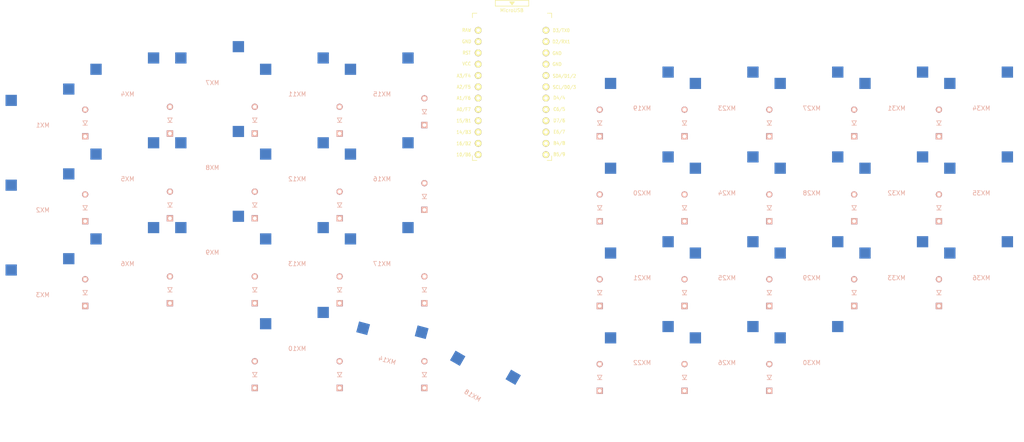
<source format=kicad_pcb>
(kicad_pcb (version 20171130) (host pcbnew 5.1.6-c6e7f7d~86~ubuntu19.10.1)

  (general
    (thickness 1.6)
    (drawings 0)
    (tracks 0)
    (zones 0)
    (modules 73)
    (nets 75)
  )

  (page USLetter)
  (layers
    (0 F.Cu signal)
    (31 B.Cu signal hide)
    (32 B.Adhes user hide)
    (33 F.Adhes user hide)
    (34 B.Paste user hide)
    (35 F.Paste user hide)
    (36 B.SilkS user hide)
    (37 F.SilkS user hide)
    (38 B.Mask user hide)
    (39 F.Mask user hide)
    (40 Dwgs.User user)
    (41 Cmts.User user hide)
    (42 Eco1.User user hide)
    (43 Eco2.User user hide)
    (44 Edge.Cuts user hide)
    (45 Margin user hide)
    (46 B.CrtYd user hide)
    (47 F.CrtYd user hide)
    (48 B.Fab user hide)
    (49 F.Fab user hide)
  )

  (setup
    (last_trace_width 0.25)
    (trace_clearance 0.2)
    (zone_clearance 0.508)
    (zone_45_only no)
    (trace_min 0.2)
    (via_size 0.8)
    (via_drill 0.4)
    (via_min_size 0.4)
    (via_min_drill 0.3)
    (uvia_size 0.3)
    (uvia_drill 0.1)
    (uvias_allowed no)
    (uvia_min_size 0.2)
    (uvia_min_drill 0.1)
    (edge_width 0.05)
    (segment_width 0.2)
    (pcb_text_width 0.3)
    (pcb_text_size 1.5 1.5)
    (mod_edge_width 0.12)
    (mod_text_size 1 1)
    (mod_text_width 0.15)
    (pad_size 1.524 1.524)
    (pad_drill 0.762)
    (pad_to_mask_clearance 0.05)
    (aux_axis_origin 0 0)
    (visible_elements FFFFF77F)
    (pcbplotparams
      (layerselection 0x010fc_ffffffff)
      (usegerberextensions false)
      (usegerberattributes true)
      (usegerberadvancedattributes true)
      (creategerberjobfile true)
      (excludeedgelayer true)
      (linewidth 0.100000)
      (plotframeref false)
      (viasonmask false)
      (mode 1)
      (useauxorigin false)
      (hpglpennumber 1)
      (hpglpenspeed 20)
      (hpglpendiameter 15.000000)
      (psnegative false)
      (psa4output false)
      (plotreference true)
      (plotvalue true)
      (plotinvisibletext false)
      (padsonsilk false)
      (subtractmaskfromsilk false)
      (outputformat 1)
      (mirror false)
      (drillshape 1)
      (scaleselection 1)
      (outputdirectory ""))
  )

  (net 0 "")
  (net 1 "Net-(D1-Pad2)")
  (net 2 row0)
  (net 3 "Net-(D2-Pad2)")
  (net 4 row1)
  (net 5 "Net-(D3-Pad2)")
  (net 6 row2)
  (net 7 "Net-(D4-Pad2)")
  (net 8 "Net-(D5-Pad2)")
  (net 9 "Net-(D6-Pad2)")
  (net 10 "Net-(D7-Pad2)")
  (net 11 "Net-(D8-Pad2)")
  (net 12 "Net-(D9-Pad2)")
  (net 13 "Net-(D10-Pad2)")
  (net 14 row3)
  (net 15 "Net-(D11-Pad2)")
  (net 16 "Net-(D12-Pad2)")
  (net 17 "Net-(D13-Pad2)")
  (net 18 "Net-(D14-Pad2)")
  (net 19 "Net-(D15-Pad2)")
  (net 20 "Net-(D16-Pad2)")
  (net 21 "Net-(D17-Pad2)")
  (net 22 "Net-(D18-Pad2)")
  (net 23 "Net-(D19-Pad2)")
  (net 24 "Net-(D20-Pad2)")
  (net 25 "Net-(D21-Pad2)")
  (net 26 "Net-(D22-Pad2)")
  (net 27 "Net-(D23-Pad2)")
  (net 28 "Net-(D24-Pad2)")
  (net 29 "Net-(D25-Pad2)")
  (net 30 "Net-(D26-Pad2)")
  (net 31 "Net-(D27-Pad2)")
  (net 32 "Net-(D28-Pad2)")
  (net 33 "Net-(D29-Pad2)")
  (net 34 "Net-(D30-Pad2)")
  (net 35 "Net-(D31-Pad2)")
  (net 36 "Net-(D32-Pad2)")
  (net 37 "Net-(D33-Pad2)")
  (net 38 "Net-(D34-Pad2)")
  (net 39 "Net-(D35-Pad2)")
  (net 40 "Net-(D36-Pad2)")
  (net 41 col0)
  (net 42 col1)
  (net 43 col2)
  (net 44 col3)
  (net 45 col4)
  (net 46 col5)
  (net 47 col6)
  (net 48 col7)
  (net 49 col8)
  (net 50 col9)
  (net 51 "Net-(U1-Pad24)")
  (net 52 "Net-(U1-Pad23)")
  (net 53 "Net-(U1-Pad22)")
  (net 54 "Net-(U1-Pad21)")
  (net 55 "Net-(U1-Pad20)")
  (net 56 "Net-(U1-Pad19)")
  (net 57 "Net-(U1-Pad18)")
  (net 58 "Net-(U1-Pad17)")
  (net 59 "Net-(U1-Pad16)")
  (net 60 "Net-(U1-Pad15)")
  (net 61 "Net-(U1-Pad14)")
  (net 62 "Net-(U1-Pad13)")
  (net 63 "Net-(U1-Pad12)")
  (net 64 "Net-(U1-Pad11)")
  (net 65 "Net-(U1-Pad10)")
  (net 66 "Net-(U1-Pad9)")
  (net 67 "Net-(U1-Pad8)")
  (net 68 "Net-(U1-Pad7)")
  (net 69 "Net-(U1-Pad6)")
  (net 70 "Net-(U1-Pad5)")
  (net 71 "Net-(U1-Pad4)")
  (net 72 "Net-(U1-Pad3)")
  (net 73 "Net-(U1-Pad2)")
  (net 74 "Net-(U1-Pad1)")

  (net_class Default "This is the default net class."
    (clearance 0.2)
    (trace_width 0.25)
    (via_dia 0.8)
    (via_drill 0.4)
    (uvia_dia 0.3)
    (uvia_drill 0.1)
    (add_net "Net-(D1-Pad2)")
    (add_net "Net-(D10-Pad2)")
    (add_net "Net-(D11-Pad2)")
    (add_net "Net-(D12-Pad2)")
    (add_net "Net-(D13-Pad2)")
    (add_net "Net-(D14-Pad2)")
    (add_net "Net-(D15-Pad2)")
    (add_net "Net-(D16-Pad2)")
    (add_net "Net-(D17-Pad2)")
    (add_net "Net-(D18-Pad2)")
    (add_net "Net-(D19-Pad2)")
    (add_net "Net-(D2-Pad2)")
    (add_net "Net-(D20-Pad2)")
    (add_net "Net-(D21-Pad2)")
    (add_net "Net-(D22-Pad2)")
    (add_net "Net-(D23-Pad2)")
    (add_net "Net-(D24-Pad2)")
    (add_net "Net-(D25-Pad2)")
    (add_net "Net-(D26-Pad2)")
    (add_net "Net-(D27-Pad2)")
    (add_net "Net-(D28-Pad2)")
    (add_net "Net-(D29-Pad2)")
    (add_net "Net-(D3-Pad2)")
    (add_net "Net-(D30-Pad2)")
    (add_net "Net-(D31-Pad2)")
    (add_net "Net-(D32-Pad2)")
    (add_net "Net-(D33-Pad2)")
    (add_net "Net-(D34-Pad2)")
    (add_net "Net-(D35-Pad2)")
    (add_net "Net-(D36-Pad2)")
    (add_net "Net-(D4-Pad2)")
    (add_net "Net-(D5-Pad2)")
    (add_net "Net-(D6-Pad2)")
    (add_net "Net-(D7-Pad2)")
    (add_net "Net-(D8-Pad2)")
    (add_net "Net-(D9-Pad2)")
    (add_net "Net-(U1-Pad1)")
    (add_net "Net-(U1-Pad10)")
    (add_net "Net-(U1-Pad11)")
    (add_net "Net-(U1-Pad12)")
    (add_net "Net-(U1-Pad13)")
    (add_net "Net-(U1-Pad14)")
    (add_net "Net-(U1-Pad15)")
    (add_net "Net-(U1-Pad16)")
    (add_net "Net-(U1-Pad17)")
    (add_net "Net-(U1-Pad18)")
    (add_net "Net-(U1-Pad19)")
    (add_net "Net-(U1-Pad2)")
    (add_net "Net-(U1-Pad20)")
    (add_net "Net-(U1-Pad21)")
    (add_net "Net-(U1-Pad22)")
    (add_net "Net-(U1-Pad23)")
    (add_net "Net-(U1-Pad24)")
    (add_net "Net-(U1-Pad3)")
    (add_net "Net-(U1-Pad4)")
    (add_net "Net-(U1-Pad5)")
    (add_net "Net-(U1-Pad6)")
    (add_net "Net-(U1-Pad7)")
    (add_net "Net-(U1-Pad8)")
    (add_net "Net-(U1-Pad9)")
    (add_net col0)
    (add_net col1)
    (add_net col2)
    (add_net col3)
    (add_net col4)
    (add_net col5)
    (add_net col6)
    (add_net col7)
    (add_net col8)
    (add_net col9)
    (add_net row0)
    (add_net row1)
    (add_net row2)
    (add_net row3)
  )

  (module MX_Only:MXOnly-1U-Hotswap (layer F.Cu) (tedit 5BFF7B40) (tstamp 5EE0F111)
    (at 126.408802 156.434544 345)
    (path /5EC2A662)
    (attr smd)
    (fp_text reference MX14 (at 0 3.048 165) (layer B.CrtYd)
      (effects (font (size 1 1) (thickness 0.15)) (justify mirror))
    )
    (fp_text value MX-NoLED (at 0 -7.9375 165) (layer Dwgs.User)
      (effects (font (size 1 1) (thickness 0.15)))
    )
    (fp_text user %R (at 0 3.048 165) (layer B.SilkS)
      (effects (font (size 1 1) (thickness 0.15)) (justify mirror))
    )
    (fp_line (start 5 -7) (end 7 -7) (layer Dwgs.User) (width 0.15))
    (fp_line (start 7 -7) (end 7 -5) (layer Dwgs.User) (width 0.15))
    (fp_line (start 5 7) (end 7 7) (layer Dwgs.User) (width 0.15))
    (fp_line (start 7 7) (end 7 5) (layer Dwgs.User) (width 0.15))
    (fp_line (start -7 5) (end -7 7) (layer Dwgs.User) (width 0.15))
    (fp_line (start -7 7) (end -5 7) (layer Dwgs.User) (width 0.15))
    (fp_line (start -5 -7) (end -7 -7) (layer Dwgs.User) (width 0.15))
    (fp_line (start -7 -7) (end -7 -5) (layer Dwgs.User) (width 0.15))
    (fp_line (start -9.525 -9.525) (end 9.525 -9.525) (layer Dwgs.User) (width 0.15))
    (fp_line (start 9.525 -9.525) (end 9.525 9.525) (layer Dwgs.User) (width 0.15))
    (fp_line (start 9.525 9.525) (end -9.525 9.525) (layer Dwgs.User) (width 0.15))
    (fp_line (start -9.525 9.525) (end -9.525 -9.525) (layer Dwgs.User) (width 0.15))
    (fp_circle (center 2.54 -5.08) (end 2.54 -6.604) (layer B.CrtYd) (width 0.15))
    (fp_circle (center -3.81 -2.54) (end -3.81 -4.064) (layer B.CrtYd) (width 0.15))
    (fp_line (start 4.572 -6.35) (end 7.112 -6.35) (layer B.CrtYd) (width 0.15))
    (fp_line (start 7.112 -6.35) (end 7.112 -3.81) (layer B.CrtYd) (width 0.15))
    (fp_line (start 7.112 -3.81) (end 4.572 -3.81) (layer B.CrtYd) (width 0.15))
    (fp_line (start 4.572 -3.81) (end 4.572 -6.35) (layer B.CrtYd) (width 0.15))
    (fp_line (start -5.842 -3.81) (end -8.382 -3.81) (layer B.CrtYd) (width 0.15))
    (fp_line (start -8.382 -3.81) (end -8.382 -1.27) (layer B.CrtYd) (width 0.15))
    (fp_line (start -8.382 -1.27) (end -5.842 -1.27) (layer B.CrtYd) (width 0.15))
    (fp_line (start -5.842 -1.27) (end -5.842 -3.81) (layer B.CrtYd) (width 0.15))
    (pad 2 smd rect (at 5.842 -5.08 345) (size 2.55 2.5) (layers B.Cu B.Paste B.Mask)
      (net 18 "Net-(D14-Pad2)"))
    (pad 1 smd rect (at -7.085 -2.54 345) (size 2.55 2.5) (layers B.Cu B.Paste B.Mask)
      (net 44 col3))
    (pad "" np_thru_hole circle (at 5.08 0 33.0996) (size 1.75 1.75) (drill 1.75) (layers *.Cu *.Mask))
    (pad "" np_thru_hole circle (at -5.08 0 33.0996) (size 1.75 1.75) (drill 1.75) (layers *.Cu *.Mask))
    (pad "" np_thru_hole circle (at -3.81 -2.54 345) (size 3 3) (drill 3) (layers *.Cu *.Mask))
    (pad "" np_thru_hole circle (at 0 0 345) (size 3.9878 3.9878) (drill 3.9878) (layers *.Cu *.Mask))
    (pad "" np_thru_hole circle (at 2.54 -5.08 345) (size 3 3) (drill 3) (layers *.Cu *.Mask))
  )

  (module MX_Only:MXOnly-1U-Hotswap (layer F.Cu) (tedit 5BFF7B40) (tstamp 5EE0F0D7)
    (at 105.41 115.57)
    (path /5EBEC8AD)
    (attr smd)
    (fp_text reference MX12 (at 0 3.048) (layer B.CrtYd)
      (effects (font (size 1 1) (thickness 0.15)) (justify mirror))
    )
    (fp_text value MX-NoLED (at 0 -7.9375) (layer Dwgs.User)
      (effects (font (size 1 1) (thickness 0.15)))
    )
    (fp_text user %R (at 0 3.048) (layer B.SilkS)
      (effects (font (size 1 1) (thickness 0.15)) (justify mirror))
    )
    (fp_line (start 5 -7) (end 7 -7) (layer Dwgs.User) (width 0.15))
    (fp_line (start 7 -7) (end 7 -5) (layer Dwgs.User) (width 0.15))
    (fp_line (start 5 7) (end 7 7) (layer Dwgs.User) (width 0.15))
    (fp_line (start 7 7) (end 7 5) (layer Dwgs.User) (width 0.15))
    (fp_line (start -7 5) (end -7 7) (layer Dwgs.User) (width 0.15))
    (fp_line (start -7 7) (end -5 7) (layer Dwgs.User) (width 0.15))
    (fp_line (start -5 -7) (end -7 -7) (layer Dwgs.User) (width 0.15))
    (fp_line (start -7 -7) (end -7 -5) (layer Dwgs.User) (width 0.15))
    (fp_line (start -9.525 -9.525) (end 9.525 -9.525) (layer Dwgs.User) (width 0.15))
    (fp_line (start 9.525 -9.525) (end 9.525 9.525) (layer Dwgs.User) (width 0.15))
    (fp_line (start 9.525 9.525) (end -9.525 9.525) (layer Dwgs.User) (width 0.15))
    (fp_line (start -9.525 9.525) (end -9.525 -9.525) (layer Dwgs.User) (width 0.15))
    (fp_circle (center 2.54 -5.08) (end 2.54 -6.604) (layer B.CrtYd) (width 0.15))
    (fp_circle (center -3.81 -2.54) (end -3.81 -4.064) (layer B.CrtYd) (width 0.15))
    (fp_line (start 4.572 -6.35) (end 7.112 -6.35) (layer B.CrtYd) (width 0.15))
    (fp_line (start 7.112 -6.35) (end 7.112 -3.81) (layer B.CrtYd) (width 0.15))
    (fp_line (start 7.112 -3.81) (end 4.572 -3.81) (layer B.CrtYd) (width 0.15))
    (fp_line (start 4.572 -3.81) (end 4.572 -6.35) (layer B.CrtYd) (width 0.15))
    (fp_line (start -5.842 -3.81) (end -8.382 -3.81) (layer B.CrtYd) (width 0.15))
    (fp_line (start -8.382 -3.81) (end -8.382 -1.27) (layer B.CrtYd) (width 0.15))
    (fp_line (start -8.382 -1.27) (end -5.842 -1.27) (layer B.CrtYd) (width 0.15))
    (fp_line (start -5.842 -1.27) (end -5.842 -3.81) (layer B.CrtYd) (width 0.15))
    (pad 2 smd rect (at 5.842 -5.08) (size 2.55 2.5) (layers B.Cu B.Paste B.Mask)
      (net 16 "Net-(D12-Pad2)"))
    (pad 1 smd rect (at -7.085 -2.54) (size 2.55 2.5) (layers B.Cu B.Paste B.Mask)
      (net 44 col3))
    (pad "" np_thru_hole circle (at 5.08 0 48.0996) (size 1.75 1.75) (drill 1.75) (layers *.Cu *.Mask))
    (pad "" np_thru_hole circle (at -5.08 0 48.0996) (size 1.75 1.75) (drill 1.75) (layers *.Cu *.Mask))
    (pad "" np_thru_hole circle (at -3.81 -2.54) (size 3 3) (drill 3) (layers *.Cu *.Mask))
    (pad "" np_thru_hole circle (at 0 0) (size 3.9878 3.9878) (drill 3.9878) (layers *.Cu *.Mask))
    (pad "" np_thru_hole circle (at 2.54 -5.08) (size 3 3) (drill 3) (layers *.Cu *.Mask))
  )

  (module MX_Only:MXOnly-1U-Hotswap-Polarity-Swap (layer F.Cu) (tedit 5EE41D6C) (tstamp 5EE0F38F)
    (at 259.08 137.795)
    (path /5ECEE1C8)
    (attr smd)
    (fp_text reference MX36 (at 0 3.048) (layer B.CrtYd)
      (effects (font (size 1 1) (thickness 0.15)) (justify mirror))
    )
    (fp_text value MX-NoLED (at 0 -7.9375) (layer Dwgs.User)
      (effects (font (size 1 1) (thickness 0.15)))
    )
    (fp_text user %R (at 0 3.048) (layer B.SilkS)
      (effects (font (size 1 1) (thickness 0.15)) (justify mirror))
    )
    (fp_line (start 5 -7) (end 7 -7) (layer Dwgs.User) (width 0.15))
    (fp_line (start 7 -7) (end 7 -5) (layer Dwgs.User) (width 0.15))
    (fp_line (start 5 7) (end 7 7) (layer Dwgs.User) (width 0.15))
    (fp_line (start 7 7) (end 7 5) (layer Dwgs.User) (width 0.15))
    (fp_line (start -7 5) (end -7 7) (layer Dwgs.User) (width 0.15))
    (fp_line (start -7 7) (end -5 7) (layer Dwgs.User) (width 0.15))
    (fp_line (start -5 -7) (end -7 -7) (layer Dwgs.User) (width 0.15))
    (fp_line (start -7 -7) (end -7 -5) (layer Dwgs.User) (width 0.15))
    (fp_line (start -9.525 -9.525) (end 9.525 -9.525) (layer Dwgs.User) (width 0.15))
    (fp_line (start 9.525 -9.525) (end 9.525 9.525) (layer Dwgs.User) (width 0.15))
    (fp_line (start 9.525 9.525) (end -9.525 9.525) (layer Dwgs.User) (width 0.15))
    (fp_line (start -9.525 9.525) (end -9.525 -9.525) (layer Dwgs.User) (width 0.15))
    (fp_circle (center 2.54 -5.08) (end 2.54 -6.604) (layer B.CrtYd) (width 0.15))
    (fp_circle (center -3.81 -2.54) (end -3.81 -4.064) (layer B.CrtYd) (width 0.15))
    (fp_line (start 4.572 -6.35) (end 7.112 -6.35) (layer B.CrtYd) (width 0.15))
    (fp_line (start 7.112 -6.35) (end 7.112 -3.81) (layer B.CrtYd) (width 0.15))
    (fp_line (start 7.112 -3.81) (end 4.572 -3.81) (layer B.CrtYd) (width 0.15))
    (fp_line (start 4.572 -3.81) (end 4.572 -6.35) (layer B.CrtYd) (width 0.15))
    (fp_line (start -5.842 -3.81) (end -8.382 -3.81) (layer B.CrtYd) (width 0.15))
    (fp_line (start -8.382 -3.81) (end -8.382 -1.27) (layer B.CrtYd) (width 0.15))
    (fp_line (start -8.382 -1.27) (end -5.842 -1.27) (layer B.CrtYd) (width 0.15))
    (fp_line (start -5.842 -1.27) (end -5.842 -3.81) (layer B.CrtYd) (width 0.15))
    (pad "" np_thru_hole circle (at 2.54 -5.08) (size 3 3) (drill 3) (layers *.Cu *.Mask))
    (pad "" np_thru_hole circle (at 0 0) (size 3.9878 3.9878) (drill 3.9878) (layers *.Cu *.Mask))
    (pad "" np_thru_hole circle (at -3.81 -2.54) (size 3 3) (drill 3) (layers *.Cu *.Mask))
    (pad "" np_thru_hole circle (at -5.08 0 48.0996) (size 1.75 1.75) (drill 1.75) (layers *.Cu *.Mask))
    (pad "" np_thru_hole circle (at 5.08 0 48.0996) (size 1.75 1.75) (drill 1.75) (layers *.Cu *.Mask))
    (pad 2 smd rect (at -7.085 -2.54) (size 2.55 2.5) (layers B.Cu B.Paste B.Mask)
      (net 40 "Net-(D36-Pad2)"))
    (pad 1 smd rect (at 5.842 -5.08) (size 2.55 2.5) (layers B.Cu B.Paste B.Mask)
      (net 50 col9))
  )

  (module MX_Only:MXOnly-1U-Hotswap-Polarity-Swap (layer F.Cu) (tedit 5EE41D6C) (tstamp 5EE0F372)
    (at 259.08 118.745)
    (path /5ECEE1B4)
    (attr smd)
    (fp_text reference MX35 (at 0 3.048) (layer B.CrtYd)
      (effects (font (size 1 1) (thickness 0.15)) (justify mirror))
    )
    (fp_text value MX-NoLED (at 0 -7.9375) (layer Dwgs.User)
      (effects (font (size 1 1) (thickness 0.15)))
    )
    (fp_text user %R (at 0 3.048) (layer B.SilkS)
      (effects (font (size 1 1) (thickness 0.15)) (justify mirror))
    )
    (fp_line (start 5 -7) (end 7 -7) (layer Dwgs.User) (width 0.15))
    (fp_line (start 7 -7) (end 7 -5) (layer Dwgs.User) (width 0.15))
    (fp_line (start 5 7) (end 7 7) (layer Dwgs.User) (width 0.15))
    (fp_line (start 7 7) (end 7 5) (layer Dwgs.User) (width 0.15))
    (fp_line (start -7 5) (end -7 7) (layer Dwgs.User) (width 0.15))
    (fp_line (start -7 7) (end -5 7) (layer Dwgs.User) (width 0.15))
    (fp_line (start -5 -7) (end -7 -7) (layer Dwgs.User) (width 0.15))
    (fp_line (start -7 -7) (end -7 -5) (layer Dwgs.User) (width 0.15))
    (fp_line (start -9.525 -9.525) (end 9.525 -9.525) (layer Dwgs.User) (width 0.15))
    (fp_line (start 9.525 -9.525) (end 9.525 9.525) (layer Dwgs.User) (width 0.15))
    (fp_line (start 9.525 9.525) (end -9.525 9.525) (layer Dwgs.User) (width 0.15))
    (fp_line (start -9.525 9.525) (end -9.525 -9.525) (layer Dwgs.User) (width 0.15))
    (fp_circle (center 2.54 -5.08) (end 2.54 -6.604) (layer B.CrtYd) (width 0.15))
    (fp_circle (center -3.81 -2.54) (end -3.81 -4.064) (layer B.CrtYd) (width 0.15))
    (fp_line (start 4.572 -6.35) (end 7.112 -6.35) (layer B.CrtYd) (width 0.15))
    (fp_line (start 7.112 -6.35) (end 7.112 -3.81) (layer B.CrtYd) (width 0.15))
    (fp_line (start 7.112 -3.81) (end 4.572 -3.81) (layer B.CrtYd) (width 0.15))
    (fp_line (start 4.572 -3.81) (end 4.572 -6.35) (layer B.CrtYd) (width 0.15))
    (fp_line (start -5.842 -3.81) (end -8.382 -3.81) (layer B.CrtYd) (width 0.15))
    (fp_line (start -8.382 -3.81) (end -8.382 -1.27) (layer B.CrtYd) (width 0.15))
    (fp_line (start -8.382 -1.27) (end -5.842 -1.27) (layer B.CrtYd) (width 0.15))
    (fp_line (start -5.842 -1.27) (end -5.842 -3.81) (layer B.CrtYd) (width 0.15))
    (pad "" np_thru_hole circle (at 2.54 -5.08) (size 3 3) (drill 3) (layers *.Cu *.Mask))
    (pad "" np_thru_hole circle (at 0 0) (size 3.9878 3.9878) (drill 3.9878) (layers *.Cu *.Mask))
    (pad "" np_thru_hole circle (at -3.81 -2.54) (size 3 3) (drill 3) (layers *.Cu *.Mask))
    (pad "" np_thru_hole circle (at -5.08 0 48.0996) (size 1.75 1.75) (drill 1.75) (layers *.Cu *.Mask))
    (pad "" np_thru_hole circle (at 5.08 0 48.0996) (size 1.75 1.75) (drill 1.75) (layers *.Cu *.Mask))
    (pad 2 smd rect (at -7.085 -2.54) (size 2.55 2.5) (layers B.Cu B.Paste B.Mask)
      (net 39 "Net-(D35-Pad2)"))
    (pad 1 smd rect (at 5.842 -5.08) (size 2.55 2.5) (layers B.Cu B.Paste B.Mask)
      (net 50 col9))
  )

  (module MX_Only:MXOnly-1U-Hotswap-Polarity-Swap (layer F.Cu) (tedit 5EE41D6C) (tstamp 5EE0F355)
    (at 259.08 99.695)
    (path /5ECEE19F)
    (attr smd)
    (fp_text reference MX34 (at 0 3.048) (layer B.CrtYd)
      (effects (font (size 1 1) (thickness 0.15)) (justify mirror))
    )
    (fp_text value MX-NoLED (at 0 -7.9375) (layer Dwgs.User)
      (effects (font (size 1 1) (thickness 0.15)))
    )
    (fp_text user %R (at 0 3.048) (layer B.SilkS)
      (effects (font (size 1 1) (thickness 0.15)) (justify mirror))
    )
    (fp_line (start 5 -7) (end 7 -7) (layer Dwgs.User) (width 0.15))
    (fp_line (start 7 -7) (end 7 -5) (layer Dwgs.User) (width 0.15))
    (fp_line (start 5 7) (end 7 7) (layer Dwgs.User) (width 0.15))
    (fp_line (start 7 7) (end 7 5) (layer Dwgs.User) (width 0.15))
    (fp_line (start -7 5) (end -7 7) (layer Dwgs.User) (width 0.15))
    (fp_line (start -7 7) (end -5 7) (layer Dwgs.User) (width 0.15))
    (fp_line (start -5 -7) (end -7 -7) (layer Dwgs.User) (width 0.15))
    (fp_line (start -7 -7) (end -7 -5) (layer Dwgs.User) (width 0.15))
    (fp_line (start -9.525 -9.525) (end 9.525 -9.525) (layer Dwgs.User) (width 0.15))
    (fp_line (start 9.525 -9.525) (end 9.525 9.525) (layer Dwgs.User) (width 0.15))
    (fp_line (start 9.525 9.525) (end -9.525 9.525) (layer Dwgs.User) (width 0.15))
    (fp_line (start -9.525 9.525) (end -9.525 -9.525) (layer Dwgs.User) (width 0.15))
    (fp_circle (center 2.54 -5.08) (end 2.54 -6.604) (layer B.CrtYd) (width 0.15))
    (fp_circle (center -3.81 -2.54) (end -3.81 -4.064) (layer B.CrtYd) (width 0.15))
    (fp_line (start 4.572 -6.35) (end 7.112 -6.35) (layer B.CrtYd) (width 0.15))
    (fp_line (start 7.112 -6.35) (end 7.112 -3.81) (layer B.CrtYd) (width 0.15))
    (fp_line (start 7.112 -3.81) (end 4.572 -3.81) (layer B.CrtYd) (width 0.15))
    (fp_line (start 4.572 -3.81) (end 4.572 -6.35) (layer B.CrtYd) (width 0.15))
    (fp_line (start -5.842 -3.81) (end -8.382 -3.81) (layer B.CrtYd) (width 0.15))
    (fp_line (start -8.382 -3.81) (end -8.382 -1.27) (layer B.CrtYd) (width 0.15))
    (fp_line (start -8.382 -1.27) (end -5.842 -1.27) (layer B.CrtYd) (width 0.15))
    (fp_line (start -5.842 -1.27) (end -5.842 -3.81) (layer B.CrtYd) (width 0.15))
    (pad "" np_thru_hole circle (at 2.54 -5.08) (size 3 3) (drill 3) (layers *.Cu *.Mask))
    (pad "" np_thru_hole circle (at 0 0) (size 3.9878 3.9878) (drill 3.9878) (layers *.Cu *.Mask))
    (pad "" np_thru_hole circle (at -3.81 -2.54) (size 3 3) (drill 3) (layers *.Cu *.Mask))
    (pad "" np_thru_hole circle (at -5.08 0 48.0996) (size 1.75 1.75) (drill 1.75) (layers *.Cu *.Mask))
    (pad "" np_thru_hole circle (at 5.08 0 48.0996) (size 1.75 1.75) (drill 1.75) (layers *.Cu *.Mask))
    (pad 2 smd rect (at -7.085 -2.54) (size 2.55 2.5) (layers B.Cu B.Paste B.Mask)
      (net 38 "Net-(D34-Pad2)"))
    (pad 1 smd rect (at 5.842 -5.08) (size 2.55 2.5) (layers B.Cu B.Paste B.Mask)
      (net 50 col9))
  )

  (module MX_Only:MXOnly-1U-Hotswap-Polarity-Swap (layer F.Cu) (tedit 5EE41D6C) (tstamp 5EE0F338)
    (at 240.03 137.795)
    (path /5ECB5202)
    (attr smd)
    (fp_text reference MX33 (at 0 3.048) (layer B.CrtYd)
      (effects (font (size 1 1) (thickness 0.15)) (justify mirror))
    )
    (fp_text value MX-NoLED (at 0 -7.9375) (layer Dwgs.User)
      (effects (font (size 1 1) (thickness 0.15)))
    )
    (fp_text user %R (at 0 3.048) (layer B.SilkS)
      (effects (font (size 1 1) (thickness 0.15)) (justify mirror))
    )
    (fp_line (start 5 -7) (end 7 -7) (layer Dwgs.User) (width 0.15))
    (fp_line (start 7 -7) (end 7 -5) (layer Dwgs.User) (width 0.15))
    (fp_line (start 5 7) (end 7 7) (layer Dwgs.User) (width 0.15))
    (fp_line (start 7 7) (end 7 5) (layer Dwgs.User) (width 0.15))
    (fp_line (start -7 5) (end -7 7) (layer Dwgs.User) (width 0.15))
    (fp_line (start -7 7) (end -5 7) (layer Dwgs.User) (width 0.15))
    (fp_line (start -5 -7) (end -7 -7) (layer Dwgs.User) (width 0.15))
    (fp_line (start -7 -7) (end -7 -5) (layer Dwgs.User) (width 0.15))
    (fp_line (start -9.525 -9.525) (end 9.525 -9.525) (layer Dwgs.User) (width 0.15))
    (fp_line (start 9.525 -9.525) (end 9.525 9.525) (layer Dwgs.User) (width 0.15))
    (fp_line (start 9.525 9.525) (end -9.525 9.525) (layer Dwgs.User) (width 0.15))
    (fp_line (start -9.525 9.525) (end -9.525 -9.525) (layer Dwgs.User) (width 0.15))
    (fp_circle (center 2.54 -5.08) (end 2.54 -6.604) (layer B.CrtYd) (width 0.15))
    (fp_circle (center -3.81 -2.54) (end -3.81 -4.064) (layer B.CrtYd) (width 0.15))
    (fp_line (start 4.572 -6.35) (end 7.112 -6.35) (layer B.CrtYd) (width 0.15))
    (fp_line (start 7.112 -6.35) (end 7.112 -3.81) (layer B.CrtYd) (width 0.15))
    (fp_line (start 7.112 -3.81) (end 4.572 -3.81) (layer B.CrtYd) (width 0.15))
    (fp_line (start 4.572 -3.81) (end 4.572 -6.35) (layer B.CrtYd) (width 0.15))
    (fp_line (start -5.842 -3.81) (end -8.382 -3.81) (layer B.CrtYd) (width 0.15))
    (fp_line (start -8.382 -3.81) (end -8.382 -1.27) (layer B.CrtYd) (width 0.15))
    (fp_line (start -8.382 -1.27) (end -5.842 -1.27) (layer B.CrtYd) (width 0.15))
    (fp_line (start -5.842 -1.27) (end -5.842 -3.81) (layer B.CrtYd) (width 0.15))
    (pad "" np_thru_hole circle (at 2.54 -5.08) (size 3 3) (drill 3) (layers *.Cu *.Mask))
    (pad "" np_thru_hole circle (at 0 0) (size 3.9878 3.9878) (drill 3.9878) (layers *.Cu *.Mask))
    (pad "" np_thru_hole circle (at -3.81 -2.54) (size 3 3) (drill 3) (layers *.Cu *.Mask))
    (pad "" np_thru_hole circle (at -5.08 0 48.0996) (size 1.75 1.75) (drill 1.75) (layers *.Cu *.Mask))
    (pad "" np_thru_hole circle (at 5.08 0 48.0996) (size 1.75 1.75) (drill 1.75) (layers *.Cu *.Mask))
    (pad 2 smd rect (at -7.085 -2.54) (size 2.55 2.5) (layers B.Cu B.Paste B.Mask)
      (net 37 "Net-(D33-Pad2)"))
    (pad 1 smd rect (at 5.842 -5.08) (size 2.55 2.5) (layers B.Cu B.Paste B.Mask)
      (net 49 col8))
  )

  (module MX_Only:MXOnly-1U-Hotswap-Polarity-Swap (layer F.Cu) (tedit 5EE41D6C) (tstamp 5EE0F31B)
    (at 240.03 118.745)
    (path /5ECB51EE)
    (attr smd)
    (fp_text reference MX32 (at 0 3.048) (layer B.CrtYd)
      (effects (font (size 1 1) (thickness 0.15)) (justify mirror))
    )
    (fp_text value MX-NoLED (at 0 -7.9375) (layer Dwgs.User)
      (effects (font (size 1 1) (thickness 0.15)))
    )
    (fp_text user %R (at 0 3.048) (layer B.SilkS)
      (effects (font (size 1 1) (thickness 0.15)) (justify mirror))
    )
    (fp_line (start 5 -7) (end 7 -7) (layer Dwgs.User) (width 0.15))
    (fp_line (start 7 -7) (end 7 -5) (layer Dwgs.User) (width 0.15))
    (fp_line (start 5 7) (end 7 7) (layer Dwgs.User) (width 0.15))
    (fp_line (start 7 7) (end 7 5) (layer Dwgs.User) (width 0.15))
    (fp_line (start -7 5) (end -7 7) (layer Dwgs.User) (width 0.15))
    (fp_line (start -7 7) (end -5 7) (layer Dwgs.User) (width 0.15))
    (fp_line (start -5 -7) (end -7 -7) (layer Dwgs.User) (width 0.15))
    (fp_line (start -7 -7) (end -7 -5) (layer Dwgs.User) (width 0.15))
    (fp_line (start -9.525 -9.525) (end 9.525 -9.525) (layer Dwgs.User) (width 0.15))
    (fp_line (start 9.525 -9.525) (end 9.525 9.525) (layer Dwgs.User) (width 0.15))
    (fp_line (start 9.525 9.525) (end -9.525 9.525) (layer Dwgs.User) (width 0.15))
    (fp_line (start -9.525 9.525) (end -9.525 -9.525) (layer Dwgs.User) (width 0.15))
    (fp_circle (center 2.54 -5.08) (end 2.54 -6.604) (layer B.CrtYd) (width 0.15))
    (fp_circle (center -3.81 -2.54) (end -3.81 -4.064) (layer B.CrtYd) (width 0.15))
    (fp_line (start 4.572 -6.35) (end 7.112 -6.35) (layer B.CrtYd) (width 0.15))
    (fp_line (start 7.112 -6.35) (end 7.112 -3.81) (layer B.CrtYd) (width 0.15))
    (fp_line (start 7.112 -3.81) (end 4.572 -3.81) (layer B.CrtYd) (width 0.15))
    (fp_line (start 4.572 -3.81) (end 4.572 -6.35) (layer B.CrtYd) (width 0.15))
    (fp_line (start -5.842 -3.81) (end -8.382 -3.81) (layer B.CrtYd) (width 0.15))
    (fp_line (start -8.382 -3.81) (end -8.382 -1.27) (layer B.CrtYd) (width 0.15))
    (fp_line (start -8.382 -1.27) (end -5.842 -1.27) (layer B.CrtYd) (width 0.15))
    (fp_line (start -5.842 -1.27) (end -5.842 -3.81) (layer B.CrtYd) (width 0.15))
    (pad "" np_thru_hole circle (at 2.54 -5.08) (size 3 3) (drill 3) (layers *.Cu *.Mask))
    (pad "" np_thru_hole circle (at 0 0) (size 3.9878 3.9878) (drill 3.9878) (layers *.Cu *.Mask))
    (pad "" np_thru_hole circle (at -3.81 -2.54) (size 3 3) (drill 3) (layers *.Cu *.Mask))
    (pad "" np_thru_hole circle (at -5.08 0 48.0996) (size 1.75 1.75) (drill 1.75) (layers *.Cu *.Mask))
    (pad "" np_thru_hole circle (at 5.08 0 48.0996) (size 1.75 1.75) (drill 1.75) (layers *.Cu *.Mask))
    (pad 2 smd rect (at -7.085 -2.54) (size 2.55 2.5) (layers B.Cu B.Paste B.Mask)
      (net 36 "Net-(D32-Pad2)"))
    (pad 1 smd rect (at 5.842 -5.08) (size 2.55 2.5) (layers B.Cu B.Paste B.Mask)
      (net 49 col8))
  )

  (module MX_Only:MXOnly-1U-Hotswap-Polarity-Swap (layer F.Cu) (tedit 5EE41D6C) (tstamp 5EE0F2FE)
    (at 240.03 99.695)
    (path /5ECB51D9)
    (attr smd)
    (fp_text reference MX31 (at 0 3.048) (layer B.CrtYd)
      (effects (font (size 1 1) (thickness 0.15)) (justify mirror))
    )
    (fp_text value MX-NoLED (at 0 -7.9375) (layer Dwgs.User)
      (effects (font (size 1 1) (thickness 0.15)))
    )
    (fp_text user %R (at 0 3.048) (layer B.SilkS)
      (effects (font (size 1 1) (thickness 0.15)) (justify mirror))
    )
    (fp_line (start 5 -7) (end 7 -7) (layer Dwgs.User) (width 0.15))
    (fp_line (start 7 -7) (end 7 -5) (layer Dwgs.User) (width 0.15))
    (fp_line (start 5 7) (end 7 7) (layer Dwgs.User) (width 0.15))
    (fp_line (start 7 7) (end 7 5) (layer Dwgs.User) (width 0.15))
    (fp_line (start -7 5) (end -7 7) (layer Dwgs.User) (width 0.15))
    (fp_line (start -7 7) (end -5 7) (layer Dwgs.User) (width 0.15))
    (fp_line (start -5 -7) (end -7 -7) (layer Dwgs.User) (width 0.15))
    (fp_line (start -7 -7) (end -7 -5) (layer Dwgs.User) (width 0.15))
    (fp_line (start -9.525 -9.525) (end 9.525 -9.525) (layer Dwgs.User) (width 0.15))
    (fp_line (start 9.525 -9.525) (end 9.525 9.525) (layer Dwgs.User) (width 0.15))
    (fp_line (start 9.525 9.525) (end -9.525 9.525) (layer Dwgs.User) (width 0.15))
    (fp_line (start -9.525 9.525) (end -9.525 -9.525) (layer Dwgs.User) (width 0.15))
    (fp_circle (center 2.54 -5.08) (end 2.54 -6.604) (layer B.CrtYd) (width 0.15))
    (fp_circle (center -3.81 -2.54) (end -3.81 -4.064) (layer B.CrtYd) (width 0.15))
    (fp_line (start 4.572 -6.35) (end 7.112 -6.35) (layer B.CrtYd) (width 0.15))
    (fp_line (start 7.112 -6.35) (end 7.112 -3.81) (layer B.CrtYd) (width 0.15))
    (fp_line (start 7.112 -3.81) (end 4.572 -3.81) (layer B.CrtYd) (width 0.15))
    (fp_line (start 4.572 -3.81) (end 4.572 -6.35) (layer B.CrtYd) (width 0.15))
    (fp_line (start -5.842 -3.81) (end -8.382 -3.81) (layer B.CrtYd) (width 0.15))
    (fp_line (start -8.382 -3.81) (end -8.382 -1.27) (layer B.CrtYd) (width 0.15))
    (fp_line (start -8.382 -1.27) (end -5.842 -1.27) (layer B.CrtYd) (width 0.15))
    (fp_line (start -5.842 -1.27) (end -5.842 -3.81) (layer B.CrtYd) (width 0.15))
    (pad "" np_thru_hole circle (at 2.54 -5.08) (size 3 3) (drill 3) (layers *.Cu *.Mask))
    (pad "" np_thru_hole circle (at 0 0) (size 3.9878 3.9878) (drill 3.9878) (layers *.Cu *.Mask))
    (pad "" np_thru_hole circle (at -3.81 -2.54) (size 3 3) (drill 3) (layers *.Cu *.Mask))
    (pad "" np_thru_hole circle (at -5.08 0 48.0996) (size 1.75 1.75) (drill 1.75) (layers *.Cu *.Mask))
    (pad "" np_thru_hole circle (at 5.08 0 48.0996) (size 1.75 1.75) (drill 1.75) (layers *.Cu *.Mask))
    (pad 2 smd rect (at -7.085 -2.54) (size 2.55 2.5) (layers B.Cu B.Paste B.Mask)
      (net 35 "Net-(D31-Pad2)"))
    (pad 1 smd rect (at 5.842 -5.08) (size 2.55 2.5) (layers B.Cu B.Paste B.Mask)
      (net 49 col8))
  )

  (module MX_Only:MXOnly-1U-Hotswap-Polarity-Swap (layer F.Cu) (tedit 5EE41D6C) (tstamp 5EE0F2E1)
    (at 220.98 156.845)
    (path /5EC9E28B)
    (attr smd)
    (fp_text reference MX30 (at 0 3.048) (layer B.CrtYd)
      (effects (font (size 1 1) (thickness 0.15)) (justify mirror))
    )
    (fp_text value MX-NoLED (at 0 -7.9375) (layer Dwgs.User)
      (effects (font (size 1 1) (thickness 0.15)))
    )
    (fp_text user %R (at 0 3.048) (layer B.SilkS)
      (effects (font (size 1 1) (thickness 0.15)) (justify mirror))
    )
    (fp_line (start 5 -7) (end 7 -7) (layer Dwgs.User) (width 0.15))
    (fp_line (start 7 -7) (end 7 -5) (layer Dwgs.User) (width 0.15))
    (fp_line (start 5 7) (end 7 7) (layer Dwgs.User) (width 0.15))
    (fp_line (start 7 7) (end 7 5) (layer Dwgs.User) (width 0.15))
    (fp_line (start -7 5) (end -7 7) (layer Dwgs.User) (width 0.15))
    (fp_line (start -7 7) (end -5 7) (layer Dwgs.User) (width 0.15))
    (fp_line (start -5 -7) (end -7 -7) (layer Dwgs.User) (width 0.15))
    (fp_line (start -7 -7) (end -7 -5) (layer Dwgs.User) (width 0.15))
    (fp_line (start -9.525 -9.525) (end 9.525 -9.525) (layer Dwgs.User) (width 0.15))
    (fp_line (start 9.525 -9.525) (end 9.525 9.525) (layer Dwgs.User) (width 0.15))
    (fp_line (start 9.525 9.525) (end -9.525 9.525) (layer Dwgs.User) (width 0.15))
    (fp_line (start -9.525 9.525) (end -9.525 -9.525) (layer Dwgs.User) (width 0.15))
    (fp_circle (center 2.54 -5.08) (end 2.54 -6.604) (layer B.CrtYd) (width 0.15))
    (fp_circle (center -3.81 -2.54) (end -3.81 -4.064) (layer B.CrtYd) (width 0.15))
    (fp_line (start 4.572 -6.35) (end 7.112 -6.35) (layer B.CrtYd) (width 0.15))
    (fp_line (start 7.112 -6.35) (end 7.112 -3.81) (layer B.CrtYd) (width 0.15))
    (fp_line (start 7.112 -3.81) (end 4.572 -3.81) (layer B.CrtYd) (width 0.15))
    (fp_line (start 4.572 -3.81) (end 4.572 -6.35) (layer B.CrtYd) (width 0.15))
    (fp_line (start -5.842 -3.81) (end -8.382 -3.81) (layer B.CrtYd) (width 0.15))
    (fp_line (start -8.382 -3.81) (end -8.382 -1.27) (layer B.CrtYd) (width 0.15))
    (fp_line (start -8.382 -1.27) (end -5.842 -1.27) (layer B.CrtYd) (width 0.15))
    (fp_line (start -5.842 -1.27) (end -5.842 -3.81) (layer B.CrtYd) (width 0.15))
    (pad "" np_thru_hole circle (at 2.54 -5.08) (size 3 3) (drill 3) (layers *.Cu *.Mask))
    (pad "" np_thru_hole circle (at 0 0) (size 3.9878 3.9878) (drill 3.9878) (layers *.Cu *.Mask))
    (pad "" np_thru_hole circle (at -3.81 -2.54) (size 3 3) (drill 3) (layers *.Cu *.Mask))
    (pad "" np_thru_hole circle (at -5.08 0 48.0996) (size 1.75 1.75) (drill 1.75) (layers *.Cu *.Mask))
    (pad "" np_thru_hole circle (at 5.08 0 48.0996) (size 1.75 1.75) (drill 1.75) (layers *.Cu *.Mask))
    (pad 2 smd rect (at -7.085 -2.54) (size 2.55 2.5) (layers B.Cu B.Paste B.Mask)
      (net 34 "Net-(D30-Pad2)"))
    (pad 1 smd rect (at 5.842 -5.08) (size 2.55 2.5) (layers B.Cu B.Paste B.Mask)
      (net 48 col7))
  )

  (module MX_Only:MXOnly-1U-Hotswap-Polarity-Swap (layer F.Cu) (tedit 5EE41D6C) (tstamp 5EE0F2C4)
    (at 220.98 137.795)
    (path /5EC9E26C)
    (attr smd)
    (fp_text reference MX29 (at 0 3.048) (layer B.CrtYd)
      (effects (font (size 1 1) (thickness 0.15)) (justify mirror))
    )
    (fp_text value MX-NoLED (at 0 -7.9375) (layer Dwgs.User)
      (effects (font (size 1 1) (thickness 0.15)))
    )
    (fp_text user %R (at 0 3.048) (layer B.SilkS)
      (effects (font (size 1 1) (thickness 0.15)) (justify mirror))
    )
    (fp_line (start 5 -7) (end 7 -7) (layer Dwgs.User) (width 0.15))
    (fp_line (start 7 -7) (end 7 -5) (layer Dwgs.User) (width 0.15))
    (fp_line (start 5 7) (end 7 7) (layer Dwgs.User) (width 0.15))
    (fp_line (start 7 7) (end 7 5) (layer Dwgs.User) (width 0.15))
    (fp_line (start -7 5) (end -7 7) (layer Dwgs.User) (width 0.15))
    (fp_line (start -7 7) (end -5 7) (layer Dwgs.User) (width 0.15))
    (fp_line (start -5 -7) (end -7 -7) (layer Dwgs.User) (width 0.15))
    (fp_line (start -7 -7) (end -7 -5) (layer Dwgs.User) (width 0.15))
    (fp_line (start -9.525 -9.525) (end 9.525 -9.525) (layer Dwgs.User) (width 0.15))
    (fp_line (start 9.525 -9.525) (end 9.525 9.525) (layer Dwgs.User) (width 0.15))
    (fp_line (start 9.525 9.525) (end -9.525 9.525) (layer Dwgs.User) (width 0.15))
    (fp_line (start -9.525 9.525) (end -9.525 -9.525) (layer Dwgs.User) (width 0.15))
    (fp_circle (center 2.54 -5.08) (end 2.54 -6.604) (layer B.CrtYd) (width 0.15))
    (fp_circle (center -3.81 -2.54) (end -3.81 -4.064) (layer B.CrtYd) (width 0.15))
    (fp_line (start 4.572 -6.35) (end 7.112 -6.35) (layer B.CrtYd) (width 0.15))
    (fp_line (start 7.112 -6.35) (end 7.112 -3.81) (layer B.CrtYd) (width 0.15))
    (fp_line (start 7.112 -3.81) (end 4.572 -3.81) (layer B.CrtYd) (width 0.15))
    (fp_line (start 4.572 -3.81) (end 4.572 -6.35) (layer B.CrtYd) (width 0.15))
    (fp_line (start -5.842 -3.81) (end -8.382 -3.81) (layer B.CrtYd) (width 0.15))
    (fp_line (start -8.382 -3.81) (end -8.382 -1.27) (layer B.CrtYd) (width 0.15))
    (fp_line (start -8.382 -1.27) (end -5.842 -1.27) (layer B.CrtYd) (width 0.15))
    (fp_line (start -5.842 -1.27) (end -5.842 -3.81) (layer B.CrtYd) (width 0.15))
    (pad "" np_thru_hole circle (at 2.54 -5.08) (size 3 3) (drill 3) (layers *.Cu *.Mask))
    (pad "" np_thru_hole circle (at 0 0) (size 3.9878 3.9878) (drill 3.9878) (layers *.Cu *.Mask))
    (pad "" np_thru_hole circle (at -3.81 -2.54) (size 3 3) (drill 3) (layers *.Cu *.Mask))
    (pad "" np_thru_hole circle (at -5.08 0 48.0996) (size 1.75 1.75) (drill 1.75) (layers *.Cu *.Mask))
    (pad "" np_thru_hole circle (at 5.08 0 48.0996) (size 1.75 1.75) (drill 1.75) (layers *.Cu *.Mask))
    (pad 2 smd rect (at -7.085 -2.54) (size 2.55 2.5) (layers B.Cu B.Paste B.Mask)
      (net 33 "Net-(D29-Pad2)"))
    (pad 1 smd rect (at 5.842 -5.08) (size 2.55 2.5) (layers B.Cu B.Paste B.Mask)
      (net 48 col7))
  )

  (module MX_Only:MXOnly-1U-Hotswap-Polarity-Swap (layer F.Cu) (tedit 5EE41D6C) (tstamp 5EE0F2A7)
    (at 220.98 118.745)
    (path /5EC9E258)
    (attr smd)
    (fp_text reference MX28 (at 0 3.048) (layer B.CrtYd)
      (effects (font (size 1 1) (thickness 0.15)) (justify mirror))
    )
    (fp_text value MX-NoLED (at 0 -7.9375) (layer Dwgs.User)
      (effects (font (size 1 1) (thickness 0.15)))
    )
    (fp_text user %R (at 0 3.048) (layer B.SilkS)
      (effects (font (size 1 1) (thickness 0.15)) (justify mirror))
    )
    (fp_line (start 5 -7) (end 7 -7) (layer Dwgs.User) (width 0.15))
    (fp_line (start 7 -7) (end 7 -5) (layer Dwgs.User) (width 0.15))
    (fp_line (start 5 7) (end 7 7) (layer Dwgs.User) (width 0.15))
    (fp_line (start 7 7) (end 7 5) (layer Dwgs.User) (width 0.15))
    (fp_line (start -7 5) (end -7 7) (layer Dwgs.User) (width 0.15))
    (fp_line (start -7 7) (end -5 7) (layer Dwgs.User) (width 0.15))
    (fp_line (start -5 -7) (end -7 -7) (layer Dwgs.User) (width 0.15))
    (fp_line (start -7 -7) (end -7 -5) (layer Dwgs.User) (width 0.15))
    (fp_line (start -9.525 -9.525) (end 9.525 -9.525) (layer Dwgs.User) (width 0.15))
    (fp_line (start 9.525 -9.525) (end 9.525 9.525) (layer Dwgs.User) (width 0.15))
    (fp_line (start 9.525 9.525) (end -9.525 9.525) (layer Dwgs.User) (width 0.15))
    (fp_line (start -9.525 9.525) (end -9.525 -9.525) (layer Dwgs.User) (width 0.15))
    (fp_circle (center 2.54 -5.08) (end 2.54 -6.604) (layer B.CrtYd) (width 0.15))
    (fp_circle (center -3.81 -2.54) (end -3.81 -4.064) (layer B.CrtYd) (width 0.15))
    (fp_line (start 4.572 -6.35) (end 7.112 -6.35) (layer B.CrtYd) (width 0.15))
    (fp_line (start 7.112 -6.35) (end 7.112 -3.81) (layer B.CrtYd) (width 0.15))
    (fp_line (start 7.112 -3.81) (end 4.572 -3.81) (layer B.CrtYd) (width 0.15))
    (fp_line (start 4.572 -3.81) (end 4.572 -6.35) (layer B.CrtYd) (width 0.15))
    (fp_line (start -5.842 -3.81) (end -8.382 -3.81) (layer B.CrtYd) (width 0.15))
    (fp_line (start -8.382 -3.81) (end -8.382 -1.27) (layer B.CrtYd) (width 0.15))
    (fp_line (start -8.382 -1.27) (end -5.842 -1.27) (layer B.CrtYd) (width 0.15))
    (fp_line (start -5.842 -1.27) (end -5.842 -3.81) (layer B.CrtYd) (width 0.15))
    (pad "" np_thru_hole circle (at 2.54 -5.08) (size 3 3) (drill 3) (layers *.Cu *.Mask))
    (pad "" np_thru_hole circle (at 0 0) (size 3.9878 3.9878) (drill 3.9878) (layers *.Cu *.Mask))
    (pad "" np_thru_hole circle (at -3.81 -2.54) (size 3 3) (drill 3) (layers *.Cu *.Mask))
    (pad "" np_thru_hole circle (at -5.08 0 48.0996) (size 1.75 1.75) (drill 1.75) (layers *.Cu *.Mask))
    (pad "" np_thru_hole circle (at 5.08 0 48.0996) (size 1.75 1.75) (drill 1.75) (layers *.Cu *.Mask))
    (pad 2 smd rect (at -7.085 -2.54) (size 2.55 2.5) (layers B.Cu B.Paste B.Mask)
      (net 32 "Net-(D28-Pad2)"))
    (pad 1 smd rect (at 5.842 -5.08) (size 2.55 2.5) (layers B.Cu B.Paste B.Mask)
      (net 48 col7))
  )

  (module MX_Only:MXOnly-1U-Hotswap-Polarity-Swap (layer F.Cu) (tedit 5EE41D6C) (tstamp 5EE0F28A)
    (at 220.98 99.695)
    (path /5EC9E243)
    (attr smd)
    (fp_text reference MX27 (at 0 3.048) (layer B.CrtYd)
      (effects (font (size 1 1) (thickness 0.15)) (justify mirror))
    )
    (fp_text value MX-NoLED (at 0 -7.9375) (layer Dwgs.User)
      (effects (font (size 1 1) (thickness 0.15)))
    )
    (fp_text user %R (at 0 3.048) (layer B.SilkS)
      (effects (font (size 1 1) (thickness 0.15)) (justify mirror))
    )
    (fp_line (start 5 -7) (end 7 -7) (layer Dwgs.User) (width 0.15))
    (fp_line (start 7 -7) (end 7 -5) (layer Dwgs.User) (width 0.15))
    (fp_line (start 5 7) (end 7 7) (layer Dwgs.User) (width 0.15))
    (fp_line (start 7 7) (end 7 5) (layer Dwgs.User) (width 0.15))
    (fp_line (start -7 5) (end -7 7) (layer Dwgs.User) (width 0.15))
    (fp_line (start -7 7) (end -5 7) (layer Dwgs.User) (width 0.15))
    (fp_line (start -5 -7) (end -7 -7) (layer Dwgs.User) (width 0.15))
    (fp_line (start -7 -7) (end -7 -5) (layer Dwgs.User) (width 0.15))
    (fp_line (start -9.525 -9.525) (end 9.525 -9.525) (layer Dwgs.User) (width 0.15))
    (fp_line (start 9.525 -9.525) (end 9.525 9.525) (layer Dwgs.User) (width 0.15))
    (fp_line (start 9.525 9.525) (end -9.525 9.525) (layer Dwgs.User) (width 0.15))
    (fp_line (start -9.525 9.525) (end -9.525 -9.525) (layer Dwgs.User) (width 0.15))
    (fp_circle (center 2.54 -5.08) (end 2.54 -6.604) (layer B.CrtYd) (width 0.15))
    (fp_circle (center -3.81 -2.54) (end -3.81 -4.064) (layer B.CrtYd) (width 0.15))
    (fp_line (start 4.572 -6.35) (end 7.112 -6.35) (layer B.CrtYd) (width 0.15))
    (fp_line (start 7.112 -6.35) (end 7.112 -3.81) (layer B.CrtYd) (width 0.15))
    (fp_line (start 7.112 -3.81) (end 4.572 -3.81) (layer B.CrtYd) (width 0.15))
    (fp_line (start 4.572 -3.81) (end 4.572 -6.35) (layer B.CrtYd) (width 0.15))
    (fp_line (start -5.842 -3.81) (end -8.382 -3.81) (layer B.CrtYd) (width 0.15))
    (fp_line (start -8.382 -3.81) (end -8.382 -1.27) (layer B.CrtYd) (width 0.15))
    (fp_line (start -8.382 -1.27) (end -5.842 -1.27) (layer B.CrtYd) (width 0.15))
    (fp_line (start -5.842 -1.27) (end -5.842 -3.81) (layer B.CrtYd) (width 0.15))
    (pad "" np_thru_hole circle (at 2.54 -5.08) (size 3 3) (drill 3) (layers *.Cu *.Mask))
    (pad "" np_thru_hole circle (at 0 0) (size 3.9878 3.9878) (drill 3.9878) (layers *.Cu *.Mask))
    (pad "" np_thru_hole circle (at -3.81 -2.54) (size 3 3) (drill 3) (layers *.Cu *.Mask))
    (pad "" np_thru_hole circle (at -5.08 0 48.0996) (size 1.75 1.75) (drill 1.75) (layers *.Cu *.Mask))
    (pad "" np_thru_hole circle (at 5.08 0 48.0996) (size 1.75 1.75) (drill 1.75) (layers *.Cu *.Mask))
    (pad 2 smd rect (at -7.085 -2.54) (size 2.55 2.5) (layers B.Cu B.Paste B.Mask)
      (net 31 "Net-(D27-Pad2)"))
    (pad 1 smd rect (at 5.842 -5.08) (size 2.55 2.5) (layers B.Cu B.Paste B.Mask)
      (net 48 col7))
  )

  (module MX_Only:MXOnly-1U-Hotswap-Polarity-Swap (layer F.Cu) (tedit 5EE41D6C) (tstamp 5EE0F26D)
    (at 201.93 156.845)
    (path /5EC8A8D1)
    (attr smd)
    (fp_text reference MX26 (at 0 3.048) (layer B.CrtYd)
      (effects (font (size 1 1) (thickness 0.15)) (justify mirror))
    )
    (fp_text value MX-NoLED (at 0 -7.9375) (layer Dwgs.User)
      (effects (font (size 1 1) (thickness 0.15)))
    )
    (fp_text user %R (at 0 3.048) (layer B.SilkS)
      (effects (font (size 1 1) (thickness 0.15)) (justify mirror))
    )
    (fp_line (start 5 -7) (end 7 -7) (layer Dwgs.User) (width 0.15))
    (fp_line (start 7 -7) (end 7 -5) (layer Dwgs.User) (width 0.15))
    (fp_line (start 5 7) (end 7 7) (layer Dwgs.User) (width 0.15))
    (fp_line (start 7 7) (end 7 5) (layer Dwgs.User) (width 0.15))
    (fp_line (start -7 5) (end -7 7) (layer Dwgs.User) (width 0.15))
    (fp_line (start -7 7) (end -5 7) (layer Dwgs.User) (width 0.15))
    (fp_line (start -5 -7) (end -7 -7) (layer Dwgs.User) (width 0.15))
    (fp_line (start -7 -7) (end -7 -5) (layer Dwgs.User) (width 0.15))
    (fp_line (start -9.525 -9.525) (end 9.525 -9.525) (layer Dwgs.User) (width 0.15))
    (fp_line (start 9.525 -9.525) (end 9.525 9.525) (layer Dwgs.User) (width 0.15))
    (fp_line (start 9.525 9.525) (end -9.525 9.525) (layer Dwgs.User) (width 0.15))
    (fp_line (start -9.525 9.525) (end -9.525 -9.525) (layer Dwgs.User) (width 0.15))
    (fp_circle (center 2.54 -5.08) (end 2.54 -6.604) (layer B.CrtYd) (width 0.15))
    (fp_circle (center -3.81 -2.54) (end -3.81 -4.064) (layer B.CrtYd) (width 0.15))
    (fp_line (start 4.572 -6.35) (end 7.112 -6.35) (layer B.CrtYd) (width 0.15))
    (fp_line (start 7.112 -6.35) (end 7.112 -3.81) (layer B.CrtYd) (width 0.15))
    (fp_line (start 7.112 -3.81) (end 4.572 -3.81) (layer B.CrtYd) (width 0.15))
    (fp_line (start 4.572 -3.81) (end 4.572 -6.35) (layer B.CrtYd) (width 0.15))
    (fp_line (start -5.842 -3.81) (end -8.382 -3.81) (layer B.CrtYd) (width 0.15))
    (fp_line (start -8.382 -3.81) (end -8.382 -1.27) (layer B.CrtYd) (width 0.15))
    (fp_line (start -8.382 -1.27) (end -5.842 -1.27) (layer B.CrtYd) (width 0.15))
    (fp_line (start -5.842 -1.27) (end -5.842 -3.81) (layer B.CrtYd) (width 0.15))
    (pad "" np_thru_hole circle (at 2.54 -5.08) (size 3 3) (drill 3) (layers *.Cu *.Mask))
    (pad "" np_thru_hole circle (at 0 0) (size 3.9878 3.9878) (drill 3.9878) (layers *.Cu *.Mask))
    (pad "" np_thru_hole circle (at -3.81 -2.54) (size 3 3) (drill 3) (layers *.Cu *.Mask))
    (pad "" np_thru_hole circle (at -5.08 0 48.0996) (size 1.75 1.75) (drill 1.75) (layers *.Cu *.Mask))
    (pad "" np_thru_hole circle (at 5.08 0 48.0996) (size 1.75 1.75) (drill 1.75) (layers *.Cu *.Mask))
    (pad 2 smd rect (at -7.085 -2.54) (size 2.55 2.5) (layers B.Cu B.Paste B.Mask)
      (net 30 "Net-(D26-Pad2)"))
    (pad 1 smd rect (at 5.842 -5.08) (size 2.55 2.5) (layers B.Cu B.Paste B.Mask)
      (net 47 col6))
  )

  (module MX_Only:MXOnly-1U-Hotswap-Polarity-Swap (layer F.Cu) (tedit 5EE41D6C) (tstamp 5EE0F250)
    (at 201.93 137.795)
    (path /5EC8A8B2)
    (attr smd)
    (fp_text reference MX25 (at 0 3.048) (layer B.CrtYd)
      (effects (font (size 1 1) (thickness 0.15)) (justify mirror))
    )
    (fp_text value MX-NoLED (at 0 -7.9375) (layer Dwgs.User)
      (effects (font (size 1 1) (thickness 0.15)))
    )
    (fp_text user %R (at 0 3.048) (layer B.SilkS)
      (effects (font (size 1 1) (thickness 0.15)) (justify mirror))
    )
    (fp_line (start 5 -7) (end 7 -7) (layer Dwgs.User) (width 0.15))
    (fp_line (start 7 -7) (end 7 -5) (layer Dwgs.User) (width 0.15))
    (fp_line (start 5 7) (end 7 7) (layer Dwgs.User) (width 0.15))
    (fp_line (start 7 7) (end 7 5) (layer Dwgs.User) (width 0.15))
    (fp_line (start -7 5) (end -7 7) (layer Dwgs.User) (width 0.15))
    (fp_line (start -7 7) (end -5 7) (layer Dwgs.User) (width 0.15))
    (fp_line (start -5 -7) (end -7 -7) (layer Dwgs.User) (width 0.15))
    (fp_line (start -7 -7) (end -7 -5) (layer Dwgs.User) (width 0.15))
    (fp_line (start -9.525 -9.525) (end 9.525 -9.525) (layer Dwgs.User) (width 0.15))
    (fp_line (start 9.525 -9.525) (end 9.525 9.525) (layer Dwgs.User) (width 0.15))
    (fp_line (start 9.525 9.525) (end -9.525 9.525) (layer Dwgs.User) (width 0.15))
    (fp_line (start -9.525 9.525) (end -9.525 -9.525) (layer Dwgs.User) (width 0.15))
    (fp_circle (center 2.54 -5.08) (end 2.54 -6.604) (layer B.CrtYd) (width 0.15))
    (fp_circle (center -3.81 -2.54) (end -3.81 -4.064) (layer B.CrtYd) (width 0.15))
    (fp_line (start 4.572 -6.35) (end 7.112 -6.35) (layer B.CrtYd) (width 0.15))
    (fp_line (start 7.112 -6.35) (end 7.112 -3.81) (layer B.CrtYd) (width 0.15))
    (fp_line (start 7.112 -3.81) (end 4.572 -3.81) (layer B.CrtYd) (width 0.15))
    (fp_line (start 4.572 -3.81) (end 4.572 -6.35) (layer B.CrtYd) (width 0.15))
    (fp_line (start -5.842 -3.81) (end -8.382 -3.81) (layer B.CrtYd) (width 0.15))
    (fp_line (start -8.382 -3.81) (end -8.382 -1.27) (layer B.CrtYd) (width 0.15))
    (fp_line (start -8.382 -1.27) (end -5.842 -1.27) (layer B.CrtYd) (width 0.15))
    (fp_line (start -5.842 -1.27) (end -5.842 -3.81) (layer B.CrtYd) (width 0.15))
    (pad "" np_thru_hole circle (at 2.54 -5.08) (size 3 3) (drill 3) (layers *.Cu *.Mask))
    (pad "" np_thru_hole circle (at 0 0) (size 3.9878 3.9878) (drill 3.9878) (layers *.Cu *.Mask))
    (pad "" np_thru_hole circle (at -3.81 -2.54) (size 3 3) (drill 3) (layers *.Cu *.Mask))
    (pad "" np_thru_hole circle (at -5.08 0 48.0996) (size 1.75 1.75) (drill 1.75) (layers *.Cu *.Mask))
    (pad "" np_thru_hole circle (at 5.08 0 48.0996) (size 1.75 1.75) (drill 1.75) (layers *.Cu *.Mask))
    (pad 2 smd rect (at -7.085 -2.54) (size 2.55 2.5) (layers B.Cu B.Paste B.Mask)
      (net 29 "Net-(D25-Pad2)"))
    (pad 1 smd rect (at 5.842 -5.08) (size 2.55 2.5) (layers B.Cu B.Paste B.Mask)
      (net 47 col6))
  )

  (module MX_Only:MXOnly-1U-Hotswap-Polarity-Swap (layer F.Cu) (tedit 5EE41D6C) (tstamp 5EE0F233)
    (at 201.93 118.745)
    (path /5EC8A89E)
    (attr smd)
    (fp_text reference MX24 (at 0 3.048) (layer B.CrtYd)
      (effects (font (size 1 1) (thickness 0.15)) (justify mirror))
    )
    (fp_text value MX-NoLED (at 0 -7.9375) (layer Dwgs.User)
      (effects (font (size 1 1) (thickness 0.15)))
    )
    (fp_text user %R (at 0 3.048) (layer B.SilkS)
      (effects (font (size 1 1) (thickness 0.15)) (justify mirror))
    )
    (fp_line (start 5 -7) (end 7 -7) (layer Dwgs.User) (width 0.15))
    (fp_line (start 7 -7) (end 7 -5) (layer Dwgs.User) (width 0.15))
    (fp_line (start 5 7) (end 7 7) (layer Dwgs.User) (width 0.15))
    (fp_line (start 7 7) (end 7 5) (layer Dwgs.User) (width 0.15))
    (fp_line (start -7 5) (end -7 7) (layer Dwgs.User) (width 0.15))
    (fp_line (start -7 7) (end -5 7) (layer Dwgs.User) (width 0.15))
    (fp_line (start -5 -7) (end -7 -7) (layer Dwgs.User) (width 0.15))
    (fp_line (start -7 -7) (end -7 -5) (layer Dwgs.User) (width 0.15))
    (fp_line (start -9.525 -9.525) (end 9.525 -9.525) (layer Dwgs.User) (width 0.15))
    (fp_line (start 9.525 -9.525) (end 9.525 9.525) (layer Dwgs.User) (width 0.15))
    (fp_line (start 9.525 9.525) (end -9.525 9.525) (layer Dwgs.User) (width 0.15))
    (fp_line (start -9.525 9.525) (end -9.525 -9.525) (layer Dwgs.User) (width 0.15))
    (fp_circle (center 2.54 -5.08) (end 2.54 -6.604) (layer B.CrtYd) (width 0.15))
    (fp_circle (center -3.81 -2.54) (end -3.81 -4.064) (layer B.CrtYd) (width 0.15))
    (fp_line (start 4.572 -6.35) (end 7.112 -6.35) (layer B.CrtYd) (width 0.15))
    (fp_line (start 7.112 -6.35) (end 7.112 -3.81) (layer B.CrtYd) (width 0.15))
    (fp_line (start 7.112 -3.81) (end 4.572 -3.81) (layer B.CrtYd) (width 0.15))
    (fp_line (start 4.572 -3.81) (end 4.572 -6.35) (layer B.CrtYd) (width 0.15))
    (fp_line (start -5.842 -3.81) (end -8.382 -3.81) (layer B.CrtYd) (width 0.15))
    (fp_line (start -8.382 -3.81) (end -8.382 -1.27) (layer B.CrtYd) (width 0.15))
    (fp_line (start -8.382 -1.27) (end -5.842 -1.27) (layer B.CrtYd) (width 0.15))
    (fp_line (start -5.842 -1.27) (end -5.842 -3.81) (layer B.CrtYd) (width 0.15))
    (pad "" np_thru_hole circle (at 2.54 -5.08) (size 3 3) (drill 3) (layers *.Cu *.Mask))
    (pad "" np_thru_hole circle (at 0 0) (size 3.9878 3.9878) (drill 3.9878) (layers *.Cu *.Mask))
    (pad "" np_thru_hole circle (at -3.81 -2.54) (size 3 3) (drill 3) (layers *.Cu *.Mask))
    (pad "" np_thru_hole circle (at -5.08 0 48.0996) (size 1.75 1.75) (drill 1.75) (layers *.Cu *.Mask))
    (pad "" np_thru_hole circle (at 5.08 0 48.0996) (size 1.75 1.75) (drill 1.75) (layers *.Cu *.Mask))
    (pad 2 smd rect (at -7.085 -2.54) (size 2.55 2.5) (layers B.Cu B.Paste B.Mask)
      (net 28 "Net-(D24-Pad2)"))
    (pad 1 smd rect (at 5.842 -5.08) (size 2.55 2.5) (layers B.Cu B.Paste B.Mask)
      (net 47 col6))
  )

  (module MX_Only:MXOnly-1U-Hotswap-Polarity-Swap (layer F.Cu) (tedit 5EE41D6C) (tstamp 5EE0F216)
    (at 201.93 99.695)
    (path /5EC8A889)
    (attr smd)
    (fp_text reference MX23 (at 0 3.048) (layer B.CrtYd)
      (effects (font (size 1 1) (thickness 0.15)) (justify mirror))
    )
    (fp_text value MX-NoLED (at 0 -7.9375) (layer Dwgs.User)
      (effects (font (size 1 1) (thickness 0.15)))
    )
    (fp_text user %R (at 0 3.048) (layer B.SilkS)
      (effects (font (size 1 1) (thickness 0.15)) (justify mirror))
    )
    (fp_line (start 5 -7) (end 7 -7) (layer Dwgs.User) (width 0.15))
    (fp_line (start 7 -7) (end 7 -5) (layer Dwgs.User) (width 0.15))
    (fp_line (start 5 7) (end 7 7) (layer Dwgs.User) (width 0.15))
    (fp_line (start 7 7) (end 7 5) (layer Dwgs.User) (width 0.15))
    (fp_line (start -7 5) (end -7 7) (layer Dwgs.User) (width 0.15))
    (fp_line (start -7 7) (end -5 7) (layer Dwgs.User) (width 0.15))
    (fp_line (start -5 -7) (end -7 -7) (layer Dwgs.User) (width 0.15))
    (fp_line (start -7 -7) (end -7 -5) (layer Dwgs.User) (width 0.15))
    (fp_line (start -9.525 -9.525) (end 9.525 -9.525) (layer Dwgs.User) (width 0.15))
    (fp_line (start 9.525 -9.525) (end 9.525 9.525) (layer Dwgs.User) (width 0.15))
    (fp_line (start 9.525 9.525) (end -9.525 9.525) (layer Dwgs.User) (width 0.15))
    (fp_line (start -9.525 9.525) (end -9.525 -9.525) (layer Dwgs.User) (width 0.15))
    (fp_circle (center 2.54 -5.08) (end 2.54 -6.604) (layer B.CrtYd) (width 0.15))
    (fp_circle (center -3.81 -2.54) (end -3.81 -4.064) (layer B.CrtYd) (width 0.15))
    (fp_line (start 4.572 -6.35) (end 7.112 -6.35) (layer B.CrtYd) (width 0.15))
    (fp_line (start 7.112 -6.35) (end 7.112 -3.81) (layer B.CrtYd) (width 0.15))
    (fp_line (start 7.112 -3.81) (end 4.572 -3.81) (layer B.CrtYd) (width 0.15))
    (fp_line (start 4.572 -3.81) (end 4.572 -6.35) (layer B.CrtYd) (width 0.15))
    (fp_line (start -5.842 -3.81) (end -8.382 -3.81) (layer B.CrtYd) (width 0.15))
    (fp_line (start -8.382 -3.81) (end -8.382 -1.27) (layer B.CrtYd) (width 0.15))
    (fp_line (start -8.382 -1.27) (end -5.842 -1.27) (layer B.CrtYd) (width 0.15))
    (fp_line (start -5.842 -1.27) (end -5.842 -3.81) (layer B.CrtYd) (width 0.15))
    (pad "" np_thru_hole circle (at 2.54 -5.08) (size 3 3) (drill 3) (layers *.Cu *.Mask))
    (pad "" np_thru_hole circle (at 0 0) (size 3.9878 3.9878) (drill 3.9878) (layers *.Cu *.Mask))
    (pad "" np_thru_hole circle (at -3.81 -2.54) (size 3 3) (drill 3) (layers *.Cu *.Mask))
    (pad "" np_thru_hole circle (at -5.08 0 48.0996) (size 1.75 1.75) (drill 1.75) (layers *.Cu *.Mask))
    (pad "" np_thru_hole circle (at 5.08 0 48.0996) (size 1.75 1.75) (drill 1.75) (layers *.Cu *.Mask))
    (pad 2 smd rect (at -7.085 -2.54) (size 2.55 2.5) (layers B.Cu B.Paste B.Mask)
      (net 27 "Net-(D23-Pad2)"))
    (pad 1 smd rect (at 5.842 -5.08) (size 2.55 2.5) (layers B.Cu B.Paste B.Mask)
      (net 47 col6))
  )

  (module MX_Only:MXOnly-1U-Hotswap-Polarity-Swap (layer F.Cu) (tedit 5EE41D6C) (tstamp 5EE0F1F9)
    (at 182.88 156.845)
    (path /5EC779AD)
    (attr smd)
    (fp_text reference MX22 (at 0 3.048) (layer B.CrtYd)
      (effects (font (size 1 1) (thickness 0.15)) (justify mirror))
    )
    (fp_text value MX-NoLED (at 0 -7.9375) (layer Dwgs.User)
      (effects (font (size 1 1) (thickness 0.15)))
    )
    (fp_text user %R (at 0 3.048) (layer B.SilkS)
      (effects (font (size 1 1) (thickness 0.15)) (justify mirror))
    )
    (fp_line (start 5 -7) (end 7 -7) (layer Dwgs.User) (width 0.15))
    (fp_line (start 7 -7) (end 7 -5) (layer Dwgs.User) (width 0.15))
    (fp_line (start 5 7) (end 7 7) (layer Dwgs.User) (width 0.15))
    (fp_line (start 7 7) (end 7 5) (layer Dwgs.User) (width 0.15))
    (fp_line (start -7 5) (end -7 7) (layer Dwgs.User) (width 0.15))
    (fp_line (start -7 7) (end -5 7) (layer Dwgs.User) (width 0.15))
    (fp_line (start -5 -7) (end -7 -7) (layer Dwgs.User) (width 0.15))
    (fp_line (start -7 -7) (end -7 -5) (layer Dwgs.User) (width 0.15))
    (fp_line (start -9.525 -9.525) (end 9.525 -9.525) (layer Dwgs.User) (width 0.15))
    (fp_line (start 9.525 -9.525) (end 9.525 9.525) (layer Dwgs.User) (width 0.15))
    (fp_line (start 9.525 9.525) (end -9.525 9.525) (layer Dwgs.User) (width 0.15))
    (fp_line (start -9.525 9.525) (end -9.525 -9.525) (layer Dwgs.User) (width 0.15))
    (fp_circle (center 2.54 -5.08) (end 2.54 -6.604) (layer B.CrtYd) (width 0.15))
    (fp_circle (center -3.81 -2.54) (end -3.81 -4.064) (layer B.CrtYd) (width 0.15))
    (fp_line (start 4.572 -6.35) (end 7.112 -6.35) (layer B.CrtYd) (width 0.15))
    (fp_line (start 7.112 -6.35) (end 7.112 -3.81) (layer B.CrtYd) (width 0.15))
    (fp_line (start 7.112 -3.81) (end 4.572 -3.81) (layer B.CrtYd) (width 0.15))
    (fp_line (start 4.572 -3.81) (end 4.572 -6.35) (layer B.CrtYd) (width 0.15))
    (fp_line (start -5.842 -3.81) (end -8.382 -3.81) (layer B.CrtYd) (width 0.15))
    (fp_line (start -8.382 -3.81) (end -8.382 -1.27) (layer B.CrtYd) (width 0.15))
    (fp_line (start -8.382 -1.27) (end -5.842 -1.27) (layer B.CrtYd) (width 0.15))
    (fp_line (start -5.842 -1.27) (end -5.842 -3.81) (layer B.CrtYd) (width 0.15))
    (pad "" np_thru_hole circle (at 2.54 -5.08) (size 3 3) (drill 3) (layers *.Cu *.Mask))
    (pad "" np_thru_hole circle (at 0 0) (size 3.9878 3.9878) (drill 3.9878) (layers *.Cu *.Mask))
    (pad "" np_thru_hole circle (at -3.81 -2.54) (size 3 3) (drill 3) (layers *.Cu *.Mask))
    (pad "" np_thru_hole circle (at -5.08 0 48.0996) (size 1.75 1.75) (drill 1.75) (layers *.Cu *.Mask))
    (pad "" np_thru_hole circle (at 5.08 0 48.0996) (size 1.75 1.75) (drill 1.75) (layers *.Cu *.Mask))
    (pad 2 smd rect (at -7.085 -2.54) (size 2.55 2.5) (layers B.Cu B.Paste B.Mask)
      (net 26 "Net-(D22-Pad2)"))
    (pad 1 smd rect (at 5.842 -5.08) (size 2.55 2.5) (layers B.Cu B.Paste B.Mask)
      (net 46 col5))
  )

  (module MX_Only:MXOnly-1U-Hotswap-Polarity-Swap (layer F.Cu) (tedit 5EE41D6C) (tstamp 5EE0F1DC)
    (at 182.88 137.795)
    (path /5EC7798E)
    (attr smd)
    (fp_text reference MX21 (at 0 3.048) (layer B.CrtYd)
      (effects (font (size 1 1) (thickness 0.15)) (justify mirror))
    )
    (fp_text value MX-NoLED (at 0 -7.9375) (layer Dwgs.User)
      (effects (font (size 1 1) (thickness 0.15)))
    )
    (fp_text user %R (at 0 3.048) (layer B.SilkS)
      (effects (font (size 1 1) (thickness 0.15)) (justify mirror))
    )
    (fp_line (start 5 -7) (end 7 -7) (layer Dwgs.User) (width 0.15))
    (fp_line (start 7 -7) (end 7 -5) (layer Dwgs.User) (width 0.15))
    (fp_line (start 5 7) (end 7 7) (layer Dwgs.User) (width 0.15))
    (fp_line (start 7 7) (end 7 5) (layer Dwgs.User) (width 0.15))
    (fp_line (start -7 5) (end -7 7) (layer Dwgs.User) (width 0.15))
    (fp_line (start -7 7) (end -5 7) (layer Dwgs.User) (width 0.15))
    (fp_line (start -5 -7) (end -7 -7) (layer Dwgs.User) (width 0.15))
    (fp_line (start -7 -7) (end -7 -5) (layer Dwgs.User) (width 0.15))
    (fp_line (start -9.525 -9.525) (end 9.525 -9.525) (layer Dwgs.User) (width 0.15))
    (fp_line (start 9.525 -9.525) (end 9.525 9.525) (layer Dwgs.User) (width 0.15))
    (fp_line (start 9.525 9.525) (end -9.525 9.525) (layer Dwgs.User) (width 0.15))
    (fp_line (start -9.525 9.525) (end -9.525 -9.525) (layer Dwgs.User) (width 0.15))
    (fp_circle (center 2.54 -5.08) (end 2.54 -6.604) (layer B.CrtYd) (width 0.15))
    (fp_circle (center -3.81 -2.54) (end -3.81 -4.064) (layer B.CrtYd) (width 0.15))
    (fp_line (start 4.572 -6.35) (end 7.112 -6.35) (layer B.CrtYd) (width 0.15))
    (fp_line (start 7.112 -6.35) (end 7.112 -3.81) (layer B.CrtYd) (width 0.15))
    (fp_line (start 7.112 -3.81) (end 4.572 -3.81) (layer B.CrtYd) (width 0.15))
    (fp_line (start 4.572 -3.81) (end 4.572 -6.35) (layer B.CrtYd) (width 0.15))
    (fp_line (start -5.842 -3.81) (end -8.382 -3.81) (layer B.CrtYd) (width 0.15))
    (fp_line (start -8.382 -3.81) (end -8.382 -1.27) (layer B.CrtYd) (width 0.15))
    (fp_line (start -8.382 -1.27) (end -5.842 -1.27) (layer B.CrtYd) (width 0.15))
    (fp_line (start -5.842 -1.27) (end -5.842 -3.81) (layer B.CrtYd) (width 0.15))
    (pad "" np_thru_hole circle (at 2.54 -5.08) (size 3 3) (drill 3) (layers *.Cu *.Mask))
    (pad "" np_thru_hole circle (at 0 0) (size 3.9878 3.9878) (drill 3.9878) (layers *.Cu *.Mask))
    (pad "" np_thru_hole circle (at -3.81 -2.54) (size 3 3) (drill 3) (layers *.Cu *.Mask))
    (pad "" np_thru_hole circle (at -5.08 0 48.0996) (size 1.75 1.75) (drill 1.75) (layers *.Cu *.Mask))
    (pad "" np_thru_hole circle (at 5.08 0 48.0996) (size 1.75 1.75) (drill 1.75) (layers *.Cu *.Mask))
    (pad 2 smd rect (at -7.085 -2.54) (size 2.55 2.5) (layers B.Cu B.Paste B.Mask)
      (net 25 "Net-(D21-Pad2)"))
    (pad 1 smd rect (at 5.842 -5.08) (size 2.55 2.5) (layers B.Cu B.Paste B.Mask)
      (net 46 col5))
  )

  (module MX_Only:MXOnly-1U-Hotswap-Polarity-Swap (layer F.Cu) (tedit 5EE41D6C) (tstamp 5EE0F1BF)
    (at 182.88 118.745)
    (path /5EC7797A)
    (attr smd)
    (fp_text reference MX20 (at 0 3.048) (layer B.CrtYd)
      (effects (font (size 1 1) (thickness 0.15)) (justify mirror))
    )
    (fp_text value MX-NoLED (at 0 -7.9375) (layer Dwgs.User)
      (effects (font (size 1 1) (thickness 0.15)))
    )
    (fp_text user %R (at 0 3.048) (layer B.SilkS)
      (effects (font (size 1 1) (thickness 0.15)) (justify mirror))
    )
    (fp_line (start 5 -7) (end 7 -7) (layer Dwgs.User) (width 0.15))
    (fp_line (start 7 -7) (end 7 -5) (layer Dwgs.User) (width 0.15))
    (fp_line (start 5 7) (end 7 7) (layer Dwgs.User) (width 0.15))
    (fp_line (start 7 7) (end 7 5) (layer Dwgs.User) (width 0.15))
    (fp_line (start -7 5) (end -7 7) (layer Dwgs.User) (width 0.15))
    (fp_line (start -7 7) (end -5 7) (layer Dwgs.User) (width 0.15))
    (fp_line (start -5 -7) (end -7 -7) (layer Dwgs.User) (width 0.15))
    (fp_line (start -7 -7) (end -7 -5) (layer Dwgs.User) (width 0.15))
    (fp_line (start -9.525 -9.525) (end 9.525 -9.525) (layer Dwgs.User) (width 0.15))
    (fp_line (start 9.525 -9.525) (end 9.525 9.525) (layer Dwgs.User) (width 0.15))
    (fp_line (start 9.525 9.525) (end -9.525 9.525) (layer Dwgs.User) (width 0.15))
    (fp_line (start -9.525 9.525) (end -9.525 -9.525) (layer Dwgs.User) (width 0.15))
    (fp_circle (center 2.54 -5.08) (end 2.54 -6.604) (layer B.CrtYd) (width 0.15))
    (fp_circle (center -3.81 -2.54) (end -3.81 -4.064) (layer B.CrtYd) (width 0.15))
    (fp_line (start 4.572 -6.35) (end 7.112 -6.35) (layer B.CrtYd) (width 0.15))
    (fp_line (start 7.112 -6.35) (end 7.112 -3.81) (layer B.CrtYd) (width 0.15))
    (fp_line (start 7.112 -3.81) (end 4.572 -3.81) (layer B.CrtYd) (width 0.15))
    (fp_line (start 4.572 -3.81) (end 4.572 -6.35) (layer B.CrtYd) (width 0.15))
    (fp_line (start -5.842 -3.81) (end -8.382 -3.81) (layer B.CrtYd) (width 0.15))
    (fp_line (start -8.382 -3.81) (end -8.382 -1.27) (layer B.CrtYd) (width 0.15))
    (fp_line (start -8.382 -1.27) (end -5.842 -1.27) (layer B.CrtYd) (width 0.15))
    (fp_line (start -5.842 -1.27) (end -5.842 -3.81) (layer B.CrtYd) (width 0.15))
    (pad "" np_thru_hole circle (at 2.54 -5.08) (size 3 3) (drill 3) (layers *.Cu *.Mask))
    (pad "" np_thru_hole circle (at 0 0) (size 3.9878 3.9878) (drill 3.9878) (layers *.Cu *.Mask))
    (pad "" np_thru_hole circle (at -3.81 -2.54) (size 3 3) (drill 3) (layers *.Cu *.Mask))
    (pad "" np_thru_hole circle (at -5.08 0 48.0996) (size 1.75 1.75) (drill 1.75) (layers *.Cu *.Mask))
    (pad "" np_thru_hole circle (at 5.08 0 48.0996) (size 1.75 1.75) (drill 1.75) (layers *.Cu *.Mask))
    (pad 2 smd rect (at -7.085 -2.54) (size 2.55 2.5) (layers B.Cu B.Paste B.Mask)
      (net 24 "Net-(D20-Pad2)"))
    (pad 1 smd rect (at 5.842 -5.08) (size 2.55 2.5) (layers B.Cu B.Paste B.Mask)
      (net 46 col5))
  )

  (module MX_Only:MXOnly-1U-Hotswap-Polarity-Swap (layer F.Cu) (tedit 5EE41D6C) (tstamp 5EE0F1A2)
    (at 182.88 99.695)
    (path /5EC77965)
    (attr smd)
    (fp_text reference MX19 (at 0 3.048) (layer B.CrtYd)
      (effects (font (size 1 1) (thickness 0.15)) (justify mirror))
    )
    (fp_text value MX-NoLED (at 0 -7.9375) (layer Dwgs.User)
      (effects (font (size 1 1) (thickness 0.15)))
    )
    (fp_text user %R (at 0 3.048) (layer B.SilkS)
      (effects (font (size 1 1) (thickness 0.15)) (justify mirror))
    )
    (fp_line (start 5 -7) (end 7 -7) (layer Dwgs.User) (width 0.15))
    (fp_line (start 7 -7) (end 7 -5) (layer Dwgs.User) (width 0.15))
    (fp_line (start 5 7) (end 7 7) (layer Dwgs.User) (width 0.15))
    (fp_line (start 7 7) (end 7 5) (layer Dwgs.User) (width 0.15))
    (fp_line (start -7 5) (end -7 7) (layer Dwgs.User) (width 0.15))
    (fp_line (start -7 7) (end -5 7) (layer Dwgs.User) (width 0.15))
    (fp_line (start -5 -7) (end -7 -7) (layer Dwgs.User) (width 0.15))
    (fp_line (start -7 -7) (end -7 -5) (layer Dwgs.User) (width 0.15))
    (fp_line (start -9.525 -9.525) (end 9.525 -9.525) (layer Dwgs.User) (width 0.15))
    (fp_line (start 9.525 -9.525) (end 9.525 9.525) (layer Dwgs.User) (width 0.15))
    (fp_line (start 9.525 9.525) (end -9.525 9.525) (layer Dwgs.User) (width 0.15))
    (fp_line (start -9.525 9.525) (end -9.525 -9.525) (layer Dwgs.User) (width 0.15))
    (fp_circle (center 2.54 -5.08) (end 2.54 -6.604) (layer B.CrtYd) (width 0.15))
    (fp_circle (center -3.81 -2.54) (end -3.81 -4.064) (layer B.CrtYd) (width 0.15))
    (fp_line (start 4.572 -6.35) (end 7.112 -6.35) (layer B.CrtYd) (width 0.15))
    (fp_line (start 7.112 -6.35) (end 7.112 -3.81) (layer B.CrtYd) (width 0.15))
    (fp_line (start 7.112 -3.81) (end 4.572 -3.81) (layer B.CrtYd) (width 0.15))
    (fp_line (start 4.572 -3.81) (end 4.572 -6.35) (layer B.CrtYd) (width 0.15))
    (fp_line (start -5.842 -3.81) (end -8.382 -3.81) (layer B.CrtYd) (width 0.15))
    (fp_line (start -8.382 -3.81) (end -8.382 -1.27) (layer B.CrtYd) (width 0.15))
    (fp_line (start -8.382 -1.27) (end -5.842 -1.27) (layer B.CrtYd) (width 0.15))
    (fp_line (start -5.842 -1.27) (end -5.842 -3.81) (layer B.CrtYd) (width 0.15))
    (pad "" np_thru_hole circle (at 2.54 -5.08) (size 3 3) (drill 3) (layers *.Cu *.Mask))
    (pad "" np_thru_hole circle (at 0 0) (size 3.9878 3.9878) (drill 3.9878) (layers *.Cu *.Mask))
    (pad "" np_thru_hole circle (at -3.81 -2.54) (size 3 3) (drill 3) (layers *.Cu *.Mask))
    (pad "" np_thru_hole circle (at -5.08 0 48.0996) (size 1.75 1.75) (drill 1.75) (layers *.Cu *.Mask))
    (pad "" np_thru_hole circle (at 5.08 0 48.0996) (size 1.75 1.75) (drill 1.75) (layers *.Cu *.Mask))
    (pad 2 smd rect (at -7.085 -2.54) (size 2.55 2.5) (layers B.Cu B.Paste B.Mask)
      (net 23 "Net-(D19-Pad2)"))
    (pad 1 smd rect (at 5.842 -5.08) (size 2.55 2.5) (layers B.Cu B.Paste B.Mask)
      (net 46 col5))
  )

  (module MX_Only:MXOnly-1U-Hotswap (layer F.Cu) (tedit 5BFF7B40) (tstamp 5EE0F046)
    (at 86.36 93.98)
    (path /5EBE703A)
    (attr smd)
    (fp_text reference MX7 (at 0 3.048) (layer B.CrtYd)
      (effects (font (size 1 1) (thickness 0.15)) (justify mirror))
    )
    (fp_text value MX-NoLED (at 0 -7.9375) (layer Dwgs.User)
      (effects (font (size 1 1) (thickness 0.15)))
    )
    (fp_text user %R (at 0 3.048) (layer B.SilkS)
      (effects (font (size 1 1) (thickness 0.15)) (justify mirror))
    )
    (fp_line (start 5 -7) (end 7 -7) (layer Dwgs.User) (width 0.15))
    (fp_line (start 7 -7) (end 7 -5) (layer Dwgs.User) (width 0.15))
    (fp_line (start 5 7) (end 7 7) (layer Dwgs.User) (width 0.15))
    (fp_line (start 7 7) (end 7 5) (layer Dwgs.User) (width 0.15))
    (fp_line (start -7 5) (end -7 7) (layer Dwgs.User) (width 0.15))
    (fp_line (start -7 7) (end -5 7) (layer Dwgs.User) (width 0.15))
    (fp_line (start -5 -7) (end -7 -7) (layer Dwgs.User) (width 0.15))
    (fp_line (start -7 -7) (end -7 -5) (layer Dwgs.User) (width 0.15))
    (fp_line (start -9.525 -9.525) (end 9.525 -9.525) (layer Dwgs.User) (width 0.15))
    (fp_line (start 9.525 -9.525) (end 9.525 9.525) (layer Dwgs.User) (width 0.15))
    (fp_line (start 9.525 9.525) (end -9.525 9.525) (layer Dwgs.User) (width 0.15))
    (fp_line (start -9.525 9.525) (end -9.525 -9.525) (layer Dwgs.User) (width 0.15))
    (fp_circle (center 2.54 -5.08) (end 2.54 -6.604) (layer B.CrtYd) (width 0.15))
    (fp_circle (center -3.81 -2.54) (end -3.81 -4.064) (layer B.CrtYd) (width 0.15))
    (fp_line (start 4.572 -6.35) (end 7.112 -6.35) (layer B.CrtYd) (width 0.15))
    (fp_line (start 7.112 -6.35) (end 7.112 -3.81) (layer B.CrtYd) (width 0.15))
    (fp_line (start 7.112 -3.81) (end 4.572 -3.81) (layer B.CrtYd) (width 0.15))
    (fp_line (start 4.572 -3.81) (end 4.572 -6.35) (layer B.CrtYd) (width 0.15))
    (fp_line (start -5.842 -3.81) (end -8.382 -3.81) (layer B.CrtYd) (width 0.15))
    (fp_line (start -8.382 -3.81) (end -8.382 -1.27) (layer B.CrtYd) (width 0.15))
    (fp_line (start -8.382 -1.27) (end -5.842 -1.27) (layer B.CrtYd) (width 0.15))
    (fp_line (start -5.842 -1.27) (end -5.842 -3.81) (layer B.CrtYd) (width 0.15))
    (pad 2 smd rect (at 5.842 -5.08) (size 2.55 2.5) (layers B.Cu B.Paste B.Mask)
      (net 10 "Net-(D7-Pad2)"))
    (pad 1 smd rect (at -7.085 -2.54) (size 2.55 2.5) (layers B.Cu B.Paste B.Mask)
      (net 43 col2))
    (pad "" np_thru_hole circle (at 5.08 0 48.0996) (size 1.75 1.75) (drill 1.75) (layers *.Cu *.Mask))
    (pad "" np_thru_hole circle (at -5.08 0 48.0996) (size 1.75 1.75) (drill 1.75) (layers *.Cu *.Mask))
    (pad "" np_thru_hole circle (at -3.81 -2.54) (size 3 3) (drill 3) (layers *.Cu *.Mask))
    (pad "" np_thru_hole circle (at 0 0) (size 3.9878 3.9878) (drill 3.9878) (layers *.Cu *.Mask))
    (pad "" np_thru_hole circle (at 2.54 -5.08) (size 3 3) (drill 3) (layers *.Cu *.Mask))
  )

  (module MX_Only:MXOnly-1U-Hotswap (layer F.Cu) (tedit 5BFF7B40) (tstamp 5EE0F09D)
    (at 105.41 153.67)
    (path /5EC2A64C)
    (attr smd)
    (fp_text reference MX10 (at 0 3.048) (layer B.CrtYd)
      (effects (font (size 1 1) (thickness 0.15)) (justify mirror))
    )
    (fp_text value MX-NoLED (at 0 -7.9375) (layer Dwgs.User)
      (effects (font (size 1 1) (thickness 0.15)))
    )
    (fp_text user %R (at 0 3.048) (layer B.SilkS)
      (effects (font (size 1 1) (thickness 0.15)) (justify mirror))
    )
    (fp_line (start 5 -7) (end 7 -7) (layer Dwgs.User) (width 0.15))
    (fp_line (start 7 -7) (end 7 -5) (layer Dwgs.User) (width 0.15))
    (fp_line (start 5 7) (end 7 7) (layer Dwgs.User) (width 0.15))
    (fp_line (start 7 7) (end 7 5) (layer Dwgs.User) (width 0.15))
    (fp_line (start -7 5) (end -7 7) (layer Dwgs.User) (width 0.15))
    (fp_line (start -7 7) (end -5 7) (layer Dwgs.User) (width 0.15))
    (fp_line (start -5 -7) (end -7 -7) (layer Dwgs.User) (width 0.15))
    (fp_line (start -7 -7) (end -7 -5) (layer Dwgs.User) (width 0.15))
    (fp_line (start -9.525 -9.525) (end 9.525 -9.525) (layer Dwgs.User) (width 0.15))
    (fp_line (start 9.525 -9.525) (end 9.525 9.525) (layer Dwgs.User) (width 0.15))
    (fp_line (start 9.525 9.525) (end -9.525 9.525) (layer Dwgs.User) (width 0.15))
    (fp_line (start -9.525 9.525) (end -9.525 -9.525) (layer Dwgs.User) (width 0.15))
    (fp_circle (center 2.54 -5.08) (end 2.54 -6.604) (layer B.CrtYd) (width 0.15))
    (fp_circle (center -3.81 -2.54) (end -3.81 -4.064) (layer B.CrtYd) (width 0.15))
    (fp_line (start 4.572 -6.35) (end 7.112 -6.35) (layer B.CrtYd) (width 0.15))
    (fp_line (start 7.112 -6.35) (end 7.112 -3.81) (layer B.CrtYd) (width 0.15))
    (fp_line (start 7.112 -3.81) (end 4.572 -3.81) (layer B.CrtYd) (width 0.15))
    (fp_line (start 4.572 -3.81) (end 4.572 -6.35) (layer B.CrtYd) (width 0.15))
    (fp_line (start -5.842 -3.81) (end -8.382 -3.81) (layer B.CrtYd) (width 0.15))
    (fp_line (start -8.382 -3.81) (end -8.382 -1.27) (layer B.CrtYd) (width 0.15))
    (fp_line (start -8.382 -1.27) (end -5.842 -1.27) (layer B.CrtYd) (width 0.15))
    (fp_line (start -5.842 -1.27) (end -5.842 -3.81) (layer B.CrtYd) (width 0.15))
    (pad 2 smd rect (at 5.842 -5.08) (size 2.55 2.5) (layers B.Cu B.Paste B.Mask)
      (net 13 "Net-(D10-Pad2)"))
    (pad 1 smd rect (at -7.085 -2.54) (size 2.55 2.5) (layers B.Cu B.Paste B.Mask)
      (net 43 col2))
    (pad "" np_thru_hole circle (at 5.08 0 48.0996) (size 1.75 1.75) (drill 1.75) (layers *.Cu *.Mask))
    (pad "" np_thru_hole circle (at -5.08 0 48.0996) (size 1.75 1.75) (drill 1.75) (layers *.Cu *.Mask))
    (pad "" np_thru_hole circle (at -3.81 -2.54) (size 3 3) (drill 3) (layers *.Cu *.Mask))
    (pad "" np_thru_hole circle (at 0 0) (size 3.9878 3.9878) (drill 3.9878) (layers *.Cu *.Mask))
    (pad "" np_thru_hole circle (at 2.54 -5.08) (size 3 3) (drill 3) (layers *.Cu *.Mask))
  )

  (module MX_Only:MXOnly-1U-Hotswap (layer F.Cu) (tedit 5BFF7B40) (tstamp 5EE0F029)
    (at 67.31 134.62)
    (path /5EBE0D45)
    (attr smd)
    (fp_text reference MX6 (at 0 3.048) (layer B.CrtYd)
      (effects (font (size 1 1) (thickness 0.15)) (justify mirror))
    )
    (fp_text value MX-NoLED (at 0 -7.9375) (layer Dwgs.User)
      (effects (font (size 1 1) (thickness 0.15)))
    )
    (fp_text user %R (at 0 3.048) (layer B.SilkS)
      (effects (font (size 1 1) (thickness 0.15)) (justify mirror))
    )
    (fp_line (start 5 -7) (end 7 -7) (layer Dwgs.User) (width 0.15))
    (fp_line (start 7 -7) (end 7 -5) (layer Dwgs.User) (width 0.15))
    (fp_line (start 5 7) (end 7 7) (layer Dwgs.User) (width 0.15))
    (fp_line (start 7 7) (end 7 5) (layer Dwgs.User) (width 0.15))
    (fp_line (start -7 5) (end -7 7) (layer Dwgs.User) (width 0.15))
    (fp_line (start -7 7) (end -5 7) (layer Dwgs.User) (width 0.15))
    (fp_line (start -5 -7) (end -7 -7) (layer Dwgs.User) (width 0.15))
    (fp_line (start -7 -7) (end -7 -5) (layer Dwgs.User) (width 0.15))
    (fp_line (start -9.525 -9.525) (end 9.525 -9.525) (layer Dwgs.User) (width 0.15))
    (fp_line (start 9.525 -9.525) (end 9.525 9.525) (layer Dwgs.User) (width 0.15))
    (fp_line (start 9.525 9.525) (end -9.525 9.525) (layer Dwgs.User) (width 0.15))
    (fp_line (start -9.525 9.525) (end -9.525 -9.525) (layer Dwgs.User) (width 0.15))
    (fp_circle (center 2.54 -5.08) (end 2.54 -6.604) (layer B.CrtYd) (width 0.15))
    (fp_circle (center -3.81 -2.54) (end -3.81 -4.064) (layer B.CrtYd) (width 0.15))
    (fp_line (start 4.572 -6.35) (end 7.112 -6.35) (layer B.CrtYd) (width 0.15))
    (fp_line (start 7.112 -6.35) (end 7.112 -3.81) (layer B.CrtYd) (width 0.15))
    (fp_line (start 7.112 -3.81) (end 4.572 -3.81) (layer B.CrtYd) (width 0.15))
    (fp_line (start 4.572 -3.81) (end 4.572 -6.35) (layer B.CrtYd) (width 0.15))
    (fp_line (start -5.842 -3.81) (end -8.382 -3.81) (layer B.CrtYd) (width 0.15))
    (fp_line (start -8.382 -3.81) (end -8.382 -1.27) (layer B.CrtYd) (width 0.15))
    (fp_line (start -8.382 -1.27) (end -5.842 -1.27) (layer B.CrtYd) (width 0.15))
    (fp_line (start -5.842 -1.27) (end -5.842 -3.81) (layer B.CrtYd) (width 0.15))
    (pad 2 smd rect (at 5.842 -5.08) (size 2.55 2.5) (layers B.Cu B.Paste B.Mask)
      (net 9 "Net-(D6-Pad2)"))
    (pad 1 smd rect (at -7.085 -2.54) (size 2.55 2.5) (layers B.Cu B.Paste B.Mask)
      (net 42 col1))
    (pad "" np_thru_hole circle (at 5.08 0 48.0996) (size 1.75 1.75) (drill 1.75) (layers *.Cu *.Mask))
    (pad "" np_thru_hole circle (at -5.08 0 48.0996) (size 1.75 1.75) (drill 1.75) (layers *.Cu *.Mask))
    (pad "" np_thru_hole circle (at -3.81 -2.54) (size 3 3) (drill 3) (layers *.Cu *.Mask))
    (pad "" np_thru_hole circle (at 0 0) (size 3.9878 3.9878) (drill 3.9878) (layers *.Cu *.Mask))
    (pad "" np_thru_hole circle (at 2.54 -5.08) (size 3 3) (drill 3) (layers *.Cu *.Mask))
  )

  (module MX_Only:MXOnly-1U-Hotswap (layer F.Cu) (tedit 5BFF7B40) (tstamp 5EE0F185)
    (at 146.326618 164.633574 330)
    (path /5EC6862A)
    (attr smd)
    (fp_text reference MX18 (at 0 3.048 150) (layer B.CrtYd)
      (effects (font (size 1 1) (thickness 0.15)) (justify mirror))
    )
    (fp_text value MX-NoLED (at 0 -7.9375 150) (layer Dwgs.User)
      (effects (font (size 1 1) (thickness 0.15)))
    )
    (fp_text user %R (at 0 3.048 150) (layer B.SilkS)
      (effects (font (size 1 1) (thickness 0.15)) (justify mirror))
    )
    (fp_line (start 5 -7) (end 7 -7) (layer Dwgs.User) (width 0.15))
    (fp_line (start 7 -7) (end 7 -5) (layer Dwgs.User) (width 0.15))
    (fp_line (start 5 7) (end 7 7) (layer Dwgs.User) (width 0.15))
    (fp_line (start 7 7) (end 7 5) (layer Dwgs.User) (width 0.15))
    (fp_line (start -7 5) (end -7 7) (layer Dwgs.User) (width 0.15))
    (fp_line (start -7 7) (end -5 7) (layer Dwgs.User) (width 0.15))
    (fp_line (start -5 -7) (end -7 -7) (layer Dwgs.User) (width 0.15))
    (fp_line (start -7 -7) (end -7 -5) (layer Dwgs.User) (width 0.15))
    (fp_line (start -9.525 -9.525) (end 9.525 -9.525) (layer Dwgs.User) (width 0.15))
    (fp_line (start 9.525 -9.525) (end 9.525 9.525) (layer Dwgs.User) (width 0.15))
    (fp_line (start 9.525 9.525) (end -9.525 9.525) (layer Dwgs.User) (width 0.15))
    (fp_line (start -9.525 9.525) (end -9.525 -9.525) (layer Dwgs.User) (width 0.15))
    (fp_circle (center 2.54 -5.08) (end 2.54 -6.604) (layer B.CrtYd) (width 0.15))
    (fp_circle (center -3.81 -2.54) (end -3.81 -4.064) (layer B.CrtYd) (width 0.15))
    (fp_line (start 4.572 -6.35) (end 7.112 -6.35) (layer B.CrtYd) (width 0.15))
    (fp_line (start 7.112 -6.35) (end 7.112 -3.81) (layer B.CrtYd) (width 0.15))
    (fp_line (start 7.112 -3.81) (end 4.572 -3.81) (layer B.CrtYd) (width 0.15))
    (fp_line (start 4.572 -3.81) (end 4.572 -6.35) (layer B.CrtYd) (width 0.15))
    (fp_line (start -5.842 -3.81) (end -8.382 -3.81) (layer B.CrtYd) (width 0.15))
    (fp_line (start -8.382 -3.81) (end -8.382 -1.27) (layer B.CrtYd) (width 0.15))
    (fp_line (start -8.382 -1.27) (end -5.842 -1.27) (layer B.CrtYd) (width 0.15))
    (fp_line (start -5.842 -1.27) (end -5.842 -3.81) (layer B.CrtYd) (width 0.15))
    (pad 2 smd rect (at 5.842 -5.08 330) (size 2.55 2.5) (layers B.Cu B.Paste B.Mask)
      (net 22 "Net-(D18-Pad2)"))
    (pad 1 smd rect (at -7.085 -2.54 330) (size 2.55 2.5) (layers B.Cu B.Paste B.Mask)
      (net 45 col4))
    (pad "" np_thru_hole circle (at 5.08 0 18.0996) (size 1.75 1.75) (drill 1.75) (layers *.Cu *.Mask))
    (pad "" np_thru_hole circle (at -5.08 0 18.0996) (size 1.75 1.75) (drill 1.75) (layers *.Cu *.Mask))
    (pad "" np_thru_hole circle (at -3.81 -2.54 330) (size 3 3) (drill 3) (layers *.Cu *.Mask))
    (pad "" np_thru_hole circle (at 0 0 330) (size 3.9878 3.9878) (drill 3.9878) (layers *.Cu *.Mask))
    (pad "" np_thru_hole circle (at 2.54 -5.08 330) (size 3 3) (drill 3) (layers *.Cu *.Mask))
  )

  (module MX_Only:MXOnly-1U-Hotswap (layer F.Cu) (tedit 5BFF7B40) (tstamp 5EE0F168)
    (at 124.46 134.62)
    (path /5EC6860B)
    (attr smd)
    (fp_text reference MX17 (at 0 3.048) (layer B.CrtYd)
      (effects (font (size 1 1) (thickness 0.15)) (justify mirror))
    )
    (fp_text value MX-NoLED (at 0 -7.9375) (layer Dwgs.User)
      (effects (font (size 1 1) (thickness 0.15)))
    )
    (fp_text user %R (at 0 3.048) (layer B.SilkS)
      (effects (font (size 1 1) (thickness 0.15)) (justify mirror))
    )
    (fp_line (start 5 -7) (end 7 -7) (layer Dwgs.User) (width 0.15))
    (fp_line (start 7 -7) (end 7 -5) (layer Dwgs.User) (width 0.15))
    (fp_line (start 5 7) (end 7 7) (layer Dwgs.User) (width 0.15))
    (fp_line (start 7 7) (end 7 5) (layer Dwgs.User) (width 0.15))
    (fp_line (start -7 5) (end -7 7) (layer Dwgs.User) (width 0.15))
    (fp_line (start -7 7) (end -5 7) (layer Dwgs.User) (width 0.15))
    (fp_line (start -5 -7) (end -7 -7) (layer Dwgs.User) (width 0.15))
    (fp_line (start -7 -7) (end -7 -5) (layer Dwgs.User) (width 0.15))
    (fp_line (start -9.525 -9.525) (end 9.525 -9.525) (layer Dwgs.User) (width 0.15))
    (fp_line (start 9.525 -9.525) (end 9.525 9.525) (layer Dwgs.User) (width 0.15))
    (fp_line (start 9.525 9.525) (end -9.525 9.525) (layer Dwgs.User) (width 0.15))
    (fp_line (start -9.525 9.525) (end -9.525 -9.525) (layer Dwgs.User) (width 0.15))
    (fp_circle (center 2.54 -5.08) (end 2.54 -6.604) (layer B.CrtYd) (width 0.15))
    (fp_circle (center -3.81 -2.54) (end -3.81 -4.064) (layer B.CrtYd) (width 0.15))
    (fp_line (start 4.572 -6.35) (end 7.112 -6.35) (layer B.CrtYd) (width 0.15))
    (fp_line (start 7.112 -6.35) (end 7.112 -3.81) (layer B.CrtYd) (width 0.15))
    (fp_line (start 7.112 -3.81) (end 4.572 -3.81) (layer B.CrtYd) (width 0.15))
    (fp_line (start 4.572 -3.81) (end 4.572 -6.35) (layer B.CrtYd) (width 0.15))
    (fp_line (start -5.842 -3.81) (end -8.382 -3.81) (layer B.CrtYd) (width 0.15))
    (fp_line (start -8.382 -3.81) (end -8.382 -1.27) (layer B.CrtYd) (width 0.15))
    (fp_line (start -8.382 -1.27) (end -5.842 -1.27) (layer B.CrtYd) (width 0.15))
    (fp_line (start -5.842 -1.27) (end -5.842 -3.81) (layer B.CrtYd) (width 0.15))
    (pad 2 smd rect (at 5.842 -5.08) (size 2.55 2.5) (layers B.Cu B.Paste B.Mask)
      (net 21 "Net-(D17-Pad2)"))
    (pad 1 smd rect (at -7.085 -2.54) (size 2.55 2.5) (layers B.Cu B.Paste B.Mask)
      (net 45 col4))
    (pad "" np_thru_hole circle (at 5.08 0 48.0996) (size 1.75 1.75) (drill 1.75) (layers *.Cu *.Mask))
    (pad "" np_thru_hole circle (at -5.08 0 48.0996) (size 1.75 1.75) (drill 1.75) (layers *.Cu *.Mask))
    (pad "" np_thru_hole circle (at -3.81 -2.54) (size 3 3) (drill 3) (layers *.Cu *.Mask))
    (pad "" np_thru_hole circle (at 0 0) (size 3.9878 3.9878) (drill 3.9878) (layers *.Cu *.Mask))
    (pad "" np_thru_hole circle (at 2.54 -5.08) (size 3 3) (drill 3) (layers *.Cu *.Mask))
  )

  (module MX_Only:MXOnly-1U-Hotswap (layer F.Cu) (tedit 5BFF7B40) (tstamp 5EE0F14B)
    (at 124.46 115.57)
    (path /5EC685F7)
    (attr smd)
    (fp_text reference MX16 (at 0 3.048) (layer B.CrtYd)
      (effects (font (size 1 1) (thickness 0.15)) (justify mirror))
    )
    (fp_text value MX-NoLED (at 0 -7.9375) (layer Dwgs.User)
      (effects (font (size 1 1) (thickness 0.15)))
    )
    (fp_text user %R (at 0 3.048) (layer B.SilkS)
      (effects (font (size 1 1) (thickness 0.15)) (justify mirror))
    )
    (fp_line (start 5 -7) (end 7 -7) (layer Dwgs.User) (width 0.15))
    (fp_line (start 7 -7) (end 7 -5) (layer Dwgs.User) (width 0.15))
    (fp_line (start 5 7) (end 7 7) (layer Dwgs.User) (width 0.15))
    (fp_line (start 7 7) (end 7 5) (layer Dwgs.User) (width 0.15))
    (fp_line (start -7 5) (end -7 7) (layer Dwgs.User) (width 0.15))
    (fp_line (start -7 7) (end -5 7) (layer Dwgs.User) (width 0.15))
    (fp_line (start -5 -7) (end -7 -7) (layer Dwgs.User) (width 0.15))
    (fp_line (start -7 -7) (end -7 -5) (layer Dwgs.User) (width 0.15))
    (fp_line (start -9.525 -9.525) (end 9.525 -9.525) (layer Dwgs.User) (width 0.15))
    (fp_line (start 9.525 -9.525) (end 9.525 9.525) (layer Dwgs.User) (width 0.15))
    (fp_line (start 9.525 9.525) (end -9.525 9.525) (layer Dwgs.User) (width 0.15))
    (fp_line (start -9.525 9.525) (end -9.525 -9.525) (layer Dwgs.User) (width 0.15))
    (fp_circle (center 2.54 -5.08) (end 2.54 -6.604) (layer B.CrtYd) (width 0.15))
    (fp_circle (center -3.81 -2.54) (end -3.81 -4.064) (layer B.CrtYd) (width 0.15))
    (fp_line (start 4.572 -6.35) (end 7.112 -6.35) (layer B.CrtYd) (width 0.15))
    (fp_line (start 7.112 -6.35) (end 7.112 -3.81) (layer B.CrtYd) (width 0.15))
    (fp_line (start 7.112 -3.81) (end 4.572 -3.81) (layer B.CrtYd) (width 0.15))
    (fp_line (start 4.572 -3.81) (end 4.572 -6.35) (layer B.CrtYd) (width 0.15))
    (fp_line (start -5.842 -3.81) (end -8.382 -3.81) (layer B.CrtYd) (width 0.15))
    (fp_line (start -8.382 -3.81) (end -8.382 -1.27) (layer B.CrtYd) (width 0.15))
    (fp_line (start -8.382 -1.27) (end -5.842 -1.27) (layer B.CrtYd) (width 0.15))
    (fp_line (start -5.842 -1.27) (end -5.842 -3.81) (layer B.CrtYd) (width 0.15))
    (pad 2 smd rect (at 5.842 -5.08) (size 2.55 2.5) (layers B.Cu B.Paste B.Mask)
      (net 20 "Net-(D16-Pad2)"))
    (pad 1 smd rect (at -7.085 -2.54) (size 2.55 2.5) (layers B.Cu B.Paste B.Mask)
      (net 45 col4))
    (pad "" np_thru_hole circle (at 5.08 0 48.0996) (size 1.75 1.75) (drill 1.75) (layers *.Cu *.Mask))
    (pad "" np_thru_hole circle (at -5.08 0 48.0996) (size 1.75 1.75) (drill 1.75) (layers *.Cu *.Mask))
    (pad "" np_thru_hole circle (at -3.81 -2.54) (size 3 3) (drill 3) (layers *.Cu *.Mask))
    (pad "" np_thru_hole circle (at 0 0) (size 3.9878 3.9878) (drill 3.9878) (layers *.Cu *.Mask))
    (pad "" np_thru_hole circle (at 2.54 -5.08) (size 3 3) (drill 3) (layers *.Cu *.Mask))
  )

  (module MX_Only:MXOnly-1U-Hotswap (layer F.Cu) (tedit 5BFF7B40) (tstamp 5EE0F12E)
    (at 124.46 96.52)
    (path /5EC685E2)
    (attr smd)
    (fp_text reference MX15 (at 0 3.048) (layer B.CrtYd)
      (effects (font (size 1 1) (thickness 0.15)) (justify mirror))
    )
    (fp_text value MX-NoLED (at 0 -7.9375) (layer Dwgs.User)
      (effects (font (size 1 1) (thickness 0.15)))
    )
    (fp_text user %R (at 0 3.048) (layer B.SilkS)
      (effects (font (size 1 1) (thickness 0.15)) (justify mirror))
    )
    (fp_line (start 5 -7) (end 7 -7) (layer Dwgs.User) (width 0.15))
    (fp_line (start 7 -7) (end 7 -5) (layer Dwgs.User) (width 0.15))
    (fp_line (start 5 7) (end 7 7) (layer Dwgs.User) (width 0.15))
    (fp_line (start 7 7) (end 7 5) (layer Dwgs.User) (width 0.15))
    (fp_line (start -7 5) (end -7 7) (layer Dwgs.User) (width 0.15))
    (fp_line (start -7 7) (end -5 7) (layer Dwgs.User) (width 0.15))
    (fp_line (start -5 -7) (end -7 -7) (layer Dwgs.User) (width 0.15))
    (fp_line (start -7 -7) (end -7 -5) (layer Dwgs.User) (width 0.15))
    (fp_line (start -9.525 -9.525) (end 9.525 -9.525) (layer Dwgs.User) (width 0.15))
    (fp_line (start 9.525 -9.525) (end 9.525 9.525) (layer Dwgs.User) (width 0.15))
    (fp_line (start 9.525 9.525) (end -9.525 9.525) (layer Dwgs.User) (width 0.15))
    (fp_line (start -9.525 9.525) (end -9.525 -9.525) (layer Dwgs.User) (width 0.15))
    (fp_circle (center 2.54 -5.08) (end 2.54 -6.604) (layer B.CrtYd) (width 0.15))
    (fp_circle (center -3.81 -2.54) (end -3.81 -4.064) (layer B.CrtYd) (width 0.15))
    (fp_line (start 4.572 -6.35) (end 7.112 -6.35) (layer B.CrtYd) (width 0.15))
    (fp_line (start 7.112 -6.35) (end 7.112 -3.81) (layer B.CrtYd) (width 0.15))
    (fp_line (start 7.112 -3.81) (end 4.572 -3.81) (layer B.CrtYd) (width 0.15))
    (fp_line (start 4.572 -3.81) (end 4.572 -6.35) (layer B.CrtYd) (width 0.15))
    (fp_line (start -5.842 -3.81) (end -8.382 -3.81) (layer B.CrtYd) (width 0.15))
    (fp_line (start -8.382 -3.81) (end -8.382 -1.27) (layer B.CrtYd) (width 0.15))
    (fp_line (start -8.382 -1.27) (end -5.842 -1.27) (layer B.CrtYd) (width 0.15))
    (fp_line (start -5.842 -1.27) (end -5.842 -3.81) (layer B.CrtYd) (width 0.15))
    (pad 2 smd rect (at 5.842 -5.08) (size 2.55 2.5) (layers B.Cu B.Paste B.Mask)
      (net 19 "Net-(D15-Pad2)"))
    (pad 1 smd rect (at -7.085 -2.54) (size 2.55 2.5) (layers B.Cu B.Paste B.Mask)
      (net 45 col4))
    (pad "" np_thru_hole circle (at 5.08 0 48.0996) (size 1.75 1.75) (drill 1.75) (layers *.Cu *.Mask))
    (pad "" np_thru_hole circle (at -5.08 0 48.0996) (size 1.75 1.75) (drill 1.75) (layers *.Cu *.Mask))
    (pad "" np_thru_hole circle (at -3.81 -2.54) (size 3 3) (drill 3) (layers *.Cu *.Mask))
    (pad "" np_thru_hole circle (at 0 0) (size 3.9878 3.9878) (drill 3.9878) (layers *.Cu *.Mask))
    (pad "" np_thru_hole circle (at 2.54 -5.08) (size 3 3) (drill 3) (layers *.Cu *.Mask))
  )

  (module MX_Only:MXOnly-1U-Hotswap (layer F.Cu) (tedit 5BFF7B40) (tstamp 5EE0F0F4)
    (at 105.41 134.62)
    (path /5EBEC8C1)
    (attr smd)
    (fp_text reference MX13 (at 0 3.048) (layer B.CrtYd)
      (effects (font (size 1 1) (thickness 0.15)) (justify mirror))
    )
    (fp_text value MX-NoLED (at 0 -7.9375) (layer Dwgs.User)
      (effects (font (size 1 1) (thickness 0.15)))
    )
    (fp_text user %R (at 0 3.048) (layer B.SilkS)
      (effects (font (size 1 1) (thickness 0.15)) (justify mirror))
    )
    (fp_line (start 5 -7) (end 7 -7) (layer Dwgs.User) (width 0.15))
    (fp_line (start 7 -7) (end 7 -5) (layer Dwgs.User) (width 0.15))
    (fp_line (start 5 7) (end 7 7) (layer Dwgs.User) (width 0.15))
    (fp_line (start 7 7) (end 7 5) (layer Dwgs.User) (width 0.15))
    (fp_line (start -7 5) (end -7 7) (layer Dwgs.User) (width 0.15))
    (fp_line (start -7 7) (end -5 7) (layer Dwgs.User) (width 0.15))
    (fp_line (start -5 -7) (end -7 -7) (layer Dwgs.User) (width 0.15))
    (fp_line (start -7 -7) (end -7 -5) (layer Dwgs.User) (width 0.15))
    (fp_line (start -9.525 -9.525) (end 9.525 -9.525) (layer Dwgs.User) (width 0.15))
    (fp_line (start 9.525 -9.525) (end 9.525 9.525) (layer Dwgs.User) (width 0.15))
    (fp_line (start 9.525 9.525) (end -9.525 9.525) (layer Dwgs.User) (width 0.15))
    (fp_line (start -9.525 9.525) (end -9.525 -9.525) (layer Dwgs.User) (width 0.15))
    (fp_circle (center 2.54 -5.08) (end 2.54 -6.604) (layer B.CrtYd) (width 0.15))
    (fp_circle (center -3.81 -2.54) (end -3.81 -4.064) (layer B.CrtYd) (width 0.15))
    (fp_line (start 4.572 -6.35) (end 7.112 -6.35) (layer B.CrtYd) (width 0.15))
    (fp_line (start 7.112 -6.35) (end 7.112 -3.81) (layer B.CrtYd) (width 0.15))
    (fp_line (start 7.112 -3.81) (end 4.572 -3.81) (layer B.CrtYd) (width 0.15))
    (fp_line (start 4.572 -3.81) (end 4.572 -6.35) (layer B.CrtYd) (width 0.15))
    (fp_line (start -5.842 -3.81) (end -8.382 -3.81) (layer B.CrtYd) (width 0.15))
    (fp_line (start -8.382 -3.81) (end -8.382 -1.27) (layer B.CrtYd) (width 0.15))
    (fp_line (start -8.382 -1.27) (end -5.842 -1.27) (layer B.CrtYd) (width 0.15))
    (fp_line (start -5.842 -1.27) (end -5.842 -3.81) (layer B.CrtYd) (width 0.15))
    (pad 2 smd rect (at 5.842 -5.08) (size 2.55 2.5) (layers B.Cu B.Paste B.Mask)
      (net 17 "Net-(D13-Pad2)"))
    (pad 1 smd rect (at -7.085 -2.54) (size 2.55 2.5) (layers B.Cu B.Paste B.Mask)
      (net 44 col3))
    (pad "" np_thru_hole circle (at 5.08 0 48.0996) (size 1.75 1.75) (drill 1.75) (layers *.Cu *.Mask))
    (pad "" np_thru_hole circle (at -5.08 0 48.0996) (size 1.75 1.75) (drill 1.75) (layers *.Cu *.Mask))
    (pad "" np_thru_hole circle (at -3.81 -2.54) (size 3 3) (drill 3) (layers *.Cu *.Mask))
    (pad "" np_thru_hole circle (at 0 0) (size 3.9878 3.9878) (drill 3.9878) (layers *.Cu *.Mask))
    (pad "" np_thru_hole circle (at 2.54 -5.08) (size 3 3) (drill 3) (layers *.Cu *.Mask))
  )

  (module MX_Only:MXOnly-1U-Hotswap (layer F.Cu) (tedit 5BFF7B40) (tstamp 5EE0F0BA)
    (at 105.41 96.52)
    (path /5EBEC898)
    (attr smd)
    (fp_text reference MX11 (at 0 3.048) (layer B.CrtYd)
      (effects (font (size 1 1) (thickness 0.15)) (justify mirror))
    )
    (fp_text value MX-NoLED (at 0 -7.9375) (layer Dwgs.User)
      (effects (font (size 1 1) (thickness 0.15)))
    )
    (fp_text user %R (at 0 3.048) (layer B.SilkS)
      (effects (font (size 1 1) (thickness 0.15)) (justify mirror))
    )
    (fp_line (start 5 -7) (end 7 -7) (layer Dwgs.User) (width 0.15))
    (fp_line (start 7 -7) (end 7 -5) (layer Dwgs.User) (width 0.15))
    (fp_line (start 5 7) (end 7 7) (layer Dwgs.User) (width 0.15))
    (fp_line (start 7 7) (end 7 5) (layer Dwgs.User) (width 0.15))
    (fp_line (start -7 5) (end -7 7) (layer Dwgs.User) (width 0.15))
    (fp_line (start -7 7) (end -5 7) (layer Dwgs.User) (width 0.15))
    (fp_line (start -5 -7) (end -7 -7) (layer Dwgs.User) (width 0.15))
    (fp_line (start -7 -7) (end -7 -5) (layer Dwgs.User) (width 0.15))
    (fp_line (start -9.525 -9.525) (end 9.525 -9.525) (layer Dwgs.User) (width 0.15))
    (fp_line (start 9.525 -9.525) (end 9.525 9.525) (layer Dwgs.User) (width 0.15))
    (fp_line (start 9.525 9.525) (end -9.525 9.525) (layer Dwgs.User) (width 0.15))
    (fp_line (start -9.525 9.525) (end -9.525 -9.525) (layer Dwgs.User) (width 0.15))
    (fp_circle (center 2.54 -5.08) (end 2.54 -6.604) (layer B.CrtYd) (width 0.15))
    (fp_circle (center -3.81 -2.54) (end -3.81 -4.064) (layer B.CrtYd) (width 0.15))
    (fp_line (start 4.572 -6.35) (end 7.112 -6.35) (layer B.CrtYd) (width 0.15))
    (fp_line (start 7.112 -6.35) (end 7.112 -3.81) (layer B.CrtYd) (width 0.15))
    (fp_line (start 7.112 -3.81) (end 4.572 -3.81) (layer B.CrtYd) (width 0.15))
    (fp_line (start 4.572 -3.81) (end 4.572 -6.35) (layer B.CrtYd) (width 0.15))
    (fp_line (start -5.842 -3.81) (end -8.382 -3.81) (layer B.CrtYd) (width 0.15))
    (fp_line (start -8.382 -3.81) (end -8.382 -1.27) (layer B.CrtYd) (width 0.15))
    (fp_line (start -8.382 -1.27) (end -5.842 -1.27) (layer B.CrtYd) (width 0.15))
    (fp_line (start -5.842 -1.27) (end -5.842 -3.81) (layer B.CrtYd) (width 0.15))
    (pad 2 smd rect (at 5.842 -5.08) (size 2.55 2.5) (layers B.Cu B.Paste B.Mask)
      (net 15 "Net-(D11-Pad2)"))
    (pad 1 smd rect (at -7.085 -2.54) (size 2.55 2.5) (layers B.Cu B.Paste B.Mask)
      (net 44 col3))
    (pad "" np_thru_hole circle (at 5.08 0 48.0996) (size 1.75 1.75) (drill 1.75) (layers *.Cu *.Mask))
    (pad "" np_thru_hole circle (at -5.08 0 48.0996) (size 1.75 1.75) (drill 1.75) (layers *.Cu *.Mask))
    (pad "" np_thru_hole circle (at -3.81 -2.54) (size 3 3) (drill 3) (layers *.Cu *.Mask))
    (pad "" np_thru_hole circle (at 0 0) (size 3.9878 3.9878) (drill 3.9878) (layers *.Cu *.Mask))
    (pad "" np_thru_hole circle (at 2.54 -5.08) (size 3 3) (drill 3) (layers *.Cu *.Mask))
  )

  (module MX_Only:MXOnly-1U-Hotswap (layer F.Cu) (tedit 5BFF7B40) (tstamp 5EE0F080)
    (at 86.36 132.08)
    (path /5EBE7063)
    (attr smd)
    (fp_text reference MX9 (at 0 3.048) (layer B.CrtYd)
      (effects (font (size 1 1) (thickness 0.15)) (justify mirror))
    )
    (fp_text value MX-NoLED (at 0 -7.9375) (layer Dwgs.User)
      (effects (font (size 1 1) (thickness 0.15)))
    )
    (fp_text user %R (at 0 3.048) (layer B.SilkS)
      (effects (font (size 1 1) (thickness 0.15)) (justify mirror))
    )
    (fp_line (start 5 -7) (end 7 -7) (layer Dwgs.User) (width 0.15))
    (fp_line (start 7 -7) (end 7 -5) (layer Dwgs.User) (width 0.15))
    (fp_line (start 5 7) (end 7 7) (layer Dwgs.User) (width 0.15))
    (fp_line (start 7 7) (end 7 5) (layer Dwgs.User) (width 0.15))
    (fp_line (start -7 5) (end -7 7) (layer Dwgs.User) (width 0.15))
    (fp_line (start -7 7) (end -5 7) (layer Dwgs.User) (width 0.15))
    (fp_line (start -5 -7) (end -7 -7) (layer Dwgs.User) (width 0.15))
    (fp_line (start -7 -7) (end -7 -5) (layer Dwgs.User) (width 0.15))
    (fp_line (start -9.525 -9.525) (end 9.525 -9.525) (layer Dwgs.User) (width 0.15))
    (fp_line (start 9.525 -9.525) (end 9.525 9.525) (layer Dwgs.User) (width 0.15))
    (fp_line (start 9.525 9.525) (end -9.525 9.525) (layer Dwgs.User) (width 0.15))
    (fp_line (start -9.525 9.525) (end -9.525 -9.525) (layer Dwgs.User) (width 0.15))
    (fp_circle (center 2.54 -5.08) (end 2.54 -6.604) (layer B.CrtYd) (width 0.15))
    (fp_circle (center -3.81 -2.54) (end -3.81 -4.064) (layer B.CrtYd) (width 0.15))
    (fp_line (start 4.572 -6.35) (end 7.112 -6.35) (layer B.CrtYd) (width 0.15))
    (fp_line (start 7.112 -6.35) (end 7.112 -3.81) (layer B.CrtYd) (width 0.15))
    (fp_line (start 7.112 -3.81) (end 4.572 -3.81) (layer B.CrtYd) (width 0.15))
    (fp_line (start 4.572 -3.81) (end 4.572 -6.35) (layer B.CrtYd) (width 0.15))
    (fp_line (start -5.842 -3.81) (end -8.382 -3.81) (layer B.CrtYd) (width 0.15))
    (fp_line (start -8.382 -3.81) (end -8.382 -1.27) (layer B.CrtYd) (width 0.15))
    (fp_line (start -8.382 -1.27) (end -5.842 -1.27) (layer B.CrtYd) (width 0.15))
    (fp_line (start -5.842 -1.27) (end -5.842 -3.81) (layer B.CrtYd) (width 0.15))
    (pad 2 smd rect (at 5.842 -5.08) (size 2.55 2.5) (layers B.Cu B.Paste B.Mask)
      (net 12 "Net-(D9-Pad2)"))
    (pad 1 smd rect (at -7.085 -2.54) (size 2.55 2.5) (layers B.Cu B.Paste B.Mask)
      (net 43 col2))
    (pad "" np_thru_hole circle (at 5.08 0 48.0996) (size 1.75 1.75) (drill 1.75) (layers *.Cu *.Mask))
    (pad "" np_thru_hole circle (at -5.08 0 48.0996) (size 1.75 1.75) (drill 1.75) (layers *.Cu *.Mask))
    (pad "" np_thru_hole circle (at -3.81 -2.54) (size 3 3) (drill 3) (layers *.Cu *.Mask))
    (pad "" np_thru_hole circle (at 0 0) (size 3.9878 3.9878) (drill 3.9878) (layers *.Cu *.Mask))
    (pad "" np_thru_hole circle (at 2.54 -5.08) (size 3 3) (drill 3) (layers *.Cu *.Mask))
  )

  (module MX_Only:MXOnly-1U-Hotswap (layer F.Cu) (tedit 5BFF7B40) (tstamp 5EE0F063)
    (at 86.36 113.03)
    (path /5EBE704F)
    (attr smd)
    (fp_text reference MX8 (at 0 3.048) (layer B.CrtYd)
      (effects (font (size 1 1) (thickness 0.15)) (justify mirror))
    )
    (fp_text value MX-NoLED (at 0 -7.9375) (layer Dwgs.User)
      (effects (font (size 1 1) (thickness 0.15)))
    )
    (fp_text user %R (at 0 3.048) (layer B.SilkS)
      (effects (font (size 1 1) (thickness 0.15)) (justify mirror))
    )
    (fp_line (start 5 -7) (end 7 -7) (layer Dwgs.User) (width 0.15))
    (fp_line (start 7 -7) (end 7 -5) (layer Dwgs.User) (width 0.15))
    (fp_line (start 5 7) (end 7 7) (layer Dwgs.User) (width 0.15))
    (fp_line (start 7 7) (end 7 5) (layer Dwgs.User) (width 0.15))
    (fp_line (start -7 5) (end -7 7) (layer Dwgs.User) (width 0.15))
    (fp_line (start -7 7) (end -5 7) (layer Dwgs.User) (width 0.15))
    (fp_line (start -5 -7) (end -7 -7) (layer Dwgs.User) (width 0.15))
    (fp_line (start -7 -7) (end -7 -5) (layer Dwgs.User) (width 0.15))
    (fp_line (start -9.525 -9.525) (end 9.525 -9.525) (layer Dwgs.User) (width 0.15))
    (fp_line (start 9.525 -9.525) (end 9.525 9.525) (layer Dwgs.User) (width 0.15))
    (fp_line (start 9.525 9.525) (end -9.525 9.525) (layer Dwgs.User) (width 0.15))
    (fp_line (start -9.525 9.525) (end -9.525 -9.525) (layer Dwgs.User) (width 0.15))
    (fp_circle (center 2.54 -5.08) (end 2.54 -6.604) (layer B.CrtYd) (width 0.15))
    (fp_circle (center -3.81 -2.54) (end -3.81 -4.064) (layer B.CrtYd) (width 0.15))
    (fp_line (start 4.572 -6.35) (end 7.112 -6.35) (layer B.CrtYd) (width 0.15))
    (fp_line (start 7.112 -6.35) (end 7.112 -3.81) (layer B.CrtYd) (width 0.15))
    (fp_line (start 7.112 -3.81) (end 4.572 -3.81) (layer B.CrtYd) (width 0.15))
    (fp_line (start 4.572 -3.81) (end 4.572 -6.35) (layer B.CrtYd) (width 0.15))
    (fp_line (start -5.842 -3.81) (end -8.382 -3.81) (layer B.CrtYd) (width 0.15))
    (fp_line (start -8.382 -3.81) (end -8.382 -1.27) (layer B.CrtYd) (width 0.15))
    (fp_line (start -8.382 -1.27) (end -5.842 -1.27) (layer B.CrtYd) (width 0.15))
    (fp_line (start -5.842 -1.27) (end -5.842 -3.81) (layer B.CrtYd) (width 0.15))
    (pad 2 smd rect (at 5.842 -5.08) (size 2.55 2.5) (layers B.Cu B.Paste B.Mask)
      (net 11 "Net-(D8-Pad2)"))
    (pad 1 smd rect (at -7.085 -2.54) (size 2.55 2.5) (layers B.Cu B.Paste B.Mask)
      (net 43 col2))
    (pad "" np_thru_hole circle (at 5.08 0 48.0996) (size 1.75 1.75) (drill 1.75) (layers *.Cu *.Mask))
    (pad "" np_thru_hole circle (at -5.08 0 48.0996) (size 1.75 1.75) (drill 1.75) (layers *.Cu *.Mask))
    (pad "" np_thru_hole circle (at -3.81 -2.54) (size 3 3) (drill 3) (layers *.Cu *.Mask))
    (pad "" np_thru_hole circle (at 0 0) (size 3.9878 3.9878) (drill 3.9878) (layers *.Cu *.Mask))
    (pad "" np_thru_hole circle (at 2.54 -5.08) (size 3 3) (drill 3) (layers *.Cu *.Mask))
  )

  (module MX_Only:MXOnly-1U-Hotswap (layer F.Cu) (tedit 5BFF7B40) (tstamp 5EE0F00C)
    (at 67.31 115.57)
    (path /5EBE0D31)
    (attr smd)
    (fp_text reference MX5 (at 0 3.048) (layer B.CrtYd)
      (effects (font (size 1 1) (thickness 0.15)) (justify mirror))
    )
    (fp_text value MX-NoLED (at 0 -7.9375) (layer Dwgs.User)
      (effects (font (size 1 1) (thickness 0.15)))
    )
    (fp_text user %R (at 0 3.048) (layer B.SilkS)
      (effects (font (size 1 1) (thickness 0.15)) (justify mirror))
    )
    (fp_line (start 5 -7) (end 7 -7) (layer Dwgs.User) (width 0.15))
    (fp_line (start 7 -7) (end 7 -5) (layer Dwgs.User) (width 0.15))
    (fp_line (start 5 7) (end 7 7) (layer Dwgs.User) (width 0.15))
    (fp_line (start 7 7) (end 7 5) (layer Dwgs.User) (width 0.15))
    (fp_line (start -7 5) (end -7 7) (layer Dwgs.User) (width 0.15))
    (fp_line (start -7 7) (end -5 7) (layer Dwgs.User) (width 0.15))
    (fp_line (start -5 -7) (end -7 -7) (layer Dwgs.User) (width 0.15))
    (fp_line (start -7 -7) (end -7 -5) (layer Dwgs.User) (width 0.15))
    (fp_line (start -9.525 -9.525) (end 9.525 -9.525) (layer Dwgs.User) (width 0.15))
    (fp_line (start 9.525 -9.525) (end 9.525 9.525) (layer Dwgs.User) (width 0.15))
    (fp_line (start 9.525 9.525) (end -9.525 9.525) (layer Dwgs.User) (width 0.15))
    (fp_line (start -9.525 9.525) (end -9.525 -9.525) (layer Dwgs.User) (width 0.15))
    (fp_circle (center 2.54 -5.08) (end 2.54 -6.604) (layer B.CrtYd) (width 0.15))
    (fp_circle (center -3.81 -2.54) (end -3.81 -4.064) (layer B.CrtYd) (width 0.15))
    (fp_line (start 4.572 -6.35) (end 7.112 -6.35) (layer B.CrtYd) (width 0.15))
    (fp_line (start 7.112 -6.35) (end 7.112 -3.81) (layer B.CrtYd) (width 0.15))
    (fp_line (start 7.112 -3.81) (end 4.572 -3.81) (layer B.CrtYd) (width 0.15))
    (fp_line (start 4.572 -3.81) (end 4.572 -6.35) (layer B.CrtYd) (width 0.15))
    (fp_line (start -5.842 -3.81) (end -8.382 -3.81) (layer B.CrtYd) (width 0.15))
    (fp_line (start -8.382 -3.81) (end -8.382 -1.27) (layer B.CrtYd) (width 0.15))
    (fp_line (start -8.382 -1.27) (end -5.842 -1.27) (layer B.CrtYd) (width 0.15))
    (fp_line (start -5.842 -1.27) (end -5.842 -3.81) (layer B.CrtYd) (width 0.15))
    (pad 2 smd rect (at 5.842 -5.08) (size 2.55 2.5) (layers B.Cu B.Paste B.Mask)
      (net 8 "Net-(D5-Pad2)"))
    (pad 1 smd rect (at -7.085 -2.54) (size 2.55 2.5) (layers B.Cu B.Paste B.Mask)
      (net 42 col1))
    (pad "" np_thru_hole circle (at 5.08 0 48.0996) (size 1.75 1.75) (drill 1.75) (layers *.Cu *.Mask))
    (pad "" np_thru_hole circle (at -5.08 0 48.0996) (size 1.75 1.75) (drill 1.75) (layers *.Cu *.Mask))
    (pad "" np_thru_hole circle (at -3.81 -2.54) (size 3 3) (drill 3) (layers *.Cu *.Mask))
    (pad "" np_thru_hole circle (at 0 0) (size 3.9878 3.9878) (drill 3.9878) (layers *.Cu *.Mask))
    (pad "" np_thru_hole circle (at 2.54 -5.08) (size 3 3) (drill 3) (layers *.Cu *.Mask))
  )

  (module MX_Only:MXOnly-1U-Hotswap (layer F.Cu) (tedit 5BFF7B40) (tstamp 5EE0EFEF)
    (at 67.31 96.52)
    (path /5EBE0D1C)
    (attr smd)
    (fp_text reference MX4 (at 0 3.048) (layer B.CrtYd)
      (effects (font (size 1 1) (thickness 0.15)) (justify mirror))
    )
    (fp_text value MX-NoLED (at 0 -7.9375) (layer Dwgs.User)
      (effects (font (size 1 1) (thickness 0.15)))
    )
    (fp_text user %R (at 0 3.048) (layer B.SilkS)
      (effects (font (size 1 1) (thickness 0.15)) (justify mirror))
    )
    (fp_line (start 5 -7) (end 7 -7) (layer Dwgs.User) (width 0.15))
    (fp_line (start 7 -7) (end 7 -5) (layer Dwgs.User) (width 0.15))
    (fp_line (start 5 7) (end 7 7) (layer Dwgs.User) (width 0.15))
    (fp_line (start 7 7) (end 7 5) (layer Dwgs.User) (width 0.15))
    (fp_line (start -7 5) (end -7 7) (layer Dwgs.User) (width 0.15))
    (fp_line (start -7 7) (end -5 7) (layer Dwgs.User) (width 0.15))
    (fp_line (start -5 -7) (end -7 -7) (layer Dwgs.User) (width 0.15))
    (fp_line (start -7 -7) (end -7 -5) (layer Dwgs.User) (width 0.15))
    (fp_line (start -9.525 -9.525) (end 9.525 -9.525) (layer Dwgs.User) (width 0.15))
    (fp_line (start 9.525 -9.525) (end 9.525 9.525) (layer Dwgs.User) (width 0.15))
    (fp_line (start 9.525 9.525) (end -9.525 9.525) (layer Dwgs.User) (width 0.15))
    (fp_line (start -9.525 9.525) (end -9.525 -9.525) (layer Dwgs.User) (width 0.15))
    (fp_circle (center 2.54 -5.08) (end 2.54 -6.604) (layer B.CrtYd) (width 0.15))
    (fp_circle (center -3.81 -2.54) (end -3.81 -4.064) (layer B.CrtYd) (width 0.15))
    (fp_line (start 4.572 -6.35) (end 7.112 -6.35) (layer B.CrtYd) (width 0.15))
    (fp_line (start 7.112 -6.35) (end 7.112 -3.81) (layer B.CrtYd) (width 0.15))
    (fp_line (start 7.112 -3.81) (end 4.572 -3.81) (layer B.CrtYd) (width 0.15))
    (fp_line (start 4.572 -3.81) (end 4.572 -6.35) (layer B.CrtYd) (width 0.15))
    (fp_line (start -5.842 -3.81) (end -8.382 -3.81) (layer B.CrtYd) (width 0.15))
    (fp_line (start -8.382 -3.81) (end -8.382 -1.27) (layer B.CrtYd) (width 0.15))
    (fp_line (start -8.382 -1.27) (end -5.842 -1.27) (layer B.CrtYd) (width 0.15))
    (fp_line (start -5.842 -1.27) (end -5.842 -3.81) (layer B.CrtYd) (width 0.15))
    (pad 2 smd rect (at 5.842 -5.08) (size 2.55 2.5) (layers B.Cu B.Paste B.Mask)
      (net 7 "Net-(D4-Pad2)"))
    (pad 1 smd rect (at -7.085 -2.54) (size 2.55 2.5) (layers B.Cu B.Paste B.Mask)
      (net 42 col1))
    (pad "" np_thru_hole circle (at 5.08 0 48.0996) (size 1.75 1.75) (drill 1.75) (layers *.Cu *.Mask))
    (pad "" np_thru_hole circle (at -5.08 0 48.0996) (size 1.75 1.75) (drill 1.75) (layers *.Cu *.Mask))
    (pad "" np_thru_hole circle (at -3.81 -2.54) (size 3 3) (drill 3) (layers *.Cu *.Mask))
    (pad "" np_thru_hole circle (at 0 0) (size 3.9878 3.9878) (drill 3.9878) (layers *.Cu *.Mask))
    (pad "" np_thru_hole circle (at 2.54 -5.08) (size 3 3) (drill 3) (layers *.Cu *.Mask))
  )

  (module MX_Only:MXOnly-1U-Hotswap (layer F.Cu) (tedit 5BFF7B40) (tstamp 5EE0EFD2)
    (at 48.26 141.605)
    (path /5EBA7138)
    (attr smd)
    (fp_text reference MX3 (at 0 3.048) (layer B.CrtYd)
      (effects (font (size 1 1) (thickness 0.15)) (justify mirror))
    )
    (fp_text value MX-NoLED (at 0 -7.9375) (layer Dwgs.User)
      (effects (font (size 1 1) (thickness 0.15)))
    )
    (fp_text user %R (at 0 3.048) (layer B.SilkS)
      (effects (font (size 1 1) (thickness 0.15)) (justify mirror))
    )
    (fp_line (start 5 -7) (end 7 -7) (layer Dwgs.User) (width 0.15))
    (fp_line (start 7 -7) (end 7 -5) (layer Dwgs.User) (width 0.15))
    (fp_line (start 5 7) (end 7 7) (layer Dwgs.User) (width 0.15))
    (fp_line (start 7 7) (end 7 5) (layer Dwgs.User) (width 0.15))
    (fp_line (start -7 5) (end -7 7) (layer Dwgs.User) (width 0.15))
    (fp_line (start -7 7) (end -5 7) (layer Dwgs.User) (width 0.15))
    (fp_line (start -5 -7) (end -7 -7) (layer Dwgs.User) (width 0.15))
    (fp_line (start -7 -7) (end -7 -5) (layer Dwgs.User) (width 0.15))
    (fp_line (start -9.525 -9.525) (end 9.525 -9.525) (layer Dwgs.User) (width 0.15))
    (fp_line (start 9.525 -9.525) (end 9.525 9.525) (layer Dwgs.User) (width 0.15))
    (fp_line (start 9.525 9.525) (end -9.525 9.525) (layer Dwgs.User) (width 0.15))
    (fp_line (start -9.525 9.525) (end -9.525 -9.525) (layer Dwgs.User) (width 0.15))
    (fp_circle (center 2.54 -5.08) (end 2.54 -6.604) (layer B.CrtYd) (width 0.15))
    (fp_circle (center -3.81 -2.54) (end -3.81 -4.064) (layer B.CrtYd) (width 0.15))
    (fp_line (start 4.572 -6.35) (end 7.112 -6.35) (layer B.CrtYd) (width 0.15))
    (fp_line (start 7.112 -6.35) (end 7.112 -3.81) (layer B.CrtYd) (width 0.15))
    (fp_line (start 7.112 -3.81) (end 4.572 -3.81) (layer B.CrtYd) (width 0.15))
    (fp_line (start 4.572 -3.81) (end 4.572 -6.35) (layer B.CrtYd) (width 0.15))
    (fp_line (start -5.842 -3.81) (end -8.382 -3.81) (layer B.CrtYd) (width 0.15))
    (fp_line (start -8.382 -3.81) (end -8.382 -1.27) (layer B.CrtYd) (width 0.15))
    (fp_line (start -8.382 -1.27) (end -5.842 -1.27) (layer B.CrtYd) (width 0.15))
    (fp_line (start -5.842 -1.27) (end -5.842 -3.81) (layer B.CrtYd) (width 0.15))
    (pad 2 smd rect (at 5.842 -5.08) (size 2.55 2.5) (layers B.Cu B.Paste B.Mask)
      (net 5 "Net-(D3-Pad2)"))
    (pad 1 smd rect (at -7.085 -2.54) (size 2.55 2.5) (layers B.Cu B.Paste B.Mask)
      (net 41 col0))
    (pad "" np_thru_hole circle (at 5.08 0 48.0996) (size 1.75 1.75) (drill 1.75) (layers *.Cu *.Mask))
    (pad "" np_thru_hole circle (at -5.08 0 48.0996) (size 1.75 1.75) (drill 1.75) (layers *.Cu *.Mask))
    (pad "" np_thru_hole circle (at -3.81 -2.54) (size 3 3) (drill 3) (layers *.Cu *.Mask))
    (pad "" np_thru_hole circle (at 0 0) (size 3.9878 3.9878) (drill 3.9878) (layers *.Cu *.Mask))
    (pad "" np_thru_hole circle (at 2.54 -5.08) (size 3 3) (drill 3) (layers *.Cu *.Mask))
  )

  (module MX_Only:MXOnly-1U-Hotswap (layer F.Cu) (tedit 5BFF7B40) (tstamp 5EE0EFB5)
    (at 48.26 122.555)
    (path /5EBA3C8F)
    (attr smd)
    (fp_text reference MX2 (at 0 3.048) (layer B.CrtYd)
      (effects (font (size 1 1) (thickness 0.15)) (justify mirror))
    )
    (fp_text value MX-NoLED (at 0 -7.9375) (layer Dwgs.User)
      (effects (font (size 1 1) (thickness 0.15)))
    )
    (fp_text user %R (at 0 3.048) (layer B.SilkS)
      (effects (font (size 1 1) (thickness 0.15)) (justify mirror))
    )
    (fp_line (start 5 -7) (end 7 -7) (layer Dwgs.User) (width 0.15))
    (fp_line (start 7 -7) (end 7 -5) (layer Dwgs.User) (width 0.15))
    (fp_line (start 5 7) (end 7 7) (layer Dwgs.User) (width 0.15))
    (fp_line (start 7 7) (end 7 5) (layer Dwgs.User) (width 0.15))
    (fp_line (start -7 5) (end -7 7) (layer Dwgs.User) (width 0.15))
    (fp_line (start -7 7) (end -5 7) (layer Dwgs.User) (width 0.15))
    (fp_line (start -5 -7) (end -7 -7) (layer Dwgs.User) (width 0.15))
    (fp_line (start -7 -7) (end -7 -5) (layer Dwgs.User) (width 0.15))
    (fp_line (start -9.525 -9.525) (end 9.525 -9.525) (layer Dwgs.User) (width 0.15))
    (fp_line (start 9.525 -9.525) (end 9.525 9.525) (layer Dwgs.User) (width 0.15))
    (fp_line (start 9.525 9.525) (end -9.525 9.525) (layer Dwgs.User) (width 0.15))
    (fp_line (start -9.525 9.525) (end -9.525 -9.525) (layer Dwgs.User) (width 0.15))
    (fp_circle (center 2.54 -5.08) (end 2.54 -6.604) (layer B.CrtYd) (width 0.15))
    (fp_circle (center -3.81 -2.54) (end -3.81 -4.064) (layer B.CrtYd) (width 0.15))
    (fp_line (start 4.572 -6.35) (end 7.112 -6.35) (layer B.CrtYd) (width 0.15))
    (fp_line (start 7.112 -6.35) (end 7.112 -3.81) (layer B.CrtYd) (width 0.15))
    (fp_line (start 7.112 -3.81) (end 4.572 -3.81) (layer B.CrtYd) (width 0.15))
    (fp_line (start 4.572 -3.81) (end 4.572 -6.35) (layer B.CrtYd) (width 0.15))
    (fp_line (start -5.842 -3.81) (end -8.382 -3.81) (layer B.CrtYd) (width 0.15))
    (fp_line (start -8.382 -3.81) (end -8.382 -1.27) (layer B.CrtYd) (width 0.15))
    (fp_line (start -8.382 -1.27) (end -5.842 -1.27) (layer B.CrtYd) (width 0.15))
    (fp_line (start -5.842 -1.27) (end -5.842 -3.81) (layer B.CrtYd) (width 0.15))
    (pad 2 smd rect (at 5.842 -5.08) (size 2.55 2.5) (layers B.Cu B.Paste B.Mask)
      (net 3 "Net-(D2-Pad2)"))
    (pad 1 smd rect (at -7.085 -2.54) (size 2.55 2.5) (layers B.Cu B.Paste B.Mask)
      (net 41 col0))
    (pad "" np_thru_hole circle (at 5.08 0 48.0996) (size 1.75 1.75) (drill 1.75) (layers *.Cu *.Mask))
    (pad "" np_thru_hole circle (at -5.08 0 48.0996) (size 1.75 1.75) (drill 1.75) (layers *.Cu *.Mask))
    (pad "" np_thru_hole circle (at -3.81 -2.54) (size 3 3) (drill 3) (layers *.Cu *.Mask))
    (pad "" np_thru_hole circle (at 0 0) (size 3.9878 3.9878) (drill 3.9878) (layers *.Cu *.Mask))
    (pad "" np_thru_hole circle (at 2.54 -5.08) (size 3 3) (drill 3) (layers *.Cu *.Mask))
  )

  (module MX_Only:MXOnly-1U-Hotswap (layer F.Cu) (tedit 5BFF7B40) (tstamp 5EE0EF98)
    (at 48.26 103.505)
    (path /5EBA1A11)
    (attr smd)
    (fp_text reference MX1 (at 0 3.048) (layer B.CrtYd)
      (effects (font (size 1 1) (thickness 0.15)) (justify mirror))
    )
    (fp_text value MX-NoLED (at 0 -7.9375) (layer Dwgs.User)
      (effects (font (size 1 1) (thickness 0.15)))
    )
    (fp_text user %R (at 0 3.048) (layer B.SilkS)
      (effects (font (size 1 1) (thickness 0.15)) (justify mirror))
    )
    (fp_line (start 5 -7) (end 7 -7) (layer Dwgs.User) (width 0.15))
    (fp_line (start 7 -7) (end 7 -5) (layer Dwgs.User) (width 0.15))
    (fp_line (start 5 7) (end 7 7) (layer Dwgs.User) (width 0.15))
    (fp_line (start 7 7) (end 7 5) (layer Dwgs.User) (width 0.15))
    (fp_line (start -7 5) (end -7 7) (layer Dwgs.User) (width 0.15))
    (fp_line (start -7 7) (end -5 7) (layer Dwgs.User) (width 0.15))
    (fp_line (start -5 -7) (end -7 -7) (layer Dwgs.User) (width 0.15))
    (fp_line (start -7 -7) (end -7 -5) (layer Dwgs.User) (width 0.15))
    (fp_line (start -9.525 -9.525) (end 9.525 -9.525) (layer Dwgs.User) (width 0.15))
    (fp_line (start 9.525 -9.525) (end 9.525 9.525) (layer Dwgs.User) (width 0.15))
    (fp_line (start 9.525 9.525) (end -9.525 9.525) (layer Dwgs.User) (width 0.15))
    (fp_line (start -9.525 9.525) (end -9.525 -9.525) (layer Dwgs.User) (width 0.15))
    (fp_circle (center 2.54 -5.08) (end 2.54 -6.604) (layer B.CrtYd) (width 0.15))
    (fp_circle (center -3.81 -2.54) (end -3.81 -4.064) (layer B.CrtYd) (width 0.15))
    (fp_line (start 4.572 -6.35) (end 7.112 -6.35) (layer B.CrtYd) (width 0.15))
    (fp_line (start 7.112 -6.35) (end 7.112 -3.81) (layer B.CrtYd) (width 0.15))
    (fp_line (start 7.112 -3.81) (end 4.572 -3.81) (layer B.CrtYd) (width 0.15))
    (fp_line (start 4.572 -3.81) (end 4.572 -6.35) (layer B.CrtYd) (width 0.15))
    (fp_line (start -5.842 -3.81) (end -8.382 -3.81) (layer B.CrtYd) (width 0.15))
    (fp_line (start -8.382 -3.81) (end -8.382 -1.27) (layer B.CrtYd) (width 0.15))
    (fp_line (start -8.382 -1.27) (end -5.842 -1.27) (layer B.CrtYd) (width 0.15))
    (fp_line (start -5.842 -1.27) (end -5.842 -3.81) (layer B.CrtYd) (width 0.15))
    (pad 2 smd rect (at 5.842 -5.08) (size 2.55 2.5) (layers B.Cu B.Paste B.Mask)
      (net 1 "Net-(D1-Pad2)"))
    (pad 1 smd rect (at -7.085 -2.54) (size 2.55 2.5) (layers B.Cu B.Paste B.Mask)
      (net 41 col0))
    (pad "" np_thru_hole circle (at 5.08 0 48.0996) (size 1.75 1.75) (drill 1.75) (layers *.Cu *.Mask))
    (pad "" np_thru_hole circle (at -5.08 0 48.0996) (size 1.75 1.75) (drill 1.75) (layers *.Cu *.Mask))
    (pad "" np_thru_hole circle (at -3.81 -2.54) (size 3 3) (drill 3) (layers *.Cu *.Mask))
    (pad "" np_thru_hole circle (at 0 0) (size 3.9878 3.9878) (drill 3.9878) (layers *.Cu *.Mask))
    (pad "" np_thru_hole circle (at 2.54 -5.08) (size 3 3) (drill 3) (layers *.Cu *.Mask))
  )

  (module kbd:ProMicro_v3.5 (layer F.Cu) (tedit 5CC05BC0) (tstamp 5EE0F3E1)
    (at 153.67 99.695)
    (path /5EB9E766)
    (fp_text reference U1 (at 0 -5 270) (layer F.SilkS) hide
      (effects (font (size 1 1) (thickness 0.15)))
    )
    (fp_text value ProMicro (at -0.1 0.05 90) (layer F.Fab) hide
      (effects (font (size 1 1) (thickness 0.15)))
    )
    (fp_line (start -0.15 -20.4) (end 0.15 -20.4) (layer F.SilkS) (width 0.15))
    (fp_line (start -0.25 -20.55) (end 0.25 -20.55) (layer F.SilkS) (width 0.15))
    (fp_line (start -0.35 -20.7) (end 0.35 -20.7) (layer F.SilkS) (width 0.15))
    (fp_line (start 0 -20.2) (end -0.5 -20.85) (layer F.SilkS) (width 0.15))
    (fp_line (start 0.5 -20.85) (end 0 -20.2) (layer F.SilkS) (width 0.15))
    (fp_line (start -0.5 -20.85) (end 0.5 -20.85) (layer F.SilkS) (width 0.15))
    (fp_line (start 3.75 -21.2) (end -3.75 -21.2) (layer F.SilkS) (width 0.15))
    (fp_line (start 3.75 -19.9) (end 3.75 -21.2) (layer F.SilkS) (width 0.15))
    (fp_line (start -3.75 -19.9) (end 3.75 -19.9) (layer F.SilkS) (width 0.15))
    (fp_line (start -3.75 -21.2) (end -3.75 -19.9) (layer F.SilkS) (width 0.15))
    (fp_line (start 3.76 -18.3) (end 8.9 -18.3) (layer F.Fab) (width 0.15))
    (fp_line (start -3.75 -18.3) (end 3.75 -18.3) (layer F.Fab) (width 0.15))
    (fp_line (start -3.75 -19.6) (end -3.75 -18.299039) (layer F.Fab) (width 0.15))
    (fp_line (start 3.75 -19.6) (end 3.75 -18.3) (layer F.Fab) (width 0.15))
    (fp_line (start -3.75 -19.6) (end 3.75 -19.6) (layer F.Fab) (width 0.15))
    (fp_line (start -8.9 -18.3) (end -3.75 -18.3) (layer F.Fab) (width 0.15))
    (fp_line (start 8.9 -18.3) (end 8.9 14.75) (layer F.Fab) (width 0.15))
    (fp_line (start 8.9 14.75) (end -8.9 14.75) (layer F.Fab) (width 0.15))
    (fp_line (start -8.9 14.75) (end -8.9 -18.3) (layer F.Fab) (width 0.15))
    (fp_line (start -8.9 -18.3) (end -8.9 -17.3) (layer F.SilkS) (width 0.15))
    (fp_line (start 8.9 -18.3) (end 8.9 -17.3) (layer F.SilkS) (width 0.15))
    (fp_line (start -8.9 -18.3) (end -7.9 -18.3) (layer F.SilkS) (width 0.15))
    (fp_line (start 8.9 -18.3) (end 7.95 -18.3) (layer F.SilkS) (width 0.15))
    (fp_line (start -8.9 13.7) (end -8.9 14.75) (layer F.SilkS) (width 0.15))
    (fp_line (start 8.9 13.75) (end 8.9 14.75) (layer F.SilkS) (width 0.15))
    (fp_line (start -8.9 14.75) (end -7.9 14.75) (layer F.SilkS) (width 0.15))
    (fp_line (start 8.9 14.75) (end 7.89 14.75) (layer F.SilkS) (width 0.15))
    (fp_text user "" (at -1.2515 -16.256) (layer B.SilkS)
      (effects (font (size 1 1) (thickness 0.15)) (justify mirror))
    )
    (fp_text user "" (at -0.545 -17.4) (layer F.SilkS)
      (effects (font (size 1 1) (thickness 0.15)))
    )
    (fp_text user RAW (at -10.195 -14.5 unlocked) (layer F.SilkS)
      (effects (font (size 0.75 0.67) (thickness 0.125)))
    )
    (fp_text user GND (at -10.195 -11.95 unlocked) (layer F.SilkS)
      (effects (font (size 0.75 0.67) (thickness 0.125)))
    )
    (fp_text user RST (at -10.195 -9.4 unlocked) (layer F.SilkS)
      (effects (font (size 0.75 0.67) (thickness 0.125)))
    )
    (fp_text user VCC (at -10.195 -6.95 unlocked) (layer F.SilkS)
      (effects (font (size 0.75 0.67) (thickness 0.125)))
    )
    (fp_text user A3/F4 (at -10.845 -4.25 unlocked) (layer F.SilkS)
      (effects (font (size 0.75 0.67) (thickness 0.125)))
    )
    (fp_text user A2/F5 (at -10.845 -1.75 unlocked) (layer F.SilkS)
      (effects (font (size 0.75 0.67) (thickness 0.125)))
    )
    (fp_text user A1/F6 (at -10.845 0.75 unlocked) (layer F.SilkS)
      (effects (font (size 0.75 0.67) (thickness 0.125)))
    )
    (fp_text user A0/F7 (at -10.845 3.3 unlocked) (layer F.SilkS)
      (effects (font (size 0.75 0.67) (thickness 0.125)))
    )
    (fp_text user 15/B1 (at -10.845 5.85 unlocked) (layer F.SilkS)
      (effects (font (size 0.75 0.67) (thickness 0.125)))
    )
    (fp_text user 14/B3 (at -10.845 8.4 unlocked) (layer F.SilkS)
      (effects (font (size 0.75 0.67) (thickness 0.125)))
    )
    (fp_text user 10/B6 (at -10.845 13.45 unlocked) (layer F.SilkS)
      (effects (font (size 0.75 0.67) (thickness 0.125)))
    )
    (fp_text user 16/B2 (at -10.845 10.95 unlocked) (layer F.SilkS)
      (effects (font (size 0.75 0.67) (thickness 0.125)))
    )
    (fp_text user E6/7 (at 10.605 8.35 unlocked) (layer F.SilkS)
      (effects (font (size 0.75 0.67) (thickness 0.125)))
    )
    (fp_text user D7/6 (at 10.605 5.8 unlocked) (layer F.SilkS)
      (effects (font (size 0.75 0.67) (thickness 0.125)))
    )
    (fp_text user GND (at 10.105 -9.3 unlocked) (layer F.SilkS)
      (effects (font (size 0.75 0.67) (thickness 0.125)))
    )
    (fp_text user GND (at 10.105 -6.85 unlocked) (layer F.SilkS)
      (effects (font (size 0.75 0.67) (thickness 0.125)))
    )
    (fp_text user D3/TX0 (at 11.055 -14.45 unlocked) (layer F.SilkS)
      (effects (font (size 0.75 0.67) (thickness 0.125)))
    )
    (fp_text user D4/4 (at 10.605 0.7 unlocked) (layer F.SilkS)
      (effects (font (size 0.75 0.67) (thickness 0.125)))
    )
    (fp_text user SDA/D1/2 (at 11.755 -4.2 unlocked) (layer F.SilkS)
      (effects (font (size 0.75 0.67) (thickness 0.125)))
    )
    (fp_text user SCL/D0/3 (at 11.755 -1.7 unlocked) (layer F.SilkS)
      (effects (font (size 0.75 0.67) (thickness 0.125)))
    )
    (fp_text user C6/5 (at 10.605 3.25 unlocked) (layer F.SilkS)
      (effects (font (size 0.75 0.67) (thickness 0.125)))
    )
    (fp_text user B5/9 (at 10.605 13.4 unlocked) (layer F.SilkS)
      (effects (font (size 0.75 0.67) (thickness 0.125)))
    )
    (fp_text user D2/RX1 (at 11.055 -11.9 unlocked) (layer F.SilkS)
      (effects (font (size 0.75 0.67) (thickness 0.125)))
    )
    (fp_text user B4/8 (at 10.605 10.9 unlocked) (layer F.SilkS)
      (effects (font (size 0.75 0.67) (thickness 0.125)))
    )
    (fp_text user MicroUSB (at -0.05 -18.95) (layer F.SilkS)
      (effects (font (size 0.75 0.75) (thickness 0.12)))
    )
    (pad 24 thru_hole circle (at -7.6086 -14.478) (size 1.524 1.524) (drill 0.8128) (layers *.Cu F.SilkS B.Mask)
      (net 51 "Net-(U1-Pad24)"))
    (pad 23 thru_hole circle (at -7.6086 -11.938) (size 1.524 1.524) (drill 0.8128) (layers *.Cu F.SilkS B.Mask)
      (net 52 "Net-(U1-Pad23)"))
    (pad 22 thru_hole circle (at -7.6086 -9.398) (size 1.524 1.524) (drill 0.8128) (layers *.Cu F.SilkS B.Mask)
      (net 53 "Net-(U1-Pad22)"))
    (pad 21 thru_hole circle (at -7.6086 -6.858) (size 1.524 1.524) (drill 0.8128) (layers *.Cu F.SilkS B.Mask)
      (net 54 "Net-(U1-Pad21)"))
    (pad 20 thru_hole circle (at -7.6086 -4.318) (size 1.524 1.524) (drill 0.8128) (layers *.Cu F.SilkS B.Mask)
      (net 55 "Net-(U1-Pad20)"))
    (pad 19 thru_hole circle (at -7.6086 -1.778) (size 1.524 1.524) (drill 0.8128) (layers *.Cu F.SilkS B.Mask)
      (net 56 "Net-(U1-Pad19)"))
    (pad 18 thru_hole circle (at -7.6086 0.762) (size 1.524 1.524) (drill 0.8128) (layers *.Cu F.SilkS B.Mask)
      (net 57 "Net-(U1-Pad18)"))
    (pad 17 thru_hole circle (at -7.6086 3.302) (size 1.524 1.524) (drill 0.8128) (layers *.Cu F.SilkS B.Mask)
      (net 58 "Net-(U1-Pad17)"))
    (pad 16 thru_hole circle (at -7.6086 5.842) (size 1.524 1.524) (drill 0.8128) (layers *.Cu F.SilkS B.Mask)
      (net 59 "Net-(U1-Pad16)"))
    (pad 15 thru_hole circle (at -7.6086 8.382) (size 1.524 1.524) (drill 0.8128) (layers *.Cu F.SilkS B.Mask)
      (net 60 "Net-(U1-Pad15)"))
    (pad 14 thru_hole circle (at -7.6086 10.922) (size 1.524 1.524) (drill 0.8128) (layers *.Cu F.SilkS B.Mask)
      (net 61 "Net-(U1-Pad14)"))
    (pad 13 thru_hole circle (at -7.6086 13.462) (size 1.524 1.524) (drill 0.8128) (layers *.Cu F.SilkS B.Mask)
      (net 62 "Net-(U1-Pad13)"))
    (pad 12 thru_hole circle (at 7.6114 13.462) (size 1.524 1.524) (drill 0.8128) (layers *.Cu F.SilkS B.Mask)
      (net 63 "Net-(U1-Pad12)"))
    (pad 11 thru_hole circle (at 7.6114 10.922) (size 1.524 1.524) (drill 0.8128) (layers *.Cu F.SilkS B.Mask)
      (net 64 "Net-(U1-Pad11)"))
    (pad 10 thru_hole circle (at 7.6114 8.382) (size 1.524 1.524) (drill 0.8128) (layers *.Cu F.SilkS B.Mask)
      (net 65 "Net-(U1-Pad10)"))
    (pad 9 thru_hole circle (at 7.6114 5.842) (size 1.524 1.524) (drill 0.8128) (layers *.Cu F.SilkS B.Mask)
      (net 66 "Net-(U1-Pad9)"))
    (pad 8 thru_hole circle (at 7.6114 3.302) (size 1.524 1.524) (drill 0.8128) (layers *.Cu F.SilkS B.Mask)
      (net 67 "Net-(U1-Pad8)"))
    (pad 7 thru_hole circle (at 7.6114 0.762) (size 1.524 1.524) (drill 0.8128) (layers *.Cu F.SilkS B.Mask)
      (net 68 "Net-(U1-Pad7)"))
    (pad 6 thru_hole circle (at 7.6114 -1.778) (size 1.524 1.524) (drill 0.8128) (layers *.Cu F.SilkS B.Mask)
      (net 69 "Net-(U1-Pad6)"))
    (pad 5 thru_hole circle (at 7.6114 -4.318) (size 1.524 1.524) (drill 0.8128) (layers *.Cu F.SilkS B.Mask)
      (net 70 "Net-(U1-Pad5)"))
    (pad 4 thru_hole circle (at 7.6114 -6.858) (size 1.524 1.524) (drill 0.8128) (layers *.Cu F.SilkS B.Mask)
      (net 71 "Net-(U1-Pad4)"))
    (pad 3 thru_hole circle (at 7.6114 -9.398) (size 1.524 1.524) (drill 0.8128) (layers *.Cu F.SilkS B.Mask)
      (net 72 "Net-(U1-Pad3)"))
    (pad 2 thru_hole circle (at 7.6114 -11.938) (size 1.524 1.524) (drill 0.8128) (layers *.Cu F.SilkS B.Mask)
      (net 73 "Net-(U1-Pad2)"))
    (pad 1 thru_hole circle (at 7.6114 -14.478) (size 1.524 1.524) (drill 0.8128) (layers *.Cu F.SilkS B.Mask)
      (net 74 "Net-(U1-Pad1)"))
  )

  (module kbd:D3_TH_1side (layer B.Cu) (tedit 5EE02863) (tstamp 5EE0EF7B)
    (at 249.555 144.145 90)
    (descr "Resitance 3 pas")
    (tags R)
    (path /5ECEE1D2)
    (autoplace_cost180 10)
    (fp_text reference D36 (at 0.55 0 90) (layer B.Fab) hide
      (effects (font (size 0.5 0.5) (thickness 0.125)) (justify mirror))
    )
    (fp_text value D_Small (at -0.55 0 90) (layer B.Fab) hide
      (effects (font (size 0.5 0.5) (thickness 0.125)) (justify mirror))
    )
    (fp_line (start -0.5 0.5) (end -0.5 -0.5) (layer B.SilkS) (width 0.15))
    (fp_line (start 0.5 -0.5) (end -0.4 0) (layer B.SilkS) (width 0.15))
    (fp_line (start 0.5 0.5) (end 0.5 -0.5) (layer B.SilkS) (width 0.15))
    (fp_line (start -0.4 0) (end 0.5 0.5) (layer B.SilkS) (width 0.15))
    (pad 2 thru_hole circle (at 3 0 90) (size 1.397 1.397) (drill 0.8128) (layers *.Cu B.SilkS F.Mask)
      (net 40 "Net-(D36-Pad2)"))
    (pad 1 thru_hole rect (at -3 0 90) (size 1.397 1.397) (drill 0.8128) (layers *.Cu B.SilkS F.Mask)
      (net 6 row2))
    (model Diodes_SMD.3dshapes/SMB_Handsoldering.wrl
      (at (xyz 0 0 0))
      (scale (xyz 0.22 0.15 0.15))
      (rotate (xyz 0 0 180))
    )
  )

  (module kbd:D3_TH_1side (layer B.Cu) (tedit 5EE02863) (tstamp 5EE0EF71)
    (at 249.555 125.095 90)
    (descr "Resitance 3 pas")
    (tags R)
    (path /5ECEE1BE)
    (autoplace_cost180 10)
    (fp_text reference D35 (at 0.55 0 90) (layer B.Fab) hide
      (effects (font (size 0.5 0.5) (thickness 0.125)) (justify mirror))
    )
    (fp_text value D_Small (at -0.55 0 90) (layer B.Fab) hide
      (effects (font (size 0.5 0.5) (thickness 0.125)) (justify mirror))
    )
    (fp_line (start -0.5 0.5) (end -0.5 -0.5) (layer B.SilkS) (width 0.15))
    (fp_line (start 0.5 -0.5) (end -0.4 0) (layer B.SilkS) (width 0.15))
    (fp_line (start 0.5 0.5) (end 0.5 -0.5) (layer B.SilkS) (width 0.15))
    (fp_line (start -0.4 0) (end 0.5 0.5) (layer B.SilkS) (width 0.15))
    (pad 2 thru_hole circle (at 3 0 90) (size 1.397 1.397) (drill 0.8128) (layers *.Cu B.SilkS F.Mask)
      (net 39 "Net-(D35-Pad2)"))
    (pad 1 thru_hole rect (at -3 0 90) (size 1.397 1.397) (drill 0.8128) (layers *.Cu B.SilkS F.Mask)
      (net 4 row1))
    (model Diodes_SMD.3dshapes/SMB_Handsoldering.wrl
      (at (xyz 0 0 0))
      (scale (xyz 0.22 0.15 0.15))
      (rotate (xyz 0 0 180))
    )
  )

  (module kbd:D3_TH_1side (layer B.Cu) (tedit 5EE02863) (tstamp 5EE0EF67)
    (at 249.555 106.045 90)
    (descr "Resitance 3 pas")
    (tags R)
    (path /5ECEE1A9)
    (autoplace_cost180 10)
    (fp_text reference D34 (at 0.55 0 90) (layer B.Fab) hide
      (effects (font (size 0.5 0.5) (thickness 0.125)) (justify mirror))
    )
    (fp_text value D_Small (at -0.55 0 90) (layer B.Fab) hide
      (effects (font (size 0.5 0.5) (thickness 0.125)) (justify mirror))
    )
    (fp_line (start -0.5 0.5) (end -0.5 -0.5) (layer B.SilkS) (width 0.15))
    (fp_line (start 0.5 -0.5) (end -0.4 0) (layer B.SilkS) (width 0.15))
    (fp_line (start 0.5 0.5) (end 0.5 -0.5) (layer B.SilkS) (width 0.15))
    (fp_line (start -0.4 0) (end 0.5 0.5) (layer B.SilkS) (width 0.15))
    (pad 2 thru_hole circle (at 3 0 90) (size 1.397 1.397) (drill 0.8128) (layers *.Cu B.SilkS F.Mask)
      (net 38 "Net-(D34-Pad2)"))
    (pad 1 thru_hole rect (at -3 0 90) (size 1.397 1.397) (drill 0.8128) (layers *.Cu B.SilkS F.Mask)
      (net 2 row0))
    (model Diodes_SMD.3dshapes/SMB_Handsoldering.wrl
      (at (xyz 0 0 0))
      (scale (xyz 0.22 0.15 0.15))
      (rotate (xyz 0 0 180))
    )
  )

  (module kbd:D3_TH_1side (layer B.Cu) (tedit 5EE02863) (tstamp 5EE0EF5D)
    (at 230.505 144.145 90)
    (descr "Resitance 3 pas")
    (tags R)
    (path /5ECB520C)
    (autoplace_cost180 10)
    (fp_text reference D33 (at 0.55 0 90) (layer B.Fab) hide
      (effects (font (size 0.5 0.5) (thickness 0.125)) (justify mirror))
    )
    (fp_text value D_Small (at -0.55 0 90) (layer B.Fab) hide
      (effects (font (size 0.5 0.5) (thickness 0.125)) (justify mirror))
    )
    (fp_line (start -0.5 0.5) (end -0.5 -0.5) (layer B.SilkS) (width 0.15))
    (fp_line (start 0.5 -0.5) (end -0.4 0) (layer B.SilkS) (width 0.15))
    (fp_line (start 0.5 0.5) (end 0.5 -0.5) (layer B.SilkS) (width 0.15))
    (fp_line (start -0.4 0) (end 0.5 0.5) (layer B.SilkS) (width 0.15))
    (pad 2 thru_hole circle (at 3 0 90) (size 1.397 1.397) (drill 0.8128) (layers *.Cu B.SilkS F.Mask)
      (net 37 "Net-(D33-Pad2)"))
    (pad 1 thru_hole rect (at -3 0 90) (size 1.397 1.397) (drill 0.8128) (layers *.Cu B.SilkS F.Mask)
      (net 6 row2))
    (model Diodes_SMD.3dshapes/SMB_Handsoldering.wrl
      (at (xyz 0 0 0))
      (scale (xyz 0.22 0.15 0.15))
      (rotate (xyz 0 0 180))
    )
  )

  (module kbd:D3_TH_1side (layer B.Cu) (tedit 5EE02863) (tstamp 5EE0EF53)
    (at 230.505 125.095 90)
    (descr "Resitance 3 pas")
    (tags R)
    (path /5ECB51F8)
    (autoplace_cost180 10)
    (fp_text reference D32 (at 0.55 0 90) (layer B.Fab) hide
      (effects (font (size 0.5 0.5) (thickness 0.125)) (justify mirror))
    )
    (fp_text value D_Small (at -0.55 0 90) (layer B.Fab) hide
      (effects (font (size 0.5 0.5) (thickness 0.125)) (justify mirror))
    )
    (fp_line (start -0.5 0.5) (end -0.5 -0.5) (layer B.SilkS) (width 0.15))
    (fp_line (start 0.5 -0.5) (end -0.4 0) (layer B.SilkS) (width 0.15))
    (fp_line (start 0.5 0.5) (end 0.5 -0.5) (layer B.SilkS) (width 0.15))
    (fp_line (start -0.4 0) (end 0.5 0.5) (layer B.SilkS) (width 0.15))
    (pad 2 thru_hole circle (at 3 0 90) (size 1.397 1.397) (drill 0.8128) (layers *.Cu B.SilkS F.Mask)
      (net 36 "Net-(D32-Pad2)"))
    (pad 1 thru_hole rect (at -3 0 90) (size 1.397 1.397) (drill 0.8128) (layers *.Cu B.SilkS F.Mask)
      (net 4 row1))
    (model Diodes_SMD.3dshapes/SMB_Handsoldering.wrl
      (at (xyz 0 0 0))
      (scale (xyz 0.22 0.15 0.15))
      (rotate (xyz 0 0 180))
    )
  )

  (module kbd:D3_TH_1side (layer B.Cu) (tedit 5EE02863) (tstamp 5EE0EF49)
    (at 230.505 106.045 90)
    (descr "Resitance 3 pas")
    (tags R)
    (path /5ECB51E3)
    (autoplace_cost180 10)
    (fp_text reference D31 (at 0.55 0 90) (layer B.Fab) hide
      (effects (font (size 0.5 0.5) (thickness 0.125)) (justify mirror))
    )
    (fp_text value D_Small (at -0.55 0 90) (layer B.Fab) hide
      (effects (font (size 0.5 0.5) (thickness 0.125)) (justify mirror))
    )
    (fp_line (start -0.5 0.5) (end -0.5 -0.5) (layer B.SilkS) (width 0.15))
    (fp_line (start 0.5 -0.5) (end -0.4 0) (layer B.SilkS) (width 0.15))
    (fp_line (start 0.5 0.5) (end 0.5 -0.5) (layer B.SilkS) (width 0.15))
    (fp_line (start -0.4 0) (end 0.5 0.5) (layer B.SilkS) (width 0.15))
    (pad 2 thru_hole circle (at 3 0 90) (size 1.397 1.397) (drill 0.8128) (layers *.Cu B.SilkS F.Mask)
      (net 35 "Net-(D31-Pad2)"))
    (pad 1 thru_hole rect (at -3 0 90) (size 1.397 1.397) (drill 0.8128) (layers *.Cu B.SilkS F.Mask)
      (net 2 row0))
    (model Diodes_SMD.3dshapes/SMB_Handsoldering.wrl
      (at (xyz 0 0 0))
      (scale (xyz 0.22 0.15 0.15))
      (rotate (xyz 0 0 180))
    )
  )

  (module kbd:D3_TH_1side (layer B.Cu) (tedit 5EE02863) (tstamp 5EE0EF3F)
    (at 211.455 163.195 90)
    (descr "Resitance 3 pas")
    (tags R)
    (path /5EC9E295)
    (autoplace_cost180 10)
    (fp_text reference D30 (at 0.55 0 90) (layer B.Fab) hide
      (effects (font (size 0.5 0.5) (thickness 0.125)) (justify mirror))
    )
    (fp_text value D_Small (at -0.55 0 90) (layer B.Fab) hide
      (effects (font (size 0.5 0.5) (thickness 0.125)) (justify mirror))
    )
    (fp_line (start -0.5 0.5) (end -0.5 -0.5) (layer B.SilkS) (width 0.15))
    (fp_line (start 0.5 -0.5) (end -0.4 0) (layer B.SilkS) (width 0.15))
    (fp_line (start 0.5 0.5) (end 0.5 -0.5) (layer B.SilkS) (width 0.15))
    (fp_line (start -0.4 0) (end 0.5 0.5) (layer B.SilkS) (width 0.15))
    (pad 2 thru_hole circle (at 3 0 90) (size 1.397 1.397) (drill 0.8128) (layers *.Cu B.SilkS F.Mask)
      (net 34 "Net-(D30-Pad2)"))
    (pad 1 thru_hole rect (at -3 0 90) (size 1.397 1.397) (drill 0.8128) (layers *.Cu B.SilkS F.Mask)
      (net 14 row3))
    (model Diodes_SMD.3dshapes/SMB_Handsoldering.wrl
      (at (xyz 0 0 0))
      (scale (xyz 0.22 0.15 0.15))
      (rotate (xyz 0 0 180))
    )
  )

  (module kbd:D3_TH_1side (layer B.Cu) (tedit 5EE02863) (tstamp 5EE0EF35)
    (at 211.455 144.145 90)
    (descr "Resitance 3 pas")
    (tags R)
    (path /5EC9E276)
    (autoplace_cost180 10)
    (fp_text reference D29 (at 0.55 0 90) (layer B.Fab) hide
      (effects (font (size 0.5 0.5) (thickness 0.125)) (justify mirror))
    )
    (fp_text value D_Small (at -0.55 0 90) (layer B.Fab) hide
      (effects (font (size 0.5 0.5) (thickness 0.125)) (justify mirror))
    )
    (fp_line (start -0.5 0.5) (end -0.5 -0.5) (layer B.SilkS) (width 0.15))
    (fp_line (start 0.5 -0.5) (end -0.4 0) (layer B.SilkS) (width 0.15))
    (fp_line (start 0.5 0.5) (end 0.5 -0.5) (layer B.SilkS) (width 0.15))
    (fp_line (start -0.4 0) (end 0.5 0.5) (layer B.SilkS) (width 0.15))
    (pad 2 thru_hole circle (at 3 0 90) (size 1.397 1.397) (drill 0.8128) (layers *.Cu B.SilkS F.Mask)
      (net 33 "Net-(D29-Pad2)"))
    (pad 1 thru_hole rect (at -3 0 90) (size 1.397 1.397) (drill 0.8128) (layers *.Cu B.SilkS F.Mask)
      (net 6 row2))
    (model Diodes_SMD.3dshapes/SMB_Handsoldering.wrl
      (at (xyz 0 0 0))
      (scale (xyz 0.22 0.15 0.15))
      (rotate (xyz 0 0 180))
    )
  )

  (module kbd:D3_TH_1side (layer B.Cu) (tedit 5EE02863) (tstamp 5EE0EF2B)
    (at 211.455 125.095 90)
    (descr "Resitance 3 pas")
    (tags R)
    (path /5EC9E262)
    (autoplace_cost180 10)
    (fp_text reference D28 (at 0.55 0 90) (layer B.Fab) hide
      (effects (font (size 0.5 0.5) (thickness 0.125)) (justify mirror))
    )
    (fp_text value D_Small (at -0.55 0 90) (layer B.Fab) hide
      (effects (font (size 0.5 0.5) (thickness 0.125)) (justify mirror))
    )
    (fp_line (start -0.5 0.5) (end -0.5 -0.5) (layer B.SilkS) (width 0.15))
    (fp_line (start 0.5 -0.5) (end -0.4 0) (layer B.SilkS) (width 0.15))
    (fp_line (start 0.5 0.5) (end 0.5 -0.5) (layer B.SilkS) (width 0.15))
    (fp_line (start -0.4 0) (end 0.5 0.5) (layer B.SilkS) (width 0.15))
    (pad 2 thru_hole circle (at 3 0 90) (size 1.397 1.397) (drill 0.8128) (layers *.Cu B.SilkS F.Mask)
      (net 32 "Net-(D28-Pad2)"))
    (pad 1 thru_hole rect (at -3 0 90) (size 1.397 1.397) (drill 0.8128) (layers *.Cu B.SilkS F.Mask)
      (net 4 row1))
    (model Diodes_SMD.3dshapes/SMB_Handsoldering.wrl
      (at (xyz 0 0 0))
      (scale (xyz 0.22 0.15 0.15))
      (rotate (xyz 0 0 180))
    )
  )

  (module kbd:D3_TH_1side (layer B.Cu) (tedit 5EE02863) (tstamp 5EE0EF21)
    (at 211.455 106.045 90)
    (descr "Resitance 3 pas")
    (tags R)
    (path /5EC9E24D)
    (autoplace_cost180 10)
    (fp_text reference D27 (at 0.55 0 90) (layer B.Fab) hide
      (effects (font (size 0.5 0.5) (thickness 0.125)) (justify mirror))
    )
    (fp_text value D_Small (at -0.55 0 90) (layer B.Fab) hide
      (effects (font (size 0.5 0.5) (thickness 0.125)) (justify mirror))
    )
    (fp_line (start -0.5 0.5) (end -0.5 -0.5) (layer B.SilkS) (width 0.15))
    (fp_line (start 0.5 -0.5) (end -0.4 0) (layer B.SilkS) (width 0.15))
    (fp_line (start 0.5 0.5) (end 0.5 -0.5) (layer B.SilkS) (width 0.15))
    (fp_line (start -0.4 0) (end 0.5 0.5) (layer B.SilkS) (width 0.15))
    (pad 2 thru_hole circle (at 3 0 90) (size 1.397 1.397) (drill 0.8128) (layers *.Cu B.SilkS F.Mask)
      (net 31 "Net-(D27-Pad2)"))
    (pad 1 thru_hole rect (at -3 0 90) (size 1.397 1.397) (drill 0.8128) (layers *.Cu B.SilkS F.Mask)
      (net 2 row0))
    (model Diodes_SMD.3dshapes/SMB_Handsoldering.wrl
      (at (xyz 0 0 0))
      (scale (xyz 0.22 0.15 0.15))
      (rotate (xyz 0 0 180))
    )
  )

  (module kbd:D3_TH_1side (layer B.Cu) (tedit 5EE02863) (tstamp 5EE0EF17)
    (at 192.405 163.195 90)
    (descr "Resitance 3 pas")
    (tags R)
    (path /5EC8A8DB)
    (autoplace_cost180 10)
    (fp_text reference D26 (at 0.55 0 90) (layer B.Fab) hide
      (effects (font (size 0.5 0.5) (thickness 0.125)) (justify mirror))
    )
    (fp_text value D_Small (at -0.55 0 90) (layer B.Fab) hide
      (effects (font (size 0.5 0.5) (thickness 0.125)) (justify mirror))
    )
    (fp_line (start -0.5 0.5) (end -0.5 -0.5) (layer B.SilkS) (width 0.15))
    (fp_line (start 0.5 -0.5) (end -0.4 0) (layer B.SilkS) (width 0.15))
    (fp_line (start 0.5 0.5) (end 0.5 -0.5) (layer B.SilkS) (width 0.15))
    (fp_line (start -0.4 0) (end 0.5 0.5) (layer B.SilkS) (width 0.15))
    (pad 2 thru_hole circle (at 3 0 90) (size 1.397 1.397) (drill 0.8128) (layers *.Cu B.SilkS F.Mask)
      (net 30 "Net-(D26-Pad2)"))
    (pad 1 thru_hole rect (at -3 0 90) (size 1.397 1.397) (drill 0.8128) (layers *.Cu B.SilkS F.Mask)
      (net 14 row3))
    (model Diodes_SMD.3dshapes/SMB_Handsoldering.wrl
      (at (xyz 0 0 0))
      (scale (xyz 0.22 0.15 0.15))
      (rotate (xyz 0 0 180))
    )
  )

  (module kbd:D3_TH_1side (layer B.Cu) (tedit 5EE02863) (tstamp 5EE0EF0D)
    (at 192.405 144.145 90)
    (descr "Resitance 3 pas")
    (tags R)
    (path /5EC8A8BC)
    (autoplace_cost180 10)
    (fp_text reference D25 (at 0.55 0 90) (layer B.Fab) hide
      (effects (font (size 0.5 0.5) (thickness 0.125)) (justify mirror))
    )
    (fp_text value D_Small (at -0.55 0 90) (layer B.Fab) hide
      (effects (font (size 0.5 0.5) (thickness 0.125)) (justify mirror))
    )
    (fp_line (start -0.4 0) (end 0.5 0.5) (layer B.SilkS) (width 0.15))
    (fp_line (start 0.5 0.5) (end 0.5 -0.5) (layer B.SilkS) (width 0.15))
    (fp_line (start 0.5 -0.5) (end -0.4 0) (layer B.SilkS) (width 0.15))
    (fp_line (start -0.5 0.5) (end -0.5 -0.5) (layer B.SilkS) (width 0.15))
    (pad 1 thru_hole rect (at -3 0 90) (size 1.397 1.397) (drill 0.8128) (layers *.Cu B.SilkS F.Mask)
      (net 6 row2))
    (pad 2 thru_hole circle (at 3 0 90) (size 1.397 1.397) (drill 0.8128) (layers *.Cu B.SilkS F.Mask)
      (net 29 "Net-(D25-Pad2)"))
    (model Diodes_SMD.3dshapes/SMB_Handsoldering.wrl
      (at (xyz 0 0 0))
      (scale (xyz 0.22 0.15 0.15))
      (rotate (xyz 0 0 180))
    )
  )

  (module kbd:D3_TH_1side (layer B.Cu) (tedit 5EE02863) (tstamp 5EE0EF03)
    (at 192.405 125.095 90)
    (descr "Resitance 3 pas")
    (tags R)
    (path /5EC8A8A8)
    (autoplace_cost180 10)
    (fp_text reference D24 (at 0.55 0 90) (layer B.Fab) hide
      (effects (font (size 0.5 0.5) (thickness 0.125)) (justify mirror))
    )
    (fp_text value D_Small (at -0.55 0 90) (layer B.Fab) hide
      (effects (font (size 0.5 0.5) (thickness 0.125)) (justify mirror))
    )
    (fp_line (start -0.5 0.5) (end -0.5 -0.5) (layer B.SilkS) (width 0.15))
    (fp_line (start 0.5 -0.5) (end -0.4 0) (layer B.SilkS) (width 0.15))
    (fp_line (start 0.5 0.5) (end 0.5 -0.5) (layer B.SilkS) (width 0.15))
    (fp_line (start -0.4 0) (end 0.5 0.5) (layer B.SilkS) (width 0.15))
    (pad 2 thru_hole circle (at 3 0 90) (size 1.397 1.397) (drill 0.8128) (layers *.Cu B.SilkS F.Mask)
      (net 28 "Net-(D24-Pad2)"))
    (pad 1 thru_hole rect (at -3 0 90) (size 1.397 1.397) (drill 0.8128) (layers *.Cu B.SilkS F.Mask)
      (net 4 row1))
    (model Diodes_SMD.3dshapes/SMB_Handsoldering.wrl
      (at (xyz 0 0 0))
      (scale (xyz 0.22 0.15 0.15))
      (rotate (xyz 0 0 180))
    )
  )

  (module kbd:D3_TH_1side (layer B.Cu) (tedit 5EE02863) (tstamp 5EE0EEF9)
    (at 192.405 106.045 90)
    (descr "Resitance 3 pas")
    (tags R)
    (path /5EC8A893)
    (autoplace_cost180 10)
    (fp_text reference D23 (at 0.55 0 90) (layer B.Fab) hide
      (effects (font (size 0.5 0.5) (thickness 0.125)) (justify mirror))
    )
    (fp_text value D_Small (at -0.55 0 90) (layer B.Fab) hide
      (effects (font (size 0.5 0.5) (thickness 0.125)) (justify mirror))
    )
    (fp_line (start -0.4 0) (end 0.5 0.5) (layer B.SilkS) (width 0.15))
    (fp_line (start 0.5 0.5) (end 0.5 -0.5) (layer B.SilkS) (width 0.15))
    (fp_line (start 0.5 -0.5) (end -0.4 0) (layer B.SilkS) (width 0.15))
    (fp_line (start -0.5 0.5) (end -0.5 -0.5) (layer B.SilkS) (width 0.15))
    (pad 1 thru_hole rect (at -3 0 90) (size 1.397 1.397) (drill 0.8128) (layers *.Cu B.SilkS F.Mask)
      (net 2 row0))
    (pad 2 thru_hole circle (at 3 0 90) (size 1.397 1.397) (drill 0.8128) (layers *.Cu B.SilkS F.Mask)
      (net 27 "Net-(D23-Pad2)"))
    (model Diodes_SMD.3dshapes/SMB_Handsoldering.wrl
      (at (xyz 0 0 0))
      (scale (xyz 0.22 0.15 0.15))
      (rotate (xyz 0 0 180))
    )
  )

  (module kbd:D3_TH_1side (layer B.Cu) (tedit 5EE02863) (tstamp 5EE0EEEF)
    (at 173.355 163.195 90)
    (descr "Resitance 3 pas")
    (tags R)
    (path /5EC779B7)
    (autoplace_cost180 10)
    (fp_text reference D22 (at 0.55 0 90) (layer B.Fab) hide
      (effects (font (size 0.5 0.5) (thickness 0.125)) (justify mirror))
    )
    (fp_text value D_Small (at -0.55 0 90) (layer B.Fab) hide
      (effects (font (size 0.5 0.5) (thickness 0.125)) (justify mirror))
    )
    (fp_line (start -0.4 0) (end 0.5 0.5) (layer B.SilkS) (width 0.15))
    (fp_line (start 0.5 0.5) (end 0.5 -0.5) (layer B.SilkS) (width 0.15))
    (fp_line (start 0.5 -0.5) (end -0.4 0) (layer B.SilkS) (width 0.15))
    (fp_line (start -0.5 0.5) (end -0.5 -0.5) (layer B.SilkS) (width 0.15))
    (pad 1 thru_hole rect (at -3 0 90) (size 1.397 1.397) (drill 0.8128) (layers *.Cu B.SilkS F.Mask)
      (net 14 row3))
    (pad 2 thru_hole circle (at 3 0 90) (size 1.397 1.397) (drill 0.8128) (layers *.Cu B.SilkS F.Mask)
      (net 26 "Net-(D22-Pad2)"))
    (model Diodes_SMD.3dshapes/SMB_Handsoldering.wrl
      (at (xyz 0 0 0))
      (scale (xyz 0.22 0.15 0.15))
      (rotate (xyz 0 0 180))
    )
  )

  (module kbd:D3_TH_1side (layer B.Cu) (tedit 5EE02863) (tstamp 5EE0EEE5)
    (at 173.355 144.145 90)
    (descr "Resitance 3 pas")
    (tags R)
    (path /5EC77998)
    (autoplace_cost180 10)
    (fp_text reference D21 (at 0.55 0 90) (layer B.Fab) hide
      (effects (font (size 0.5 0.5) (thickness 0.125)) (justify mirror))
    )
    (fp_text value D_Small (at -0.55 0 90) (layer B.Fab) hide
      (effects (font (size 0.5 0.5) (thickness 0.125)) (justify mirror))
    )
    (fp_line (start -0.4 0) (end 0.5 0.5) (layer B.SilkS) (width 0.15))
    (fp_line (start 0.5 0.5) (end 0.5 -0.5) (layer B.SilkS) (width 0.15))
    (fp_line (start 0.5 -0.5) (end -0.4 0) (layer B.SilkS) (width 0.15))
    (fp_line (start -0.5 0.5) (end -0.5 -0.5) (layer B.SilkS) (width 0.15))
    (pad 1 thru_hole rect (at -3 0 90) (size 1.397 1.397) (drill 0.8128) (layers *.Cu B.SilkS F.Mask)
      (net 6 row2))
    (pad 2 thru_hole circle (at 3 0 90) (size 1.397 1.397) (drill 0.8128) (layers *.Cu B.SilkS F.Mask)
      (net 25 "Net-(D21-Pad2)"))
    (model Diodes_SMD.3dshapes/SMB_Handsoldering.wrl
      (at (xyz 0 0 0))
      (scale (xyz 0.22 0.15 0.15))
      (rotate (xyz 0 0 180))
    )
  )

  (module kbd:D3_TH_1side (layer B.Cu) (tedit 5EE02863) (tstamp 5EE0EEDB)
    (at 173.355 125.095 90)
    (descr "Resitance 3 pas")
    (tags R)
    (path /5EC77984)
    (autoplace_cost180 10)
    (fp_text reference D20 (at 0.55 0 90) (layer B.Fab) hide
      (effects (font (size 0.5 0.5) (thickness 0.125)) (justify mirror))
    )
    (fp_text value D_Small (at -0.55 0 90) (layer B.Fab) hide
      (effects (font (size 0.5 0.5) (thickness 0.125)) (justify mirror))
    )
    (fp_line (start -0.5 0.5) (end -0.5 -0.5) (layer B.SilkS) (width 0.15))
    (fp_line (start 0.5 -0.5) (end -0.4 0) (layer B.SilkS) (width 0.15))
    (fp_line (start 0.5 0.5) (end 0.5 -0.5) (layer B.SilkS) (width 0.15))
    (fp_line (start -0.4 0) (end 0.5 0.5) (layer B.SilkS) (width 0.15))
    (pad 2 thru_hole circle (at 3 0 90) (size 1.397 1.397) (drill 0.8128) (layers *.Cu B.SilkS F.Mask)
      (net 24 "Net-(D20-Pad2)"))
    (pad 1 thru_hole rect (at -3 0 90) (size 1.397 1.397) (drill 0.8128) (layers *.Cu B.SilkS F.Mask)
      (net 4 row1))
    (model Diodes_SMD.3dshapes/SMB_Handsoldering.wrl
      (at (xyz 0 0 0))
      (scale (xyz 0.22 0.15 0.15))
      (rotate (xyz 0 0 180))
    )
  )

  (module kbd:D3_TH_1side (layer B.Cu) (tedit 5EE02863) (tstamp 5EE0EED1)
    (at 173.355 106.045 90)
    (descr "Resitance 3 pas")
    (tags R)
    (path /5EC7796F)
    (autoplace_cost180 10)
    (fp_text reference D19 (at 0.55 0 90) (layer B.Fab) hide
      (effects (font (size 0.5 0.5) (thickness 0.125)) (justify mirror))
    )
    (fp_text value D_Small (at -0.55 0 90) (layer B.Fab) hide
      (effects (font (size 0.5 0.5) (thickness 0.125)) (justify mirror))
    )
    (fp_line (start -0.4 0) (end 0.5 0.5) (layer B.SilkS) (width 0.15))
    (fp_line (start 0.5 0.5) (end 0.5 -0.5) (layer B.SilkS) (width 0.15))
    (fp_line (start 0.5 -0.5) (end -0.4 0) (layer B.SilkS) (width 0.15))
    (fp_line (start -0.5 0.5) (end -0.5 -0.5) (layer B.SilkS) (width 0.15))
    (pad 1 thru_hole rect (at -3 0 90) (size 1.397 1.397) (drill 0.8128) (layers *.Cu B.SilkS F.Mask)
      (net 2 row0))
    (pad 2 thru_hole circle (at 3 0 90) (size 1.397 1.397) (drill 0.8128) (layers *.Cu B.SilkS F.Mask)
      (net 23 "Net-(D19-Pad2)"))
    (model Diodes_SMD.3dshapes/SMB_Handsoldering.wrl
      (at (xyz 0 0 0))
      (scale (xyz 0.22 0.15 0.15))
      (rotate (xyz 0 0 180))
    )
  )

  (module kbd:D3_TH_1side (layer B.Cu) (tedit 5EE02863) (tstamp 5EE0EEC7)
    (at 133.985 162.56 90)
    (descr "Resitance 3 pas")
    (tags R)
    (path /5EC68634)
    (autoplace_cost180 10)
    (fp_text reference D18 (at 0.55 0 90) (layer B.Fab) hide
      (effects (font (size 0.5 0.5) (thickness 0.125)) (justify mirror))
    )
    (fp_text value D_Small (at -0.55 0 90) (layer B.Fab) hide
      (effects (font (size 0.5 0.5) (thickness 0.125)) (justify mirror))
    )
    (fp_line (start -0.4 0) (end 0.5 0.5) (layer B.SilkS) (width 0.15))
    (fp_line (start 0.5 0.5) (end 0.5 -0.5) (layer B.SilkS) (width 0.15))
    (fp_line (start 0.5 -0.5) (end -0.4 0) (layer B.SilkS) (width 0.15))
    (fp_line (start -0.5 0.5) (end -0.5 -0.5) (layer B.SilkS) (width 0.15))
    (pad 1 thru_hole rect (at -3 0 90) (size 1.397 1.397) (drill 0.8128) (layers *.Cu B.SilkS F.Mask)
      (net 14 row3))
    (pad 2 thru_hole circle (at 3 0 90) (size 1.397 1.397) (drill 0.8128) (layers *.Cu B.SilkS F.Mask)
      (net 22 "Net-(D18-Pad2)"))
    (model Diodes_SMD.3dshapes/SMB_Handsoldering.wrl
      (at (xyz 0 0 0))
      (scale (xyz 0.22 0.15 0.15))
      (rotate (xyz 0 0 180))
    )
  )

  (module kbd:D3_TH_1side (layer B.Cu) (tedit 5EE02863) (tstamp 5EE0EEBD)
    (at 133.985 143.51 90)
    (descr "Resitance 3 pas")
    (tags R)
    (path /5EC68615)
    (autoplace_cost180 10)
    (fp_text reference D17 (at 0.55 0 90) (layer B.Fab) hide
      (effects (font (size 0.5 0.5) (thickness 0.125)) (justify mirror))
    )
    (fp_text value D_Small (at -0.55 0 90) (layer B.Fab) hide
      (effects (font (size 0.5 0.5) (thickness 0.125)) (justify mirror))
    )
    (fp_line (start -0.4 0) (end 0.5 0.5) (layer B.SilkS) (width 0.15))
    (fp_line (start 0.5 0.5) (end 0.5 -0.5) (layer B.SilkS) (width 0.15))
    (fp_line (start 0.5 -0.5) (end -0.4 0) (layer B.SilkS) (width 0.15))
    (fp_line (start -0.5 0.5) (end -0.5 -0.5) (layer B.SilkS) (width 0.15))
    (pad 1 thru_hole rect (at -3 0 90) (size 1.397 1.397) (drill 0.8128) (layers *.Cu B.SilkS F.Mask)
      (net 6 row2))
    (pad 2 thru_hole circle (at 3 0 90) (size 1.397 1.397) (drill 0.8128) (layers *.Cu B.SilkS F.Mask)
      (net 21 "Net-(D17-Pad2)"))
    (model Diodes_SMD.3dshapes/SMB_Handsoldering.wrl
      (at (xyz 0 0 0))
      (scale (xyz 0.22 0.15 0.15))
      (rotate (xyz 0 0 180))
    )
  )

  (module kbd:D3_TH_1side (layer B.Cu) (tedit 5EE02863) (tstamp 5EE0EEB3)
    (at 133.985 122.555 90)
    (descr "Resitance 3 pas")
    (tags R)
    (path /5EC68601)
    (autoplace_cost180 10)
    (fp_text reference D16 (at 0.55 0 90) (layer B.Fab) hide
      (effects (font (size 0.5 0.5) (thickness 0.125)) (justify mirror))
    )
    (fp_text value D_Small (at -0.55 0 90) (layer B.Fab) hide
      (effects (font (size 0.5 0.5) (thickness 0.125)) (justify mirror))
    )
    (fp_line (start -0.4 0) (end 0.5 0.5) (layer B.SilkS) (width 0.15))
    (fp_line (start 0.5 0.5) (end 0.5 -0.5) (layer B.SilkS) (width 0.15))
    (fp_line (start 0.5 -0.5) (end -0.4 0) (layer B.SilkS) (width 0.15))
    (fp_line (start -0.5 0.5) (end -0.5 -0.5) (layer B.SilkS) (width 0.15))
    (pad 1 thru_hole rect (at -3 0 90) (size 1.397 1.397) (drill 0.8128) (layers *.Cu B.SilkS F.Mask)
      (net 4 row1))
    (pad 2 thru_hole circle (at 3 0 90) (size 1.397 1.397) (drill 0.8128) (layers *.Cu B.SilkS F.Mask)
      (net 20 "Net-(D16-Pad2)"))
    (model Diodes_SMD.3dshapes/SMB_Handsoldering.wrl
      (at (xyz 0 0 0))
      (scale (xyz 0.22 0.15 0.15))
      (rotate (xyz 0 0 180))
    )
  )

  (module kbd:D3_TH_1side (layer B.Cu) (tedit 5EE02863) (tstamp 5EE0EEA9)
    (at 133.985 103.505 90)
    (descr "Resitance 3 pas")
    (tags R)
    (path /5EC685EC)
    (autoplace_cost180 10)
    (fp_text reference D15 (at 0.55 0 90) (layer B.Fab) hide
      (effects (font (size 0.5 0.5) (thickness 0.125)) (justify mirror))
    )
    (fp_text value D_Small (at -0.55 0 90) (layer B.Fab) hide
      (effects (font (size 0.5 0.5) (thickness 0.125)) (justify mirror))
    )
    (fp_line (start -0.4 0) (end 0.5 0.5) (layer B.SilkS) (width 0.15))
    (fp_line (start 0.5 0.5) (end 0.5 -0.5) (layer B.SilkS) (width 0.15))
    (fp_line (start 0.5 -0.5) (end -0.4 0) (layer B.SilkS) (width 0.15))
    (fp_line (start -0.5 0.5) (end -0.5 -0.5) (layer B.SilkS) (width 0.15))
    (pad 1 thru_hole rect (at -3 0 90) (size 1.397 1.397) (drill 0.8128) (layers *.Cu B.SilkS F.Mask)
      (net 2 row0))
    (pad 2 thru_hole circle (at 3 0 90) (size 1.397 1.397) (drill 0.8128) (layers *.Cu B.SilkS F.Mask)
      (net 19 "Net-(D15-Pad2)"))
    (model Diodes_SMD.3dshapes/SMB_Handsoldering.wrl
      (at (xyz 0 0 0))
      (scale (xyz 0.22 0.15 0.15))
      (rotate (xyz 0 0 180))
    )
  )

  (module kbd:D3_TH_1side (layer B.Cu) (tedit 5EE02863) (tstamp 5EE0EE9F)
    (at 114.935 162.56 90)
    (descr "Resitance 3 pas")
    (tags R)
    (path /5EC2A66C)
    (autoplace_cost180 10)
    (fp_text reference D14 (at 0.55 0 90) (layer B.Fab) hide
      (effects (font (size 0.5 0.5) (thickness 0.125)) (justify mirror))
    )
    (fp_text value D_Small (at -0.55 0 90) (layer B.Fab) hide
      (effects (font (size 0.5 0.5) (thickness 0.125)) (justify mirror))
    )
    (fp_line (start -0.4 0) (end 0.5 0.5) (layer B.SilkS) (width 0.15))
    (fp_line (start 0.5 0.5) (end 0.5 -0.5) (layer B.SilkS) (width 0.15))
    (fp_line (start 0.5 -0.5) (end -0.4 0) (layer B.SilkS) (width 0.15))
    (fp_line (start -0.5 0.5) (end -0.5 -0.5) (layer B.SilkS) (width 0.15))
    (pad 1 thru_hole rect (at -3 0 90) (size 1.397 1.397) (drill 0.8128) (layers *.Cu B.SilkS F.Mask)
      (net 14 row3))
    (pad 2 thru_hole circle (at 3 0 90) (size 1.397 1.397) (drill 0.8128) (layers *.Cu B.SilkS F.Mask)
      (net 18 "Net-(D14-Pad2)"))
    (model Diodes_SMD.3dshapes/SMB_Handsoldering.wrl
      (at (xyz 0 0 0))
      (scale (xyz 0.22 0.15 0.15))
      (rotate (xyz 0 0 180))
    )
  )

  (module kbd:D3_TH_1side (layer B.Cu) (tedit 5EE02863) (tstamp 5EE0EE95)
    (at 114.935 143.51 90)
    (descr "Resitance 3 pas")
    (tags R)
    (path /5EBEC8CB)
    (autoplace_cost180 10)
    (fp_text reference D13 (at 0.55 0 90) (layer B.Fab) hide
      (effects (font (size 0.5 0.5) (thickness 0.125)) (justify mirror))
    )
    (fp_text value D_Small (at -0.55 0 90) (layer B.Fab) hide
      (effects (font (size 0.5 0.5) (thickness 0.125)) (justify mirror))
    )
    (fp_line (start -0.4 0) (end 0.5 0.5) (layer B.SilkS) (width 0.15))
    (fp_line (start 0.5 0.5) (end 0.5 -0.5) (layer B.SilkS) (width 0.15))
    (fp_line (start 0.5 -0.5) (end -0.4 0) (layer B.SilkS) (width 0.15))
    (fp_line (start -0.5 0.5) (end -0.5 -0.5) (layer B.SilkS) (width 0.15))
    (pad 1 thru_hole rect (at -3 0 90) (size 1.397 1.397) (drill 0.8128) (layers *.Cu B.SilkS F.Mask)
      (net 6 row2))
    (pad 2 thru_hole circle (at 3 0 90) (size 1.397 1.397) (drill 0.8128) (layers *.Cu B.SilkS F.Mask)
      (net 17 "Net-(D13-Pad2)"))
    (model Diodes_SMD.3dshapes/SMB_Handsoldering.wrl
      (at (xyz 0 0 0))
      (scale (xyz 0.22 0.15 0.15))
      (rotate (xyz 0 0 180))
    )
  )

  (module kbd:D3_TH_1side (layer B.Cu) (tedit 5EE02863) (tstamp 5EE0EE8B)
    (at 114.935 124.46 90)
    (descr "Resitance 3 pas")
    (tags R)
    (path /5EBEC8B7)
    (autoplace_cost180 10)
    (fp_text reference D12 (at 0.55 0 90) (layer B.Fab) hide
      (effects (font (size 0.5 0.5) (thickness 0.125)) (justify mirror))
    )
    (fp_text value D_Small (at -0.55 0 90) (layer B.Fab) hide
      (effects (font (size 0.5 0.5) (thickness 0.125)) (justify mirror))
    )
    (fp_line (start -0.5 0.5) (end -0.5 -0.5) (layer B.SilkS) (width 0.15))
    (fp_line (start 0.5 -0.5) (end -0.4 0) (layer B.SilkS) (width 0.15))
    (fp_line (start 0.5 0.5) (end 0.5 -0.5) (layer B.SilkS) (width 0.15))
    (fp_line (start -0.4 0) (end 0.5 0.5) (layer B.SilkS) (width 0.15))
    (pad 2 thru_hole circle (at 3 0 90) (size 1.397 1.397) (drill 0.8128) (layers *.Cu B.SilkS F.Mask)
      (net 16 "Net-(D12-Pad2)"))
    (pad 1 thru_hole rect (at -3 0 90) (size 1.397 1.397) (drill 0.8128) (layers *.Cu B.SilkS F.Mask)
      (net 4 row1))
    (model Diodes_SMD.3dshapes/SMB_Handsoldering.wrl
      (at (xyz 0 0 0))
      (scale (xyz 0.22 0.15 0.15))
      (rotate (xyz 0 0 180))
    )
  )

  (module kbd:D3_TH_1side (layer B.Cu) (tedit 5EE02863) (tstamp 5EE0EE81)
    (at 114.935 105.41 90)
    (descr "Resitance 3 pas")
    (tags R)
    (path /5EBEC8A2)
    (autoplace_cost180 10)
    (fp_text reference D11 (at 0.55 0 90) (layer B.Fab) hide
      (effects (font (size 0.5 0.5) (thickness 0.125)) (justify mirror))
    )
    (fp_text value D_Small (at -0.55 0 90) (layer B.Fab) hide
      (effects (font (size 0.5 0.5) (thickness 0.125)) (justify mirror))
    )
    (fp_line (start -0.4 0) (end 0.5 0.5) (layer B.SilkS) (width 0.15))
    (fp_line (start 0.5 0.5) (end 0.5 -0.5) (layer B.SilkS) (width 0.15))
    (fp_line (start 0.5 -0.5) (end -0.4 0) (layer B.SilkS) (width 0.15))
    (fp_line (start -0.5 0.5) (end -0.5 -0.5) (layer B.SilkS) (width 0.15))
    (pad 1 thru_hole rect (at -3 0 90) (size 1.397 1.397) (drill 0.8128) (layers *.Cu B.SilkS F.Mask)
      (net 2 row0))
    (pad 2 thru_hole circle (at 3 0 90) (size 1.397 1.397) (drill 0.8128) (layers *.Cu B.SilkS F.Mask)
      (net 15 "Net-(D11-Pad2)"))
    (model Diodes_SMD.3dshapes/SMB_Handsoldering.wrl
      (at (xyz 0 0 0))
      (scale (xyz 0.22 0.15 0.15))
      (rotate (xyz 0 0 180))
    )
  )

  (module kbd:D3_TH_1side (layer B.Cu) (tedit 5EE02863) (tstamp 5EE0EE77)
    (at 95.885 162.56 90)
    (descr "Resitance 3 pas")
    (tags R)
    (path /5EC2A656)
    (autoplace_cost180 10)
    (fp_text reference D10 (at 0.55 0 90) (layer B.Fab) hide
      (effects (font (size 0.5 0.5) (thickness 0.125)) (justify mirror))
    )
    (fp_text value D_Small (at -0.55 0 90) (layer B.Fab) hide
      (effects (font (size 0.5 0.5) (thickness 0.125)) (justify mirror))
    )
    (fp_line (start -0.4 0) (end 0.5 0.5) (layer B.SilkS) (width 0.15))
    (fp_line (start 0.5 0.5) (end 0.5 -0.5) (layer B.SilkS) (width 0.15))
    (fp_line (start 0.5 -0.5) (end -0.4 0) (layer B.SilkS) (width 0.15))
    (fp_line (start -0.5 0.5) (end -0.5 -0.5) (layer B.SilkS) (width 0.15))
    (pad 1 thru_hole rect (at -3 0 90) (size 1.397 1.397) (drill 0.8128) (layers *.Cu B.SilkS F.Mask)
      (net 14 row3))
    (pad 2 thru_hole circle (at 3 0 90) (size 1.397 1.397) (drill 0.8128) (layers *.Cu B.SilkS F.Mask)
      (net 13 "Net-(D10-Pad2)"))
    (model Diodes_SMD.3dshapes/SMB_Handsoldering.wrl
      (at (xyz 0 0 0))
      (scale (xyz 0.22 0.15 0.15))
      (rotate (xyz 0 0 180))
    )
  )

  (module kbd:D3_TH_1side (layer B.Cu) (tedit 5EE02863) (tstamp 5EE0EE6D)
    (at 95.885 143.51 90)
    (descr "Resitance 3 pas")
    (tags R)
    (path /5EBE706D)
    (autoplace_cost180 10)
    (fp_text reference D9 (at 0.55 0 90) (layer B.Fab) hide
      (effects (font (size 0.5 0.5) (thickness 0.125)) (justify mirror))
    )
    (fp_text value D_Small (at -0.55 0 90) (layer B.Fab) hide
      (effects (font (size 0.5 0.5) (thickness 0.125)) (justify mirror))
    )
    (fp_line (start -0.4 0) (end 0.5 0.5) (layer B.SilkS) (width 0.15))
    (fp_line (start 0.5 0.5) (end 0.5 -0.5) (layer B.SilkS) (width 0.15))
    (fp_line (start 0.5 -0.5) (end -0.4 0) (layer B.SilkS) (width 0.15))
    (fp_line (start -0.5 0.5) (end -0.5 -0.5) (layer B.SilkS) (width 0.15))
    (pad 1 thru_hole rect (at -3 0 90) (size 1.397 1.397) (drill 0.8128) (layers *.Cu B.SilkS F.Mask)
      (net 6 row2))
    (pad 2 thru_hole circle (at 3 0 90) (size 1.397 1.397) (drill 0.8128) (layers *.Cu B.SilkS F.Mask)
      (net 12 "Net-(D9-Pad2)"))
    (model Diodes_SMD.3dshapes/SMB_Handsoldering.wrl
      (at (xyz 0 0 0))
      (scale (xyz 0.22 0.15 0.15))
      (rotate (xyz 0 0 180))
    )
  )

  (module kbd:D3_TH_1side (layer B.Cu) (tedit 5EE02863) (tstamp 5EE0EE63)
    (at 95.885 124.46 90)
    (descr "Resitance 3 pas")
    (tags R)
    (path /5EBE7059)
    (autoplace_cost180 10)
    (fp_text reference D8 (at 0.55 0 90) (layer B.Fab) hide
      (effects (font (size 0.5 0.5) (thickness 0.125)) (justify mirror))
    )
    (fp_text value D_Small (at -0.55 0 90) (layer B.Fab) hide
      (effects (font (size 0.5 0.5) (thickness 0.125)) (justify mirror))
    )
    (fp_line (start -0.5 0.5) (end -0.5 -0.5) (layer B.SilkS) (width 0.15))
    (fp_line (start 0.5 -0.5) (end -0.4 0) (layer B.SilkS) (width 0.15))
    (fp_line (start 0.5 0.5) (end 0.5 -0.5) (layer B.SilkS) (width 0.15))
    (fp_line (start -0.4 0) (end 0.5 0.5) (layer B.SilkS) (width 0.15))
    (pad 2 thru_hole circle (at 3 0 90) (size 1.397 1.397) (drill 0.8128) (layers *.Cu B.SilkS F.Mask)
      (net 11 "Net-(D8-Pad2)"))
    (pad 1 thru_hole rect (at -3 0 90) (size 1.397 1.397) (drill 0.8128) (layers *.Cu B.SilkS F.Mask)
      (net 4 row1))
    (model Diodes_SMD.3dshapes/SMB_Handsoldering.wrl
      (at (xyz 0 0 0))
      (scale (xyz 0.22 0.15 0.15))
      (rotate (xyz 0 0 180))
    )
  )

  (module kbd:D3_TH_1side (layer B.Cu) (tedit 5EE02863) (tstamp 5EE0EE59)
    (at 95.885 105.41 90)
    (descr "Resitance 3 pas")
    (tags R)
    (path /5EBE7044)
    (autoplace_cost180 10)
    (fp_text reference D7 (at 0.55 0 90) (layer B.Fab) hide
      (effects (font (size 0.5 0.5) (thickness 0.125)) (justify mirror))
    )
    (fp_text value D_Small (at -0.55 0 90) (layer B.Fab) hide
      (effects (font (size 0.5 0.5) (thickness 0.125)) (justify mirror))
    )
    (fp_line (start -0.5 0.5) (end -0.5 -0.5) (layer B.SilkS) (width 0.15))
    (fp_line (start 0.5 -0.5) (end -0.4 0) (layer B.SilkS) (width 0.15))
    (fp_line (start 0.5 0.5) (end 0.5 -0.5) (layer B.SilkS) (width 0.15))
    (fp_line (start -0.4 0) (end 0.5 0.5) (layer B.SilkS) (width 0.15))
    (pad 2 thru_hole circle (at 3 0 90) (size 1.397 1.397) (drill 0.8128) (layers *.Cu B.SilkS F.Mask)
      (net 10 "Net-(D7-Pad2)"))
    (pad 1 thru_hole rect (at -3 0 90) (size 1.397 1.397) (drill 0.8128) (layers *.Cu B.SilkS F.Mask)
      (net 2 row0))
    (model Diodes_SMD.3dshapes/SMB_Handsoldering.wrl
      (at (xyz 0 0 0))
      (scale (xyz 0.22 0.15 0.15))
      (rotate (xyz 0 0 180))
    )
  )

  (module kbd:D3_TH_1side (layer B.Cu) (tedit 5EE02863) (tstamp 5EE0EE4F)
    (at 76.835 143.51 90)
    (descr "Resitance 3 pas")
    (tags R)
    (path /5EBE0D4F)
    (autoplace_cost180 10)
    (fp_text reference D6 (at 0.55 0 90) (layer B.Fab) hide
      (effects (font (size 0.5 0.5) (thickness 0.125)) (justify mirror))
    )
    (fp_text value D_Small (at -0.55 0 90) (layer B.Fab) hide
      (effects (font (size 0.5 0.5) (thickness 0.125)) (justify mirror))
    )
    (fp_line (start -0.4 0) (end 0.5 0.5) (layer B.SilkS) (width 0.15))
    (fp_line (start 0.5 0.5) (end 0.5 -0.5) (layer B.SilkS) (width 0.15))
    (fp_line (start 0.5 -0.5) (end -0.4 0) (layer B.SilkS) (width 0.15))
    (fp_line (start -0.5 0.5) (end -0.5 -0.5) (layer B.SilkS) (width 0.15))
    (pad 1 thru_hole rect (at -3 0 90) (size 1.397 1.397) (drill 0.8128) (layers *.Cu B.SilkS F.Mask)
      (net 6 row2))
    (pad 2 thru_hole circle (at 3 0 90) (size 1.397 1.397) (drill 0.8128) (layers *.Cu B.SilkS F.Mask)
      (net 9 "Net-(D6-Pad2)"))
    (model Diodes_SMD.3dshapes/SMB_Handsoldering.wrl
      (at (xyz 0 0 0))
      (scale (xyz 0.22 0.15 0.15))
      (rotate (xyz 0 0 180))
    )
  )

  (module kbd:D3_TH_1side (layer B.Cu) (tedit 5EE02863) (tstamp 5EE0EE45)
    (at 76.835 124.46 90)
    (descr "Resitance 3 pas")
    (tags R)
    (path /5EBE0D3B)
    (autoplace_cost180 10)
    (fp_text reference D5 (at 0.55 0 90) (layer B.Fab) hide
      (effects (font (size 0.5 0.5) (thickness 0.125)) (justify mirror))
    )
    (fp_text value D_Small (at -0.55 0 90) (layer B.Fab) hide
      (effects (font (size 0.5 0.5) (thickness 0.125)) (justify mirror))
    )
    (fp_line (start -0.4 0) (end 0.5 0.5) (layer B.SilkS) (width 0.15))
    (fp_line (start 0.5 0.5) (end 0.5 -0.5) (layer B.SilkS) (width 0.15))
    (fp_line (start 0.5 -0.5) (end -0.4 0) (layer B.SilkS) (width 0.15))
    (fp_line (start -0.5 0.5) (end -0.5 -0.5) (layer B.SilkS) (width 0.15))
    (pad 1 thru_hole rect (at -3 0 90) (size 1.397 1.397) (drill 0.8128) (layers *.Cu B.SilkS F.Mask)
      (net 4 row1))
    (pad 2 thru_hole circle (at 3 0 90) (size 1.397 1.397) (drill 0.8128) (layers *.Cu B.SilkS F.Mask)
      (net 8 "Net-(D5-Pad2)"))
    (model Diodes_SMD.3dshapes/SMB_Handsoldering.wrl
      (at (xyz 0 0 0))
      (scale (xyz 0.22 0.15 0.15))
      (rotate (xyz 0 0 180))
    )
  )

  (module kbd:D3_TH_1side (layer B.Cu) (tedit 5EE02863) (tstamp 5EE0EE3B)
    (at 76.835 105.41 90)
    (descr "Resitance 3 pas")
    (tags R)
    (path /5EBE0D26)
    (autoplace_cost180 10)
    (fp_text reference D4 (at 0.55 0 90) (layer B.Fab) hide
      (effects (font (size 0.5 0.5) (thickness 0.125)) (justify mirror))
    )
    (fp_text value D_Small (at -0.55 0 90) (layer B.Fab) hide
      (effects (font (size 0.5 0.5) (thickness 0.125)) (justify mirror))
    )
    (fp_line (start -0.5 0.5) (end -0.5 -0.5) (layer B.SilkS) (width 0.15))
    (fp_line (start 0.5 -0.5) (end -0.4 0) (layer B.SilkS) (width 0.15))
    (fp_line (start 0.5 0.5) (end 0.5 -0.5) (layer B.SilkS) (width 0.15))
    (fp_line (start -0.4 0) (end 0.5 0.5) (layer B.SilkS) (width 0.15))
    (pad 2 thru_hole circle (at 3 0 90) (size 1.397 1.397) (drill 0.8128) (layers *.Cu B.SilkS F.Mask)
      (net 7 "Net-(D4-Pad2)"))
    (pad 1 thru_hole rect (at -3 0 90) (size 1.397 1.397) (drill 0.8128) (layers *.Cu B.SilkS F.Mask)
      (net 2 row0))
    (model Diodes_SMD.3dshapes/SMB_Handsoldering.wrl
      (at (xyz 0 0 0))
      (scale (xyz 0.22 0.15 0.15))
      (rotate (xyz 0 0 180))
    )
  )

  (module kbd:D3_TH_1side (layer B.Cu) (tedit 5EE02863) (tstamp 5EE0EE31)
    (at 57.785 144.145 90)
    (descr "Resitance 3 pas")
    (tags R)
    (path /5EBA7142)
    (autoplace_cost180 10)
    (fp_text reference D3 (at 0.55 0 90) (layer B.Fab) hide
      (effects (font (size 0.5 0.5) (thickness 0.125)) (justify mirror))
    )
    (fp_text value D_Small (at -0.55 0 90) (layer B.Fab) hide
      (effects (font (size 0.5 0.5) (thickness 0.125)) (justify mirror))
    )
    (fp_line (start -0.4 0) (end 0.5 0.5) (layer B.SilkS) (width 0.15))
    (fp_line (start 0.5 0.5) (end 0.5 -0.5) (layer B.SilkS) (width 0.15))
    (fp_line (start 0.5 -0.5) (end -0.4 0) (layer B.SilkS) (width 0.15))
    (fp_line (start -0.5 0.5) (end -0.5 -0.5) (layer B.SilkS) (width 0.15))
    (pad 1 thru_hole rect (at -3 0 90) (size 1.397 1.397) (drill 0.8128) (layers *.Cu B.SilkS F.Mask)
      (net 6 row2))
    (pad 2 thru_hole circle (at 3 0 90) (size 1.397 1.397) (drill 0.8128) (layers *.Cu B.SilkS F.Mask)
      (net 5 "Net-(D3-Pad2)"))
    (model Diodes_SMD.3dshapes/SMB_Handsoldering.wrl
      (at (xyz 0 0 0))
      (scale (xyz 0.22 0.15 0.15))
      (rotate (xyz 0 0 180))
    )
  )

  (module kbd:D3_TH_1side (layer B.Cu) (tedit 5EE02863) (tstamp 5EE0EE27)
    (at 57.785 125.095 90)
    (descr "Resitance 3 pas")
    (tags R)
    (path /5EBA3C99)
    (autoplace_cost180 10)
    (fp_text reference D2 (at 0.55 0 90) (layer B.Fab) hide
      (effects (font (size 0.5 0.5) (thickness 0.125)) (justify mirror))
    )
    (fp_text value D_Small (at -0.55 0 90) (layer B.Fab) hide
      (effects (font (size 0.5 0.5) (thickness 0.125)) (justify mirror))
    )
    (fp_line (start -0.5 0.5) (end -0.5 -0.5) (layer B.SilkS) (width 0.15))
    (fp_line (start 0.5 -0.5) (end -0.4 0) (layer B.SilkS) (width 0.15))
    (fp_line (start 0.5 0.5) (end 0.5 -0.5) (layer B.SilkS) (width 0.15))
    (fp_line (start -0.4 0) (end 0.5 0.5) (layer B.SilkS) (width 0.15))
    (pad 2 thru_hole circle (at 3 0 90) (size 1.397 1.397) (drill 0.8128) (layers *.Cu B.SilkS F.Mask)
      (net 3 "Net-(D2-Pad2)"))
    (pad 1 thru_hole rect (at -3 0 90) (size 1.397 1.397) (drill 0.8128) (layers *.Cu B.SilkS F.Mask)
      (net 4 row1))
    (model Diodes_SMD.3dshapes/SMB_Handsoldering.wrl
      (at (xyz 0 0 0))
      (scale (xyz 0.22 0.15 0.15))
      (rotate (xyz 0 0 180))
    )
  )

  (module kbd:D3_TH_1side (layer B.Cu) (tedit 5EE02863) (tstamp 5EE0EE1D)
    (at 57.785 106.045 90)
    (descr "Resitance 3 pas")
    (tags R)
    (path /5EBA2C34)
    (autoplace_cost180 10)
    (fp_text reference D1 (at 0.55 0 90) (layer B.Fab) hide
      (effects (font (size 0.5 0.5) (thickness 0.125)) (justify mirror))
    )
    (fp_text value D_Small (at -0.55 0 90) (layer B.Fab) hide
      (effects (font (size 0.5 0.5) (thickness 0.125)) (justify mirror))
    )
    (fp_line (start -0.5 0.5) (end -0.5 -0.5) (layer B.SilkS) (width 0.15))
    (fp_line (start 0.5 -0.5) (end -0.4 0) (layer B.SilkS) (width 0.15))
    (fp_line (start 0.5 0.5) (end 0.5 -0.5) (layer B.SilkS) (width 0.15))
    (fp_line (start -0.4 0) (end 0.5 0.5) (layer B.SilkS) (width 0.15))
    (pad 2 thru_hole circle (at 3 0 90) (size 1.397 1.397) (drill 0.8128) (layers *.Cu B.SilkS F.Mask)
      (net 1 "Net-(D1-Pad2)"))
    (pad 1 thru_hole rect (at -3 0 90) (size 1.397 1.397) (drill 0.8128) (layers *.Cu B.SilkS F.Mask)
      (net 2 row0))
    (model Diodes_SMD.3dshapes/SMB_Handsoldering.wrl
      (at (xyz 0 0 0))
      (scale (xyz 0.22 0.15 0.15))
      (rotate (xyz 0 0 180))
    )
  )

)

</source>
